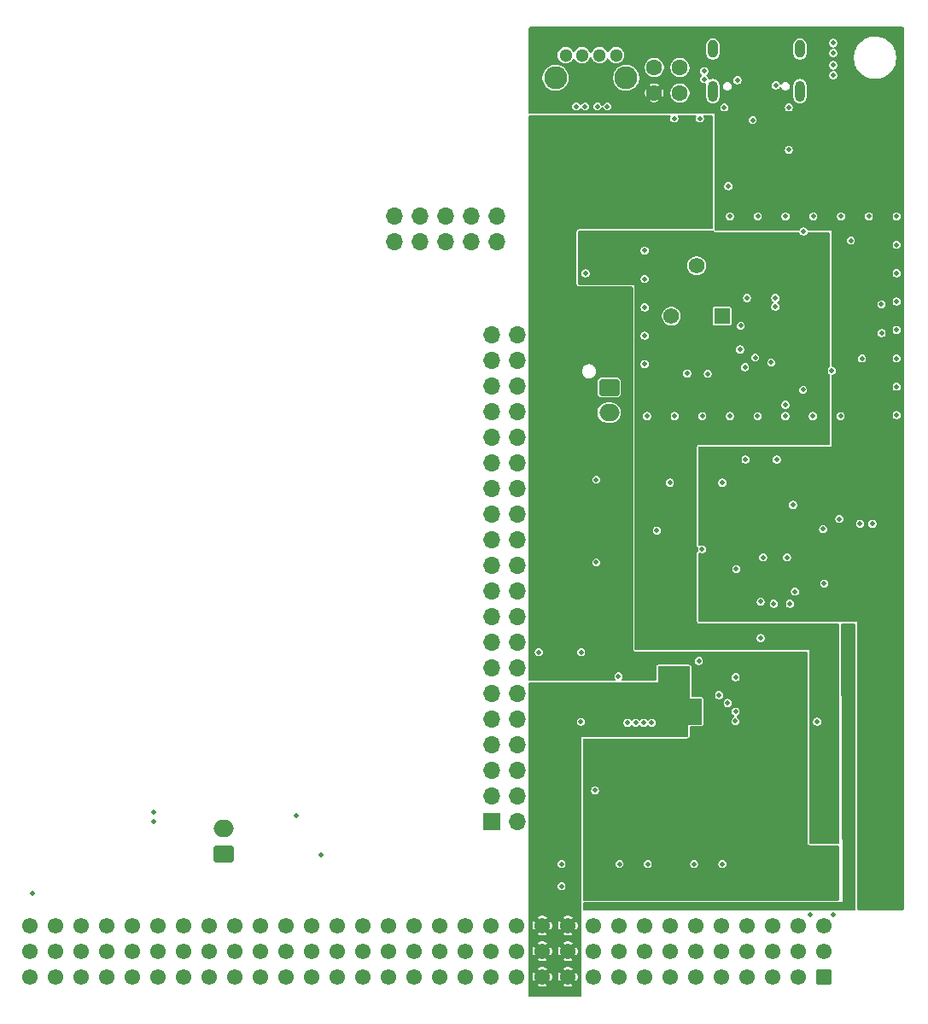
<source format=gbr>
%TF.GenerationSoftware,KiCad,Pcbnew,9.0.0*%
%TF.CreationDate,2025-05-24T19:09:12+02:00*%
%TF.ProjectId,OrangePie,4f72616e-6765-4506-9965-2e6b69636164,2.0.0*%
%TF.SameCoordinates,Original*%
%TF.FileFunction,Copper,L3,Inr*%
%TF.FilePolarity,Positive*%
%FSLAX46Y46*%
G04 Gerber Fmt 4.6, Leading zero omitted, Abs format (unit mm)*
G04 Created by KiCad (PCBNEW 9.0.0) date 2025-05-24 19:09:12*
%MOMM*%
%LPD*%
G01*
G04 APERTURE LIST*
G04 Aperture macros list*
%AMRoundRect*
0 Rectangle with rounded corners*
0 $1 Rounding radius*
0 $2 $3 $4 $5 $6 $7 $8 $9 X,Y pos of 4 corners*
0 Add a 4 corners polygon primitive as box body*
4,1,4,$2,$3,$4,$5,$6,$7,$8,$9,$2,$3,0*
0 Add four circle primitives for the rounded corners*
1,1,$1+$1,$2,$3*
1,1,$1+$1,$4,$5*
1,1,$1+$1,$6,$7*
1,1,$1+$1,$8,$9*
0 Add four rect primitives between the rounded corners*
20,1,$1+$1,$2,$3,$4,$5,0*
20,1,$1+$1,$4,$5,$6,$7,0*
20,1,$1+$1,$6,$7,$8,$9,0*
20,1,$1+$1,$8,$9,$2,$3,0*%
G04 Aperture macros list end*
%TA.AperFunction,ComponentPad*%
%ADD10C,1.300000*%
%TD*%
%TA.AperFunction,ComponentPad*%
%ADD11C,2.286000*%
%TD*%
%TA.AperFunction,ComponentPad*%
%ADD12RoundRect,0.250000X-0.750000X0.600000X-0.750000X-0.600000X0.750000X-0.600000X0.750000X0.600000X0*%
%TD*%
%TA.AperFunction,ComponentPad*%
%ADD13O,2.000000X1.700000*%
%TD*%
%TA.AperFunction,ComponentPad*%
%ADD14C,1.600000*%
%TD*%
%TA.AperFunction,ComponentPad*%
%ADD15R,1.560000X1.560000*%
%TD*%
%TA.AperFunction,ComponentPad*%
%ADD16C,1.560000*%
%TD*%
%TA.AperFunction,ComponentPad*%
%ADD17RoundRect,0.250000X0.750000X-0.600000X0.750000X0.600000X-0.750000X0.600000X-0.750000X-0.600000X0*%
%TD*%
%TA.AperFunction,ComponentPad*%
%ADD18O,1.000000X2.100000*%
%TD*%
%TA.AperFunction,ComponentPad*%
%ADD19O,1.000000X1.800000*%
%TD*%
%TA.AperFunction,ComponentPad*%
%ADD20RoundRect,0.249999X0.525001X0.525001X-0.525001X0.525001X-0.525001X-0.525001X0.525001X-0.525001X0*%
%TD*%
%TA.AperFunction,ComponentPad*%
%ADD21C,1.550000*%
%TD*%
%TA.AperFunction,ComponentPad*%
%ADD22O,1.700000X1.700000*%
%TD*%
%TA.AperFunction,ComponentPad*%
%ADD23R,1.700000X1.700000*%
%TD*%
%TA.AperFunction,ViaPad*%
%ADD24C,0.500000*%
%TD*%
G04 APERTURE END LIST*
D10*
%TO.N,GND*%
%TO.C,BTN1*%
X99458401Y-41815997D03*
X97828401Y-41815997D03*
%TO.N,Net-(BTN1-Pad3)*%
X96088401Y-41815997D03*
%TO.N,Net-(BTN1-Pad4)*%
X94458401Y-41815997D03*
D11*
%TO.N,N/C*%
X100458401Y-44065997D03*
X93458401Y-44065997D03*
%TD*%
D12*
%TO.N,Net-(J3-Pin_1)*%
%TO.C,J3*%
X98775000Y-74750000D03*
D13*
%TO.N,Net-(J3-Pin_2)*%
X98775000Y-77250000D03*
%TD*%
D14*
%TO.N,/OrangePi 5 pro Header/STATUS LED*%
%TO.C,LED1*%
X103242001Y-43025997D03*
%TO.N,Net-(LED1-Pad2)*%
X105782001Y-43025997D03*
%TO.N,+3V3*%
X103242001Y-45565997D03*
%TO.N,Net-(LED1-Pad4)*%
X105782001Y-45565997D03*
%TD*%
D15*
%TO.N,Net-(U8-V)*%
%TO.C,RV1*%
X109950000Y-67700000D03*
D16*
X107450000Y-62700000D03*
%TO.N,GND*%
X104950000Y-67700000D03*
%TD*%
D17*
%TO.N,Net-(M1-+)*%
%TO.C,M1*%
X60525000Y-121000000D03*
D13*
%TO.N,Net-(M1--)*%
X60525000Y-118500000D03*
%TD*%
D18*
%TO.N,Net-(J5-SHIELD)*%
%TO.C,J5*%
X117698401Y-45380997D03*
D19*
X117698401Y-41200997D03*
D18*
X109058401Y-45380997D03*
D19*
X109058401Y-41200997D03*
%TD*%
D20*
%TO.N,GND*%
%TO.C,J1*%
X120070000Y-133204999D03*
D21*
%TO.N,unconnected-(J1-Pada2)*%
X117530000Y-133204999D03*
%TO.N,/DIN41612 connector/5v_STDBY*%
X114990000Y-133204999D03*
%TO.N,GND*%
X112450000Y-133204999D03*
%TO.N,/Can Transiver/CAN_TR_OUT.C+*%
X109910000Y-133204999D03*
%TO.N,/Can Transiver/CAN_TR_OUT.C-*%
X107370000Y-133204999D03*
%TO.N,GND*%
X104830000Y-133204999D03*
%TO.N,/Can Transiver1/CAN_TR_OUT.C+*%
X102290000Y-133204999D03*
%TO.N,/Can Transiver1/CAN_TR_OUT.C-*%
X99750000Y-133204999D03*
%TO.N,GND*%
X97210000Y-133204999D03*
%TO.N,/5v buck/V_{IN}*%
X94670000Y-133204999D03*
X92130000Y-133204999D03*
%TO.N,GND*%
X89590000Y-133204999D03*
%TO.N,/DIN41612 connector/24v*%
X87050000Y-133204999D03*
%TO.N,GND*%
X84510000Y-133204999D03*
%TO.N,/DIN41612 connector/GPIOL0*%
X81970000Y-133204999D03*
%TO.N,/DIN41612 connector/GPIOL1*%
X79430000Y-133204999D03*
%TO.N,/DIN41612 connector/GPIOL2*%
X76890000Y-133204999D03*
%TO.N,/DIN41612 connector/GPIOL3*%
X74350000Y-133204999D03*
%TO.N,/DIN41612 connector/GPIOL4*%
X71810000Y-133204999D03*
%TO.N,/DIN41612 connector/GPIOL5*%
X69270000Y-133204999D03*
%TO.N,/DIN41612 connector/GPIOL6*%
X66730000Y-133204999D03*
%TO.N,/DIN41612 connector/GPIOL7*%
X64190000Y-133204999D03*
%TO.N,/DIN41612 connector/GPIOL8*%
X61650000Y-133204999D03*
%TO.N,/DIN41612 connector/GPIOL9*%
X59110000Y-133204999D03*
%TO.N,/DIN41612 connector/GPIOL10*%
X56570000Y-133204999D03*
%TO.N,/DIN41612 connector/GPIOL11*%
X54030000Y-133204999D03*
%TO.N,/DIN41612 connector/GPIOL12*%
X51490000Y-133204999D03*
%TO.N,/DIN41612 connector/GPIOL13*%
X48950000Y-133204999D03*
%TO.N,/DIN41612 connector/GPIOL14*%
X46410000Y-133204999D03*
%TO.N,/DIN41612 connector/GPIOL15*%
X43870000Y-133204999D03*
%TO.N,GND*%
X41330000Y-133204999D03*
X120070000Y-130664999D03*
X117530000Y-130664999D03*
%TO.N,/DIN41612 connector/5v_STDBY*%
X114990000Y-130664999D03*
%TO.N,GND*%
X112450000Y-130664999D03*
%TO.N,/Can Transiver/CAN_TR_OUT.C+*%
X109910000Y-130664999D03*
%TO.N,/Can Transiver/CAN_TR_OUT.C-*%
X107370000Y-130664999D03*
%TO.N,GND*%
X104830000Y-130664999D03*
%TO.N,/Can Transiver1/CAN_TR_OUT.C+*%
X102290000Y-130664999D03*
%TO.N,/Can Transiver1/CAN_TR_OUT.C-*%
X99750000Y-130664999D03*
%TO.N,GND*%
X97210000Y-130664999D03*
%TO.N,/5v buck/V_{IN}*%
X94670000Y-130664999D03*
X92130000Y-130664999D03*
%TO.N,GND*%
X89590000Y-130664999D03*
%TO.N,/DIN41612 connector/24v*%
X87050000Y-130664999D03*
%TO.N,GND*%
X84510000Y-130664999D03*
%TO.N,/DIN41612 connector/GPIOC0*%
X81970000Y-130664999D03*
%TO.N,/DIN41612 connector/GPIOC1*%
X79430000Y-130664999D03*
%TO.N,/DIN41612 connector/GPIOC2*%
X76890000Y-130664999D03*
%TO.N,/DIN41612 connector/GPIOC3*%
X74350000Y-130664999D03*
%TO.N,/DIN41612 connector/GPIOC4*%
X71810000Y-130664999D03*
%TO.N,/DIN41612 connector/GPIOC5*%
X69270000Y-130664999D03*
%TO.N,/DIN41612 connector/GPIOC6*%
X66730000Y-130664999D03*
%TO.N,/DIN41612 connector/GPIOC7*%
X64190000Y-130664999D03*
%TO.N,/DIN41612 connector/GPIOC8*%
X61650000Y-130664999D03*
%TO.N,/DIN41612 connector/GPIOC9*%
X59110000Y-130664999D03*
%TO.N,/DIN41612 connector/GPIOC10*%
X56570000Y-130664999D03*
%TO.N,/DIN41612 connector/GPIOC11*%
X54030000Y-130664999D03*
%TO.N,/DIN41612 connector/GPIOC12*%
X51490000Y-130664999D03*
%TO.N,/DIN41612 connector/GPIOC13*%
X48950000Y-130664999D03*
%TO.N,/DIN41612 connector/GPIOC14*%
X46410000Y-130664999D03*
%TO.N,/DIN41612 connector/GPIOC15*%
X43870000Y-130664999D03*
%TO.N,GND*%
X41330000Y-130664999D03*
X120070000Y-128124999D03*
%TO.N,unconnected-(J1-Padc2)*%
X117530000Y-128124999D03*
%TO.N,/DIN41612 connector/5v_STDBY*%
X114990000Y-128124999D03*
%TO.N,GND*%
X112450000Y-128124999D03*
%TO.N,/Can Transiver/CAN_TR_OUT.C+*%
X109910000Y-128124999D03*
%TO.N,/Can Transiver/CAN_TR_OUT.C-*%
X107370000Y-128124999D03*
%TO.N,GND*%
X104830000Y-128124999D03*
%TO.N,/Can Transiver1/CAN_TR_OUT.C+*%
X102290000Y-128124999D03*
%TO.N,/Can Transiver1/CAN_TR_OUT.C-*%
X99750000Y-128124999D03*
%TO.N,GND*%
X97210000Y-128124999D03*
%TO.N,/5v buck/V_{IN}*%
X94670000Y-128124999D03*
X92130000Y-128124999D03*
%TO.N,GND*%
X89590000Y-128124999D03*
%TO.N,/DIN41612 connector/24v*%
X87050000Y-128124999D03*
%TO.N,GND*%
X84510000Y-128124999D03*
%TO.N,/DIN41612 connector/GPIOR0*%
X81970000Y-128124999D03*
%TO.N,/DIN41612 connector/GPIOR1*%
X79430000Y-128124999D03*
%TO.N,/DIN41612 connector/GPIOR2*%
X76890000Y-128124999D03*
%TO.N,/DIN41612 connector/GPIOR3*%
X74350000Y-128124999D03*
%TO.N,/DIN41612 connector/GPIOR4*%
X71810000Y-128124999D03*
%TO.N,/DIN41612 connector/GPIOR5*%
X69270000Y-128124999D03*
%TO.N,/DIN41612 connector/GPIOR6*%
X66730000Y-128124999D03*
%TO.N,/DIN41612 connector/GPIOR7*%
X64190000Y-128124999D03*
%TO.N,/DIN41612 connector/GPIOR8*%
X61650000Y-128124999D03*
%TO.N,/DIN41612 connector/GPIOR9*%
X59110000Y-128124999D03*
%TO.N,/DIN41612 connector/GPIOR10*%
X56570000Y-128124999D03*
%TO.N,/DIN41612 connector/GPIOR11*%
X54030000Y-128124999D03*
%TO.N,/DIN41612 connector/GPIOR12*%
X51490000Y-128124999D03*
%TO.N,/DIN41612 connector/GPIOR13*%
X48950000Y-128124999D03*
%TO.N,/DIN41612 connector/USB_DEBUG.D-*%
X46410000Y-128124999D03*
%TO.N,/DIN41612 connector/USB_DEBUG.D+*%
X43870000Y-128124999D03*
%TO.N,GND*%
X41330000Y-128124999D03*
%TD*%
D22*
%TO.N,+5V*%
%TO.C,J2*%
X89672806Y-117833501D03*
X89672806Y-115293501D03*
%TO.N,GND*%
X89672806Y-112753501D03*
%TO.N,/CH340_DEBUG/UART_DEBUG.TX*%
X89672806Y-110213501D03*
%TO.N,/CH340_DEBUG/UART_DEBUG.RX*%
X89672806Y-107673501D03*
%TO.N,/FAN controller/FAN_PWM*%
X89672806Y-105133501D03*
%TO.N,GND*%
X89672806Y-102593501D03*
%TO.N,unconnected-(J2-GPIO1_A1{slash}UART6_TX{slash}SPI4_MOSI-Pad8)*%
X89672806Y-100053501D03*
%TO.N,/CAN pwr sw/CAN_3V3_ON*%
X89672806Y-97513501D03*
%TO.N,GND*%
X89672806Y-94973501D03*
%TO.N,/OrangePi 5 pro Header/STATUS LED*%
X89672806Y-92433501D03*
%TO.N,unconnected-(J2-GPIO1_B4{slash}SPI0_CS0{slash}UART7_RX-Pad12)*%
X89672806Y-89893501D03*
%TO.N,unconnected-(J2-GPIO1_B5{slash}SPI0_CS1{slash}UART7_TX-Pad13)*%
X89703931Y-87304492D03*
%TO.N,/Audio Codec/DAC reset*%
X89672806Y-84813501D03*
%TO.N,GND*%
X89672806Y-82273501D03*
%TO.N,unconnected-(J2-GPIO1_D6{slash}PWM14{slash}I2C8_SCL-Pad16)*%
X89672806Y-79733501D03*
%TO.N,GND*%
X89672806Y-77193501D03*
%TO.N,unconnected-(J2-GPIO4_A3{slash}UART0_TX-Pad18)*%
X89672806Y-74653501D03*
%TO.N,unconnected-(J2-GPIO4_A4{slash}UART0_RX-Pad19)*%
X89672806Y-72113501D03*
%TO.N,unconnected-(J2-GPIO4_A5{slash}UART3_TX-Pad20)*%
X89672806Y-69573501D03*
%TO.N,GND*%
X87132806Y-69573501D03*
%TO.N,Net-(J2-GPIO4_A6{slash}UART3_RX{slash}I2C5_SCL)*%
X87132806Y-72113501D03*
%TO.N,/OrangePi 5 pro Header/USER LED 2*%
X87132806Y-74653501D03*
%TO.N,/OrangePi 5 pro Header/USER LED 1*%
X87132806Y-77193501D03*
%TO.N,/OrangePi 5 pro Header/USER BUTTON*%
X87132806Y-79733501D03*
%TO.N,/OrangePi 5 pro Header/ON OFF BTN*%
X87132806Y-82273501D03*
%TO.N,/USB-CAN/NRST*%
X87132806Y-84813501D03*
%TO.N,GND*%
X87163931Y-87304492D03*
%TO.N,unconnected-(J2-GPIO1_B3{slash}UART4_TX{slash}SPIO_CLK-Pad29)*%
X87132806Y-89893501D03*
%TO.N,unconnected-(J2-GPIO1_B1{slash}SPI0_MISO-Pad30)*%
X87132806Y-92433501D03*
%TO.N,unconnected-(J2-GPIO1_B2{slash}UART4_RX{slash}SPI0_MOSI-Pad31)*%
X87132806Y-94973501D03*
%TO.N,unconnected-(J2-3V3-Pad32)*%
X87132806Y-97513501D03*
%TO.N,unconnected-(J2-GPIO1_B6{slash}UART1_TX{slash}I2C5_SCL-Pad33)*%
X87132806Y-100053501D03*
%TO.N,/Can Transiver/CAN_TR.TXD*%
X87132806Y-102593501D03*
%TO.N,/Can Transiver/CAN_TR.RXD*%
X87132806Y-105133501D03*
%TO.N,GND*%
X87132806Y-107673501D03*
%TO.N,unconnected-(J2-GPIO1_B7{slash}UART1_RX{slash}I2C5_SDA{slash}PWM13-Pad37)*%
X87132806Y-110213501D03*
%TO.N,unconnected-(J2-GPIO1_D2{slash}UART4_TX{slash}I2C1_SCL-Pad38)*%
X87132806Y-112753501D03*
%TO.N,unconnected-(J2-GPIO1_D3{slash}UART4_RX{slash}I2C1_SDA-Pad39)*%
X87132806Y-115293501D03*
D23*
%TO.N,unconnected-(J2-3V3-Pad40)*%
X87132806Y-117833501D03*
D22*
%TO.N,GND*%
X87612806Y-60293501D03*
X85072806Y-60293501D03*
%TO.N,/OrangePi 5 pro Header/USB_SBCF.D+*%
X82532806Y-60293501D03*
%TO.N,/OrangePi 5 pro Header/USB_SBCF.D-*%
X79992806Y-60293501D03*
%TO.N,unconnected-(J2-USB_5V-Pad45)*%
X77452806Y-60293501D03*
%TO.N,unconnected-(J2-USB_5V-Pad46)*%
X77452806Y-57753501D03*
%TO.N,/OrangePi 5 pro Header/USB_OUT.D-*%
X79992806Y-57753501D03*
%TO.N,/OrangePi 5 pro Header/USB_OUT.D+*%
X82532806Y-57753501D03*
%TO.N,GND*%
X85072806Y-57753501D03*
%TO.N,N/C*%
X87612806Y-57753501D03*
%TD*%
D24*
%TO.N,+5V*%
X111900000Y-69700000D03*
%TO.N,/Audio Codec/DAC reset*%
X97500000Y-92100000D03*
X97500000Y-83900000D03*
%TO.N,GND*%
X113800000Y-99600000D03*
%TO.N,/CAN pwr sw/CAN_3V3*%
X122478800Y-103149400D03*
%TO.N,GND*%
X127284780Y-66241977D03*
X105000000Y-101300000D03*
X96000000Y-103000000D03*
X113250000Y-71790000D03*
X108600000Y-49200000D03*
X102300000Y-61185494D03*
X104800000Y-84200000D03*
X122745000Y-60195000D03*
X109200000Y-107800000D03*
X91824173Y-63840827D03*
X113498685Y-77596068D03*
X96424173Y-67040827D03*
X121000000Y-41600000D03*
X127284780Y-71870988D03*
X97600000Y-46900000D03*
X110758695Y-57798459D03*
X115250000Y-65890000D03*
X92624173Y-65040827D03*
X91824173Y-62840827D03*
X123650000Y-88275000D03*
X101400000Y-108000000D03*
X102300000Y-64000000D03*
X95500000Y-46900000D03*
X116600000Y-51200000D03*
X111750000Y-71000000D03*
X110000000Y-84200000D03*
X101725000Y-121077733D03*
X53575000Y-116900000D03*
X110200000Y-47000000D03*
X121000000Y-40600000D03*
X107800000Y-109200000D03*
X108600000Y-107800000D03*
X112575000Y-104123988D03*
X105270868Y-77596068D03*
X112250000Y-72750000D03*
X113513043Y-57798459D03*
X106500000Y-73375000D03*
X103000000Y-103400000D03*
X116241291Y-77596068D03*
X96900000Y-124200000D03*
X115400000Y-81900000D03*
X127284780Y-60612965D03*
X102528262Y-77596068D03*
X98200000Y-49600000D03*
X67775000Y-117200000D03*
X98000000Y-125400000D03*
X120100000Y-94200000D03*
X118050000Y-59290000D03*
X102300000Y-66814506D03*
X96424173Y-63440827D03*
X116600000Y-47000000D03*
X94050000Y-124200000D03*
X94800000Y-54200000D03*
X124530433Y-57798459D03*
X109200000Y-121100000D03*
X107800000Y-108600000D03*
X91824173Y-61940827D03*
X121600000Y-87800000D03*
X118686128Y-127000000D03*
X116267390Y-57798459D03*
X104200000Y-125400000D03*
X108284125Y-104372658D03*
X105600000Y-125400000D03*
X116250000Y-76475000D03*
X121000000Y-42800000D03*
X114850000Y-72290000D03*
X121000000Y-43800000D03*
X94050000Y-122000000D03*
X108200000Y-43400000D03*
X102200000Y-108000000D03*
X125800000Y-69375000D03*
X111800000Y-125400000D03*
X103000000Y-49200000D03*
X107200000Y-108600000D03*
X125775000Y-66525000D03*
X121726503Y-77596068D03*
X119021738Y-57798459D03*
X100600000Y-108000000D03*
X118983897Y-77596068D03*
X108600000Y-107200000D03*
X96400000Y-49400000D03*
X70175000Y-121100000D03*
X112300000Y-81900000D03*
X124875000Y-88275000D03*
X98000000Y-54200000D03*
X109200000Y-107200000D03*
X121776085Y-57798459D03*
X105000000Y-102000000D03*
X101400000Y-103400000D03*
X107200000Y-109200000D03*
X110600000Y-54800000D03*
X96875000Y-122025000D03*
X41600000Y-124900000D03*
X116413915Y-91600000D03*
X127284780Y-69056482D03*
X53575000Y-117800000D03*
X127284780Y-77500000D03*
X108004348Y-57798459D03*
X102300000Y-69629011D03*
X118000000Y-75000000D03*
X117200000Y-95000000D03*
X102200000Y-103400000D03*
X103000000Y-108000000D03*
X108013474Y-77596068D03*
X105250000Y-57798459D03*
X111400000Y-102600000D03*
X108200000Y-44200000D03*
X108000000Y-90800000D03*
X100600000Y-103400000D03*
X102300000Y-72443517D03*
X110500000Y-105200000D03*
X127284780Y-74685494D03*
X108400000Y-109200000D03*
X108400000Y-108600000D03*
X127284780Y-57798459D03*
X108550000Y-73400000D03*
X113004600Y-48260000D03*
X127284780Y-63427471D03*
X110756080Y-77596068D03*
%TO.N,+5V*%
X96424173Y-62040827D03*
X101800000Y-88100000D03*
X120400000Y-118600000D03*
X120400000Y-119400000D03*
X113250000Y-76500000D03*
X120400000Y-117800000D03*
X119400000Y-118600000D03*
X105400000Y-87800000D03*
X119400000Y-119400000D03*
X119400000Y-117800000D03*
%TO.N,+3V3*%
X114400000Y-81900000D03*
X108000000Y-92000000D03*
X124600000Y-114000000D03*
X119000000Y-94200000D03*
X124600000Y-113200000D03*
X94600000Y-45400000D03*
X124600000Y-112400000D03*
X124600000Y-114800000D03*
X115600000Y-89000000D03*
X110600000Y-55800000D03*
X108700000Y-97300000D03*
X108650000Y-93600000D03*
X110000000Y-83256007D03*
X118200000Y-95000000D03*
X113300000Y-81900000D03*
X99400000Y-45400000D03*
%TO.N,/5v buck/5V_OUT*%
X110525000Y-106050000D03*
X111312014Y-106890623D03*
X99700000Y-103400000D03*
%TO.N,/USB-CAN/SWDIO1*%
X111380000Y-92750000D03*
%TO.N,/USB-CAN/SWCLK1*%
X114039401Y-91600000D03*
%TO.N,/Can Transiver/CAN_TR.RXD*%
X107200000Y-122000000D03*
%TO.N,/Can Transiver/CAN_TR.TXD*%
X110000000Y-122000000D03*
%TO.N,/Can Transiver1/CAN_TR.RXD*%
X99800000Y-122000000D03*
X115100000Y-96200000D03*
%TO.N,/Can Transiver1/CAN_TR.TXD*%
X116700000Y-96200000D03*
X102600000Y-122000000D03*
%TO.N,/CH340_DEBUG/UART_DEBUG.TX*%
X91800000Y-101000000D03*
X105232200Y-48094535D03*
%TO.N,/CH340_DEBUG/UART_DEBUG.RX*%
X107780846Y-48094535D03*
X96000000Y-101000000D03*
%TO.N,/OrangePi 5 pro Header/ON OFF BTN*%
X96400000Y-46900000D03*
%TO.N,/OrangePi 5 pro Header/USER BUTTON*%
X98600000Y-46900000D03*
%TO.N,/USB-CAN/NRST*%
X120000000Y-88800000D03*
%TO.N,/CAN pwr sw/CAN_3V3*%
X105600000Y-126200000D03*
X98000000Y-126200000D03*
%TO.N,/Panel USB/VBUS_IN*%
X115300000Y-44800000D03*
X111496446Y-44296446D03*
%TO.N,/5v buck/5V_EN*%
X107675000Y-101875000D03*
X109675000Y-105262402D03*
%TO.N,/5v buck/V_{IN}*%
X107000000Y-107800000D03*
X104600000Y-102800000D03*
X106200000Y-106000000D03*
X105600000Y-107200000D03*
X106200000Y-106600000D03*
X105600000Y-106000000D03*
X107000000Y-107200000D03*
X106200000Y-104800000D03*
X105600000Y-105400000D03*
X105600000Y-106600000D03*
X104000000Y-103400000D03*
X104600000Y-103400000D03*
X107600000Y-107200000D03*
X105600000Y-104800000D03*
X107600000Y-107800000D03*
X106200000Y-105400000D03*
X104000000Y-102800000D03*
%TO.N,Net-(U9-VOUTR)*%
X120850000Y-73090000D03*
X123850000Y-71890000D03*
%TO.N,/USB-CAN/WORD_LED*%
X117000000Y-86400000D03*
X113800000Y-96000000D03*
%TO.N,/5v buck/5V_VDD*%
X111290000Y-107849559D03*
X111325000Y-103475000D03*
%TO.N,/Audio Codec/VDD_{int}*%
X115250000Y-66740003D03*
X112450000Y-65890000D03*
%TO.N,Net-(Q2-G)*%
X95975000Y-107894800D03*
X97375000Y-114700000D03*
%TO.N,Net-(Q5-D)*%
X121000000Y-127000000D03*
X119400000Y-107900000D03*
%TO.N,/Audio Codec/VBUS*%
X103500000Y-88950000D03*
X111825000Y-68650000D03*
%TD*%
%TA.AperFunction,Conductor*%
%TO.N,+5V*%
G36*
X109078672Y-59219685D02*
G01*
X109105346Y-59242797D01*
X109139439Y-59282143D01*
X109144422Y-59287623D01*
X109204101Y-59324000D01*
X109213150Y-59329516D01*
X109280189Y-59349201D01*
X109324000Y-59355500D01*
X109324003Y-59355500D01*
X117557774Y-59355500D01*
X117624813Y-59375185D01*
X117670568Y-59427989D01*
X117674836Y-59439861D01*
X117676792Y-59444585D01*
X117676793Y-59444587D01*
X117729520Y-59535913D01*
X117804087Y-59610480D01*
X117895413Y-59663207D01*
X117997273Y-59690500D01*
X117997275Y-59690500D01*
X118102725Y-59690500D01*
X118102727Y-59690500D01*
X118204587Y-59663207D01*
X118295913Y-59610480D01*
X118370480Y-59535913D01*
X118423207Y-59444587D01*
X118423209Y-59444578D01*
X118426316Y-59437080D01*
X118428256Y-59437883D01*
X118458815Y-59387747D01*
X118521662Y-59357217D01*
X118542226Y-59355500D01*
X120520500Y-59355500D01*
X120587539Y-59375185D01*
X120633294Y-59427989D01*
X120644500Y-59479500D01*
X120644500Y-72567230D01*
X120646213Y-72590253D01*
X120646214Y-72590266D01*
X120651646Y-72626550D01*
X120653363Y-72633079D01*
X120650982Y-72633704D01*
X120655658Y-72692120D01*
X120622695Y-72753725D01*
X120609765Y-72765163D01*
X120604085Y-72769521D01*
X120529521Y-72844085D01*
X120476794Y-72935410D01*
X120476793Y-72935413D01*
X120449500Y-73037273D01*
X120449500Y-73142727D01*
X120476793Y-73244587D01*
X120529520Y-73335913D01*
X120604087Y-73410480D01*
X120604090Y-73410482D01*
X120610536Y-73415428D01*
X120608816Y-73417668D01*
X120647576Y-73458310D01*
X120660806Y-73526916D01*
X120656343Y-73550076D01*
X120650800Y-73568952D01*
X120650797Y-73568966D01*
X120644500Y-73612765D01*
X120644500Y-80320500D01*
X120624815Y-80387539D01*
X120572011Y-80433294D01*
X120520500Y-80444500D01*
X107723991Y-80444500D01*
X107690944Y-80448054D01*
X107639433Y-80459260D01*
X107570657Y-80493686D01*
X107517860Y-80539436D01*
X107512376Y-80544422D01*
X107470486Y-80613145D01*
X107470483Y-80613151D01*
X107450799Y-80680187D01*
X107450797Y-80680197D01*
X107444500Y-80723996D01*
X107444500Y-80724000D01*
X107444500Y-81867746D01*
X107444500Y-84167746D01*
X107444500Y-86367746D01*
X107444500Y-87767746D01*
X107444500Y-88242746D01*
X107444500Y-88767746D01*
X107444500Y-90353708D01*
X107446032Y-90369759D01*
X107447310Y-90383140D01*
X107453654Y-90416053D01*
X107456192Y-90429221D01*
X107456193Y-90429223D01*
X107486651Y-90495920D01*
X107523489Y-90542761D01*
X107529842Y-90550840D01*
X107534553Y-90556545D01*
X107545505Y-90563957D01*
X107550320Y-90569789D01*
X107557203Y-90572933D01*
X107572258Y-90596359D01*
X107589988Y-90617833D01*
X107591830Y-90626814D01*
X107594977Y-90631711D01*
X107600000Y-90666646D01*
X107600000Y-90735350D01*
X107599500Y-90742980D01*
X107599500Y-90857021D01*
X107600000Y-90864651D01*
X107600000Y-90933924D01*
X107580315Y-91000963D01*
X107557203Y-91027637D01*
X107517856Y-91061730D01*
X107512376Y-91066713D01*
X107470486Y-91135436D01*
X107470483Y-91135442D01*
X107450799Y-91202478D01*
X107450797Y-91202488D01*
X107444500Y-91246287D01*
X107444500Y-97876008D01*
X107448054Y-97909055D01*
X107459260Y-97960566D01*
X107493686Y-98029342D01*
X107539436Y-98082139D01*
X107544422Y-98087623D01*
X107613145Y-98129513D01*
X107613150Y-98129516D01*
X107680189Y-98149201D01*
X107724000Y-98155500D01*
X107724003Y-98155500D01*
X121476000Y-98155500D01*
X121543039Y-98175185D01*
X121588794Y-98227989D01*
X121600000Y-98279500D01*
X121600000Y-119876000D01*
X121580315Y-119943039D01*
X121527511Y-119988794D01*
X121476000Y-120000000D01*
X118724000Y-120000000D01*
X118656961Y-119980315D01*
X118611206Y-119927511D01*
X118600000Y-119876000D01*
X118600000Y-107847273D01*
X118999500Y-107847273D01*
X118999500Y-107952727D01*
X119026793Y-108054587D01*
X119079520Y-108145913D01*
X119154087Y-108220480D01*
X119245413Y-108273207D01*
X119347273Y-108300500D01*
X119347275Y-108300500D01*
X119452725Y-108300500D01*
X119452727Y-108300500D01*
X119554587Y-108273207D01*
X119645913Y-108220480D01*
X119720480Y-108145913D01*
X119773207Y-108054587D01*
X119800500Y-107952727D01*
X119800500Y-107847273D01*
X119773207Y-107745413D01*
X119720480Y-107654087D01*
X119645913Y-107579520D01*
X119566389Y-107533607D01*
X119554589Y-107526794D01*
X119554588Y-107526793D01*
X119554587Y-107526793D01*
X119452727Y-107499500D01*
X119347273Y-107499500D01*
X119245413Y-107526793D01*
X119245410Y-107526794D01*
X119154085Y-107579521D01*
X119079521Y-107654085D01*
X119026794Y-107745410D01*
X119026793Y-107745413D01*
X118999500Y-107847273D01*
X118600000Y-107847273D01*
X118600000Y-100800000D01*
X101424000Y-100800000D01*
X101356961Y-100780315D01*
X101311206Y-100727511D01*
X101300000Y-100676000D01*
X101300000Y-99547273D01*
X113399500Y-99547273D01*
X113399500Y-99652727D01*
X113426793Y-99754587D01*
X113479520Y-99845913D01*
X113554087Y-99920480D01*
X113645413Y-99973207D01*
X113747273Y-100000500D01*
X113747275Y-100000500D01*
X113852725Y-100000500D01*
X113852727Y-100000500D01*
X113954587Y-99973207D01*
X114045913Y-99920480D01*
X114120480Y-99845913D01*
X114173207Y-99754587D01*
X114200500Y-99652727D01*
X114200500Y-99547273D01*
X114173207Y-99445413D01*
X114120480Y-99354087D01*
X114045913Y-99279520D01*
X113954587Y-99226793D01*
X113852727Y-99199500D01*
X113747273Y-99199500D01*
X113645413Y-99226793D01*
X113645410Y-99226794D01*
X113554085Y-99279521D01*
X113479521Y-99354085D01*
X113426794Y-99445410D01*
X113426793Y-99445413D01*
X113399500Y-99547273D01*
X101300000Y-99547273D01*
X101300000Y-88897273D01*
X103099500Y-88897273D01*
X103099500Y-89002727D01*
X103126793Y-89104587D01*
X103179520Y-89195913D01*
X103254087Y-89270480D01*
X103345413Y-89323207D01*
X103447273Y-89350500D01*
X103447275Y-89350500D01*
X103552725Y-89350500D01*
X103552727Y-89350500D01*
X103654587Y-89323207D01*
X103745913Y-89270480D01*
X103820480Y-89195913D01*
X103873207Y-89104587D01*
X103900500Y-89002727D01*
X103900500Y-88897273D01*
X103873207Y-88795413D01*
X103820480Y-88704087D01*
X103745913Y-88629520D01*
X103654587Y-88576793D01*
X103552727Y-88549500D01*
X103447273Y-88549500D01*
X103345413Y-88576793D01*
X103345410Y-88576794D01*
X103254085Y-88629521D01*
X103179521Y-88704085D01*
X103126794Y-88795410D01*
X103126793Y-88795413D01*
X103099500Y-88897273D01*
X101300000Y-88897273D01*
X101300000Y-84147273D01*
X104399500Y-84147273D01*
X104399500Y-84252727D01*
X104426793Y-84354587D01*
X104479520Y-84445913D01*
X104554087Y-84520480D01*
X104645413Y-84573207D01*
X104747273Y-84600500D01*
X104747275Y-84600500D01*
X104852725Y-84600500D01*
X104852727Y-84600500D01*
X104954587Y-84573207D01*
X105045913Y-84520480D01*
X105120480Y-84445913D01*
X105173207Y-84354587D01*
X105200500Y-84252727D01*
X105200500Y-84147273D01*
X105173207Y-84045413D01*
X105120480Y-83954087D01*
X105045913Y-83879520D01*
X104954587Y-83826793D01*
X104852727Y-83799500D01*
X104747273Y-83799500D01*
X104645413Y-83826793D01*
X104645410Y-83826794D01*
X104554085Y-83879521D01*
X104479521Y-83954085D01*
X104426794Y-84045410D01*
X104426793Y-84045413D01*
X104399500Y-84147273D01*
X101300000Y-84147273D01*
X101300000Y-77543341D01*
X102127762Y-77543341D01*
X102127762Y-77648795D01*
X102155055Y-77750655D01*
X102207782Y-77841981D01*
X102282349Y-77916548D01*
X102373675Y-77969275D01*
X102475535Y-77996568D01*
X102475537Y-77996568D01*
X102580987Y-77996568D01*
X102580989Y-77996568D01*
X102682849Y-77969275D01*
X102774175Y-77916548D01*
X102848742Y-77841981D01*
X102901469Y-77750655D01*
X102928762Y-77648795D01*
X102928762Y-77543341D01*
X104870368Y-77543341D01*
X104870368Y-77648795D01*
X104897661Y-77750655D01*
X104950388Y-77841981D01*
X105024955Y-77916548D01*
X105116281Y-77969275D01*
X105218141Y-77996568D01*
X105218143Y-77996568D01*
X105323593Y-77996568D01*
X105323595Y-77996568D01*
X105425455Y-77969275D01*
X105516781Y-77916548D01*
X105591348Y-77841981D01*
X105644075Y-77750655D01*
X105671368Y-77648795D01*
X105671368Y-77543341D01*
X107612974Y-77543341D01*
X107612974Y-77648795D01*
X107640267Y-77750655D01*
X107692994Y-77841981D01*
X107767561Y-77916548D01*
X107858887Y-77969275D01*
X107960747Y-77996568D01*
X107960749Y-77996568D01*
X108066199Y-77996568D01*
X108066201Y-77996568D01*
X108168061Y-77969275D01*
X108259387Y-77916548D01*
X108333954Y-77841981D01*
X108386681Y-77750655D01*
X108413974Y-77648795D01*
X108413974Y-77543341D01*
X110355580Y-77543341D01*
X110355580Y-77648795D01*
X110382873Y-77750655D01*
X110435600Y-77841981D01*
X110510167Y-77916548D01*
X110601493Y-77969275D01*
X110703353Y-77996568D01*
X110703355Y-77996568D01*
X110808805Y-77996568D01*
X110808807Y-77996568D01*
X110910667Y-77969275D01*
X111001993Y-77916548D01*
X111076560Y-77841981D01*
X111129287Y-77750655D01*
X111156580Y-77648795D01*
X111156580Y-77543341D01*
X113098185Y-77543341D01*
X113098185Y-77648795D01*
X113125478Y-77750655D01*
X113178205Y-77841981D01*
X113252772Y-77916548D01*
X113344098Y-77969275D01*
X113445958Y-77996568D01*
X113445960Y-77996568D01*
X113551410Y-77996568D01*
X113551412Y-77996568D01*
X113653272Y-77969275D01*
X113744598Y-77916548D01*
X113819165Y-77841981D01*
X113871892Y-77750655D01*
X113899185Y-77648795D01*
X113899185Y-77543341D01*
X115840791Y-77543341D01*
X115840791Y-77648795D01*
X115868084Y-77750655D01*
X115920811Y-77841981D01*
X115995378Y-77916548D01*
X116086704Y-77969275D01*
X116188564Y-77996568D01*
X116188566Y-77996568D01*
X116294016Y-77996568D01*
X116294018Y-77996568D01*
X116395878Y-77969275D01*
X116487204Y-77916548D01*
X116561771Y-77841981D01*
X116614498Y-77750655D01*
X116641791Y-77648795D01*
X116641791Y-77543341D01*
X118583397Y-77543341D01*
X118583397Y-77648795D01*
X118610690Y-77750655D01*
X118663417Y-77841981D01*
X118737984Y-77916548D01*
X118829310Y-77969275D01*
X118931170Y-77996568D01*
X118931172Y-77996568D01*
X119036622Y-77996568D01*
X119036624Y-77996568D01*
X119138484Y-77969275D01*
X119229810Y-77916548D01*
X119304377Y-77841981D01*
X119357104Y-77750655D01*
X119384397Y-77648795D01*
X119384397Y-77543341D01*
X119357104Y-77441481D01*
X119304377Y-77350155D01*
X119229810Y-77275588D01*
X119138484Y-77222861D01*
X119036624Y-77195568D01*
X118931170Y-77195568D01*
X118829310Y-77222861D01*
X118829307Y-77222862D01*
X118737982Y-77275589D01*
X118663418Y-77350153D01*
X118610691Y-77441478D01*
X118610690Y-77441481D01*
X118583397Y-77543341D01*
X116641791Y-77543341D01*
X116614498Y-77441481D01*
X116561771Y-77350155D01*
X116487204Y-77275588D01*
X116395878Y-77222861D01*
X116294018Y-77195568D01*
X116188564Y-77195568D01*
X116086704Y-77222861D01*
X116086701Y-77222862D01*
X115995376Y-77275589D01*
X115920812Y-77350153D01*
X115868085Y-77441478D01*
X115868084Y-77441481D01*
X115840791Y-77543341D01*
X113899185Y-77543341D01*
X113871892Y-77441481D01*
X113819165Y-77350155D01*
X113744598Y-77275588D01*
X113653272Y-77222861D01*
X113551412Y-77195568D01*
X113445958Y-77195568D01*
X113344098Y-77222861D01*
X113344095Y-77222862D01*
X113252770Y-77275589D01*
X113178206Y-77350153D01*
X113125479Y-77441478D01*
X113125478Y-77441481D01*
X113098185Y-77543341D01*
X111156580Y-77543341D01*
X111129287Y-77441481D01*
X111076560Y-77350155D01*
X111001993Y-77275588D01*
X110910667Y-77222861D01*
X110808807Y-77195568D01*
X110703353Y-77195568D01*
X110601493Y-77222861D01*
X110601490Y-77222862D01*
X110510165Y-77275589D01*
X110435601Y-77350153D01*
X110382874Y-77441478D01*
X110382873Y-77441481D01*
X110355580Y-77543341D01*
X108413974Y-77543341D01*
X108386681Y-77441481D01*
X108333954Y-77350155D01*
X108259387Y-77275588D01*
X108168061Y-77222861D01*
X108066201Y-77195568D01*
X107960747Y-77195568D01*
X107858887Y-77222861D01*
X107858884Y-77222862D01*
X107767559Y-77275589D01*
X107692995Y-77350153D01*
X107640268Y-77441478D01*
X107640267Y-77441481D01*
X107612974Y-77543341D01*
X105671368Y-77543341D01*
X105644075Y-77441481D01*
X105591348Y-77350155D01*
X105516781Y-77275588D01*
X105425455Y-77222861D01*
X105323595Y-77195568D01*
X105218141Y-77195568D01*
X105116281Y-77222861D01*
X105116278Y-77222862D01*
X105024953Y-77275589D01*
X104950389Y-77350153D01*
X104897662Y-77441478D01*
X104897661Y-77441481D01*
X104870368Y-77543341D01*
X102928762Y-77543341D01*
X102901469Y-77441481D01*
X102848742Y-77350155D01*
X102774175Y-77275588D01*
X102682849Y-77222861D01*
X102580989Y-77195568D01*
X102475535Y-77195568D01*
X102373675Y-77222861D01*
X102373672Y-77222862D01*
X102282347Y-77275589D01*
X102207783Y-77350153D01*
X102155056Y-77441478D01*
X102155055Y-77441481D01*
X102127762Y-77543341D01*
X101300000Y-77543341D01*
X101300000Y-76422273D01*
X115849500Y-76422273D01*
X115849500Y-76527727D01*
X115876793Y-76629587D01*
X115929520Y-76720913D01*
X116004087Y-76795480D01*
X116095413Y-76848207D01*
X116197273Y-76875500D01*
X116197275Y-76875500D01*
X116302725Y-76875500D01*
X116302727Y-76875500D01*
X116404587Y-76848207D01*
X116495913Y-76795480D01*
X116570480Y-76720913D01*
X116623207Y-76629587D01*
X116650500Y-76527727D01*
X116650500Y-76422273D01*
X116623207Y-76320413D01*
X116570480Y-76229087D01*
X116495913Y-76154520D01*
X116404587Y-76101793D01*
X116302727Y-76074500D01*
X116197273Y-76074500D01*
X116095413Y-76101793D01*
X116095410Y-76101794D01*
X116004085Y-76154521D01*
X115929521Y-76229085D01*
X115876794Y-76320410D01*
X115876793Y-76320413D01*
X115849500Y-76422273D01*
X101300000Y-76422273D01*
X101300000Y-74947273D01*
X117599500Y-74947273D01*
X117599500Y-75052727D01*
X117626793Y-75154587D01*
X117679520Y-75245913D01*
X117754087Y-75320480D01*
X117845413Y-75373207D01*
X117947273Y-75400500D01*
X117947275Y-75400500D01*
X118052725Y-75400500D01*
X118052727Y-75400500D01*
X118154587Y-75373207D01*
X118245913Y-75320480D01*
X118320480Y-75245913D01*
X118373207Y-75154587D01*
X118400500Y-75052727D01*
X118400500Y-74947273D01*
X118373207Y-74845413D01*
X118320480Y-74754087D01*
X118245913Y-74679520D01*
X118154587Y-74626793D01*
X118052727Y-74599500D01*
X117947273Y-74599500D01*
X117845413Y-74626793D01*
X117845410Y-74626794D01*
X117754085Y-74679521D01*
X117679521Y-74754085D01*
X117626794Y-74845410D01*
X117626793Y-74845413D01*
X117599500Y-74947273D01*
X101300000Y-74947273D01*
X101300000Y-73322273D01*
X106099500Y-73322273D01*
X106099500Y-73427727D01*
X106126793Y-73529587D01*
X106179520Y-73620913D01*
X106254087Y-73695480D01*
X106345413Y-73748207D01*
X106447273Y-73775500D01*
X106447275Y-73775500D01*
X106552725Y-73775500D01*
X106552727Y-73775500D01*
X106654587Y-73748207D01*
X106745913Y-73695480D01*
X106820480Y-73620913D01*
X106873207Y-73529587D01*
X106900500Y-73427727D01*
X106900500Y-73347273D01*
X108149500Y-73347273D01*
X108149500Y-73452727D01*
X108176793Y-73554587D01*
X108229520Y-73645913D01*
X108304087Y-73720480D01*
X108395413Y-73773207D01*
X108497273Y-73800500D01*
X108497275Y-73800500D01*
X108602725Y-73800500D01*
X108602727Y-73800500D01*
X108704587Y-73773207D01*
X108795913Y-73720480D01*
X108870480Y-73645913D01*
X108923207Y-73554587D01*
X108950500Y-73452727D01*
X108950500Y-73347273D01*
X108923207Y-73245413D01*
X108870480Y-73154087D01*
X108795913Y-73079520D01*
X108704587Y-73026793D01*
X108602727Y-72999500D01*
X108497273Y-72999500D01*
X108395413Y-73026793D01*
X108395410Y-73026794D01*
X108304085Y-73079521D01*
X108229521Y-73154085D01*
X108176794Y-73245410D01*
X108176793Y-73245413D01*
X108149500Y-73347273D01*
X106900500Y-73347273D01*
X106900500Y-73322273D01*
X106873207Y-73220413D01*
X106820480Y-73129087D01*
X106745913Y-73054520D01*
X106654587Y-73001793D01*
X106552727Y-72974500D01*
X106447273Y-72974500D01*
X106345413Y-73001793D01*
X106345410Y-73001794D01*
X106254085Y-73054521D01*
X106179521Y-73129085D01*
X106126794Y-73220410D01*
X106126793Y-73220413D01*
X106099500Y-73322273D01*
X101300000Y-73322273D01*
X101300000Y-72390790D01*
X101899500Y-72390790D01*
X101899500Y-72496244D01*
X101926793Y-72598104D01*
X101979520Y-72689430D01*
X102054087Y-72763997D01*
X102145413Y-72816724D01*
X102247273Y-72844017D01*
X102247275Y-72844017D01*
X102352725Y-72844017D01*
X102352727Y-72844017D01*
X102454587Y-72816724D01*
X102545913Y-72763997D01*
X102612637Y-72697273D01*
X111849500Y-72697273D01*
X111849500Y-72802727D01*
X111876793Y-72904587D01*
X111929520Y-72995913D01*
X112004087Y-73070480D01*
X112095413Y-73123207D01*
X112197273Y-73150500D01*
X112197275Y-73150500D01*
X112302725Y-73150500D01*
X112302727Y-73150500D01*
X112404587Y-73123207D01*
X112495913Y-73070480D01*
X112570480Y-72995913D01*
X112623207Y-72904587D01*
X112650500Y-72802727D01*
X112650500Y-72697273D01*
X112623207Y-72595413D01*
X112570480Y-72504087D01*
X112495913Y-72429520D01*
X112404587Y-72376793D01*
X112302727Y-72349500D01*
X112197273Y-72349500D01*
X112095413Y-72376793D01*
X112095410Y-72376794D01*
X112004085Y-72429521D01*
X111929521Y-72504085D01*
X111876794Y-72595410D01*
X111876793Y-72595413D01*
X111849500Y-72697273D01*
X102612637Y-72697273D01*
X102620480Y-72689430D01*
X102673207Y-72598104D01*
X102700500Y-72496244D01*
X102700500Y-72390790D01*
X102673207Y-72288930D01*
X102643383Y-72237273D01*
X114449500Y-72237273D01*
X114449500Y-72342727D01*
X114462379Y-72390790D01*
X114476793Y-72444586D01*
X114476794Y-72444589D01*
X114490922Y-72469059D01*
X114529520Y-72535913D01*
X114604087Y-72610480D01*
X114695413Y-72663207D01*
X114797273Y-72690500D01*
X114797275Y-72690500D01*
X114902725Y-72690500D01*
X114902727Y-72690500D01*
X115004587Y-72663207D01*
X115095913Y-72610480D01*
X115170480Y-72535913D01*
X115223207Y-72444587D01*
X115250500Y-72342727D01*
X115250500Y-72237273D01*
X115223207Y-72135413D01*
X115170480Y-72044087D01*
X115095913Y-71969520D01*
X115004587Y-71916793D01*
X114902727Y-71889500D01*
X114797273Y-71889500D01*
X114695413Y-71916793D01*
X114695410Y-71916794D01*
X114604085Y-71969521D01*
X114529521Y-72044085D01*
X114476794Y-72135410D01*
X114476793Y-72135413D01*
X114449500Y-72237273D01*
X102643383Y-72237273D01*
X102620480Y-72197604D01*
X102545913Y-72123037D01*
X102454587Y-72070310D01*
X102352727Y-72043017D01*
X102247273Y-72043017D01*
X102145413Y-72070310D01*
X102145410Y-72070311D01*
X102054085Y-72123038D01*
X101979521Y-72197602D01*
X101926794Y-72288927D01*
X101926793Y-72288930D01*
X101899500Y-72390790D01*
X101300000Y-72390790D01*
X101300000Y-71737273D01*
X112849500Y-71737273D01*
X112849500Y-71842727D01*
X112876793Y-71944587D01*
X112929520Y-72035913D01*
X113004087Y-72110480D01*
X113095413Y-72163207D01*
X113197273Y-72190500D01*
X113197275Y-72190500D01*
X113302725Y-72190500D01*
X113302727Y-72190500D01*
X113404587Y-72163207D01*
X113495913Y-72110480D01*
X113570480Y-72035913D01*
X113623207Y-71944587D01*
X113650500Y-71842727D01*
X113650500Y-71737273D01*
X113623207Y-71635413D01*
X113570480Y-71544087D01*
X113495913Y-71469520D01*
X113404587Y-71416793D01*
X113302727Y-71389500D01*
X113197273Y-71389500D01*
X113095413Y-71416793D01*
X113095410Y-71416794D01*
X113004085Y-71469521D01*
X112929521Y-71544085D01*
X112876794Y-71635410D01*
X112876793Y-71635413D01*
X112849500Y-71737273D01*
X101300000Y-71737273D01*
X101300000Y-70947273D01*
X111349500Y-70947273D01*
X111349500Y-71052727D01*
X111376793Y-71154587D01*
X111429520Y-71245913D01*
X111504087Y-71320480D01*
X111595413Y-71373207D01*
X111697273Y-71400500D01*
X111697275Y-71400500D01*
X111802725Y-71400500D01*
X111802727Y-71400500D01*
X111904587Y-71373207D01*
X111995913Y-71320480D01*
X112070480Y-71245913D01*
X112123207Y-71154587D01*
X112150500Y-71052727D01*
X112150500Y-70947273D01*
X112123207Y-70845413D01*
X112070480Y-70754087D01*
X111995913Y-70679520D01*
X111904587Y-70626793D01*
X111802727Y-70599500D01*
X111697273Y-70599500D01*
X111595413Y-70626793D01*
X111595410Y-70626794D01*
X111504085Y-70679521D01*
X111429521Y-70754085D01*
X111376794Y-70845410D01*
X111376793Y-70845413D01*
X111349500Y-70947273D01*
X101300000Y-70947273D01*
X101300000Y-69576284D01*
X101899500Y-69576284D01*
X101899500Y-69681738D01*
X101926793Y-69783598D01*
X101979520Y-69874924D01*
X102054087Y-69949491D01*
X102145413Y-70002218D01*
X102247273Y-70029511D01*
X102247275Y-70029511D01*
X102352725Y-70029511D01*
X102352727Y-70029511D01*
X102454587Y-70002218D01*
X102545913Y-69949491D01*
X102620480Y-69874924D01*
X102673207Y-69783598D01*
X102700500Y-69681738D01*
X102700500Y-69576284D01*
X102673207Y-69474424D01*
X102620480Y-69383098D01*
X102545913Y-69308531D01*
X102454587Y-69255804D01*
X102352727Y-69228511D01*
X102247273Y-69228511D01*
X102145413Y-69255804D01*
X102145410Y-69255805D01*
X102054085Y-69308532D01*
X101979521Y-69383096D01*
X101926794Y-69474421D01*
X101926793Y-69474424D01*
X101899500Y-69576284D01*
X101300000Y-69576284D01*
X101300000Y-67791648D01*
X104019499Y-67791648D01*
X104055257Y-67971411D01*
X104055259Y-67971417D01*
X104125400Y-68140754D01*
X104125405Y-68140763D01*
X104227233Y-68293158D01*
X104227236Y-68293162D01*
X104356837Y-68422763D01*
X104356841Y-68422766D01*
X104509236Y-68524594D01*
X104509242Y-68524597D01*
X104509243Y-68524598D01*
X104678583Y-68594741D01*
X104678587Y-68594741D01*
X104678588Y-68594742D01*
X104858351Y-68630500D01*
X104858354Y-68630500D01*
X105041648Y-68630500D01*
X105162590Y-68606442D01*
X105221417Y-68594741D01*
X105390757Y-68524598D01*
X105435320Y-68494822D01*
X109019499Y-68494822D01*
X109028231Y-68538717D01*
X109028232Y-68538721D01*
X109028233Y-68538722D01*
X109061496Y-68588504D01*
X109111278Y-68621767D01*
X109111281Y-68621767D01*
X109111282Y-68621768D01*
X109155177Y-68630500D01*
X109155180Y-68630500D01*
X110744822Y-68630500D01*
X110788717Y-68621768D01*
X110788717Y-68621767D01*
X110788722Y-68621767D01*
X110825380Y-68597273D01*
X111424500Y-68597273D01*
X111424500Y-68702727D01*
X111451793Y-68804587D01*
X111504520Y-68895913D01*
X111579087Y-68970480D01*
X111670413Y-69023207D01*
X111772273Y-69050500D01*
X111772275Y-69050500D01*
X111877725Y-69050500D01*
X111877727Y-69050500D01*
X111979587Y-69023207D01*
X112070913Y-68970480D01*
X112145480Y-68895913D01*
X112198207Y-68804587D01*
X112225500Y-68702727D01*
X112225500Y-68597273D01*
X112198207Y-68495413D01*
X112145480Y-68404087D01*
X112070913Y-68329520D01*
X111979587Y-68276793D01*
X111877727Y-68249500D01*
X111772273Y-68249500D01*
X111670413Y-68276793D01*
X111670410Y-68276794D01*
X111579085Y-68329521D01*
X111504521Y-68404085D01*
X111451794Y-68495410D01*
X111451793Y-68495413D01*
X111424500Y-68597273D01*
X110825380Y-68597273D01*
X110838504Y-68588504D01*
X110871767Y-68538722D01*
X110880500Y-68494820D01*
X110880500Y-66905180D01*
X110880500Y-66905177D01*
X110871768Y-66861282D01*
X110871767Y-66861281D01*
X110871767Y-66861278D01*
X110838504Y-66811496D01*
X110829167Y-66805257D01*
X110788724Y-66778234D01*
X110788717Y-66778231D01*
X110744822Y-66769500D01*
X110744820Y-66769500D01*
X109155180Y-66769500D01*
X109155178Y-66769500D01*
X109111282Y-66778231D01*
X109111275Y-66778234D01*
X109061496Y-66811495D01*
X109061495Y-66811496D01*
X109028234Y-66861275D01*
X109028231Y-66861282D01*
X109019500Y-66905177D01*
X109019500Y-66905180D01*
X109019500Y-68494820D01*
X109019500Y-68494822D01*
X109019499Y-68494822D01*
X105435320Y-68494822D01*
X105543159Y-68422766D01*
X105672766Y-68293159D01*
X105774598Y-68140757D01*
X105844741Y-67971417D01*
X105880500Y-67791646D01*
X105880500Y-67608354D01*
X105880500Y-67608351D01*
X105844742Y-67428588D01*
X105844741Y-67428587D01*
X105844741Y-67428583D01*
X105774598Y-67259243D01*
X105774597Y-67259242D01*
X105774594Y-67259236D01*
X105672766Y-67106841D01*
X105672763Y-67106837D01*
X105543162Y-66977236D01*
X105543158Y-66977233D01*
X105390763Y-66875405D01*
X105390754Y-66875400D01*
X105221417Y-66805259D01*
X105221411Y-66805257D01*
X105041648Y-66769500D01*
X105041646Y-66769500D01*
X104858354Y-66769500D01*
X104858352Y-66769500D01*
X104678588Y-66805257D01*
X104678582Y-66805259D01*
X104509245Y-66875400D01*
X104509236Y-66875405D01*
X104356841Y-66977233D01*
X104356837Y-66977236D01*
X104227236Y-67106837D01*
X104227233Y-67106841D01*
X104125405Y-67259236D01*
X104125400Y-67259245D01*
X104055259Y-67428582D01*
X104055257Y-67428588D01*
X104019500Y-67608351D01*
X104019500Y-67608354D01*
X104019500Y-67791646D01*
X104019500Y-67791648D01*
X104019499Y-67791648D01*
X101300000Y-67791648D01*
X101300000Y-66761779D01*
X101899500Y-66761779D01*
X101899500Y-66867233D01*
X101926793Y-66969093D01*
X101979520Y-67060419D01*
X102054087Y-67134986D01*
X102145413Y-67187713D01*
X102247273Y-67215006D01*
X102247275Y-67215006D01*
X102352725Y-67215006D01*
X102352727Y-67215006D01*
X102454587Y-67187713D01*
X102545913Y-67134986D01*
X102620480Y-67060419D01*
X102673207Y-66969093D01*
X102700500Y-66867233D01*
X102700500Y-66761779D01*
X102673207Y-66659919D01*
X102620480Y-66568593D01*
X102545913Y-66494026D01*
X102454587Y-66441299D01*
X102352727Y-66414006D01*
X102247273Y-66414006D01*
X102145413Y-66441299D01*
X102145410Y-66441300D01*
X102054085Y-66494027D01*
X101979521Y-66568591D01*
X101926794Y-66659916D01*
X101926793Y-66659919D01*
X101899500Y-66761779D01*
X101300000Y-66761779D01*
X101300000Y-65837273D01*
X112049500Y-65837273D01*
X112049500Y-65942727D01*
X112076793Y-66044587D01*
X112129520Y-66135913D01*
X112204087Y-66210480D01*
X112295413Y-66263207D01*
X112397273Y-66290500D01*
X112397275Y-66290500D01*
X112502725Y-66290500D01*
X112502727Y-66290500D01*
X112604587Y-66263207D01*
X112695913Y-66210480D01*
X112770480Y-66135913D01*
X112823207Y-66044587D01*
X112850500Y-65942727D01*
X112850500Y-65837273D01*
X114849500Y-65837273D01*
X114849500Y-65942727D01*
X114876793Y-66044587D01*
X114903902Y-66091542D01*
X114929521Y-66135914D01*
X115004087Y-66210480D01*
X115010533Y-66215426D01*
X115008767Y-66217727D01*
X115047340Y-66258181D01*
X115060563Y-66326788D01*
X115034595Y-66391653D01*
X115009580Y-66413335D01*
X115010533Y-66414577D01*
X115004087Y-66419522D01*
X114929521Y-66494088D01*
X114876794Y-66585413D01*
X114876793Y-66585416D01*
X114849500Y-66687276D01*
X114849500Y-66792730D01*
X114876793Y-66894590D01*
X114929520Y-66985916D01*
X115004087Y-67060483D01*
X115095413Y-67113210D01*
X115197273Y-67140503D01*
X115197275Y-67140503D01*
X115302725Y-67140503D01*
X115302727Y-67140503D01*
X115404587Y-67113210D01*
X115495913Y-67060483D01*
X115570480Y-66985916D01*
X115623207Y-66894590D01*
X115650500Y-66792730D01*
X115650500Y-66687276D01*
X115623207Y-66585416D01*
X115570480Y-66494090D01*
X115495913Y-66419523D01*
X115495912Y-66419522D01*
X115489467Y-66414577D01*
X115491230Y-66412278D01*
X115452651Y-66371804D01*
X115439438Y-66303195D01*
X115465416Y-66238334D01*
X115490423Y-66216672D01*
X115489467Y-66215426D01*
X115495908Y-66210482D01*
X115495913Y-66210480D01*
X115570480Y-66135913D01*
X115623207Y-66044587D01*
X115650500Y-65942727D01*
X115650500Y-65837273D01*
X115623207Y-65735413D01*
X115570480Y-65644087D01*
X115495913Y-65569520D01*
X115404587Y-65516793D01*
X115302727Y-65489500D01*
X115197273Y-65489500D01*
X115095413Y-65516793D01*
X115095410Y-65516794D01*
X115004085Y-65569521D01*
X114929521Y-65644085D01*
X114876794Y-65735410D01*
X114876793Y-65735413D01*
X114849500Y-65837273D01*
X112850500Y-65837273D01*
X112823207Y-65735413D01*
X112770480Y-65644087D01*
X112695913Y-65569520D01*
X112604587Y-65516793D01*
X112502727Y-65489500D01*
X112397273Y-65489500D01*
X112295413Y-65516793D01*
X112295410Y-65516794D01*
X112204085Y-65569521D01*
X112129521Y-65644085D01*
X112076794Y-65735410D01*
X112076793Y-65735413D01*
X112049500Y-65837273D01*
X101300000Y-65837273D01*
X101300000Y-64600000D01*
X95824000Y-64600000D01*
X95756961Y-64580315D01*
X95711206Y-64527511D01*
X95700000Y-64476000D01*
X95700000Y-63947273D01*
X101899500Y-63947273D01*
X101899500Y-64052727D01*
X101926793Y-64154587D01*
X101979520Y-64245913D01*
X102054087Y-64320480D01*
X102145413Y-64373207D01*
X102247273Y-64400500D01*
X102247275Y-64400500D01*
X102352725Y-64400500D01*
X102352727Y-64400500D01*
X102454587Y-64373207D01*
X102545913Y-64320480D01*
X102620480Y-64245913D01*
X102673207Y-64154587D01*
X102700500Y-64052727D01*
X102700500Y-63947273D01*
X102673207Y-63845413D01*
X102620480Y-63754087D01*
X102545913Y-63679520D01*
X102454587Y-63626793D01*
X102352727Y-63599500D01*
X102247273Y-63599500D01*
X102145413Y-63626793D01*
X102145410Y-63626794D01*
X102054085Y-63679521D01*
X101979521Y-63754085D01*
X101926794Y-63845410D01*
X101926793Y-63845413D01*
X101899500Y-63947273D01*
X95700000Y-63947273D01*
X95700000Y-63388100D01*
X96023673Y-63388100D01*
X96023673Y-63493554D01*
X96050966Y-63595414D01*
X96103693Y-63686740D01*
X96178260Y-63761307D01*
X96269586Y-63814034D01*
X96371446Y-63841327D01*
X96371448Y-63841327D01*
X96476898Y-63841327D01*
X96476900Y-63841327D01*
X96578760Y-63814034D01*
X96670086Y-63761307D01*
X96744653Y-63686740D01*
X96797380Y-63595414D01*
X96824673Y-63493554D01*
X96824673Y-63388100D01*
X96797380Y-63286240D01*
X96744653Y-63194914D01*
X96670086Y-63120347D01*
X96578760Y-63067620D01*
X96476900Y-63040327D01*
X96371446Y-63040327D01*
X96269586Y-63067620D01*
X96269583Y-63067621D01*
X96178258Y-63120348D01*
X96103694Y-63194912D01*
X96050967Y-63286237D01*
X96050966Y-63286240D01*
X96023673Y-63388100D01*
X95700000Y-63388100D01*
X95700000Y-62791648D01*
X106519499Y-62791648D01*
X106555257Y-62971411D01*
X106555259Y-62971417D01*
X106625400Y-63140754D01*
X106625405Y-63140763D01*
X106727233Y-63293158D01*
X106727236Y-63293162D01*
X106856837Y-63422763D01*
X106856841Y-63422766D01*
X107009236Y-63524594D01*
X107009242Y-63524597D01*
X107009243Y-63524598D01*
X107178583Y-63594741D01*
X107178587Y-63594741D01*
X107178588Y-63594742D01*
X107358351Y-63630500D01*
X107358354Y-63630500D01*
X107541648Y-63630500D01*
X107697492Y-63599500D01*
X107721417Y-63594741D01*
X107890757Y-63524598D01*
X108043159Y-63422766D01*
X108172766Y-63293159D01*
X108274598Y-63140757D01*
X108344741Y-62971417D01*
X108380500Y-62791646D01*
X108380500Y-62608354D01*
X108380500Y-62608351D01*
X108344742Y-62428588D01*
X108344741Y-62428587D01*
X108344741Y-62428583D01*
X108274598Y-62259243D01*
X108274597Y-62259242D01*
X108274594Y-62259236D01*
X108172766Y-62106841D01*
X108172763Y-62106837D01*
X108043162Y-61977236D01*
X108043158Y-61977233D01*
X107890763Y-61875405D01*
X107890754Y-61875400D01*
X107721417Y-61805259D01*
X107721411Y-61805257D01*
X107541648Y-61769500D01*
X107541646Y-61769500D01*
X107358354Y-61769500D01*
X107358352Y-61769500D01*
X107178588Y-61805257D01*
X107178582Y-61805259D01*
X107009245Y-61875400D01*
X107009236Y-61875405D01*
X106856841Y-61977233D01*
X106856837Y-61977236D01*
X106727236Y-62106837D01*
X106727233Y-62106841D01*
X106625405Y-62259236D01*
X106625400Y-62259245D01*
X106555259Y-62428582D01*
X106555257Y-62428588D01*
X106519500Y-62608351D01*
X106519500Y-62608354D01*
X106519500Y-62791646D01*
X106519500Y-62791648D01*
X106519499Y-62791648D01*
X95700000Y-62791648D01*
X95700000Y-61132767D01*
X101899500Y-61132767D01*
X101899500Y-61238221D01*
X101926793Y-61340081D01*
X101979520Y-61431407D01*
X102054087Y-61505974D01*
X102145413Y-61558701D01*
X102247273Y-61585994D01*
X102247275Y-61585994D01*
X102352725Y-61585994D01*
X102352727Y-61585994D01*
X102454587Y-61558701D01*
X102545913Y-61505974D01*
X102620480Y-61431407D01*
X102673207Y-61340081D01*
X102700500Y-61238221D01*
X102700500Y-61132767D01*
X102673207Y-61030907D01*
X102620480Y-60939581D01*
X102545913Y-60865014D01*
X102454587Y-60812287D01*
X102352727Y-60784994D01*
X102247273Y-60784994D01*
X102145413Y-60812287D01*
X102145410Y-60812288D01*
X102054085Y-60865015D01*
X101979521Y-60939579D01*
X101926794Y-61030904D01*
X101926793Y-61030907D01*
X101899500Y-61132767D01*
X95700000Y-61132767D01*
X95700000Y-59324000D01*
X95719685Y-59256961D01*
X95772489Y-59211206D01*
X95824000Y-59200000D01*
X109011633Y-59200000D01*
X109078672Y-59219685D01*
G37*
%TD.AperFunction*%
%TD*%
%TA.AperFunction,Conductor*%
%TO.N,/CAN pwr sw/CAN_3V3*%
G36*
X97947273Y-125800500D02*
G01*
X98052727Y-125800500D01*
X98054593Y-125800000D01*
X104135349Y-125800000D01*
X104142978Y-125800500D01*
X104147273Y-125800500D01*
X104257022Y-125800500D01*
X104264651Y-125800000D01*
X105545407Y-125800000D01*
X105547273Y-125800500D01*
X105652727Y-125800500D01*
X105654593Y-125800000D01*
X111735349Y-125800000D01*
X111742978Y-125800500D01*
X111747273Y-125800500D01*
X111857022Y-125800500D01*
X111864651Y-125800000D01*
X121896542Y-125800000D01*
X121900000Y-126600000D01*
X121054593Y-126600000D01*
X121052727Y-126599500D01*
X120947273Y-126599500D01*
X120945407Y-126600000D01*
X118750779Y-126600000D01*
X118743150Y-126599500D01*
X118738855Y-126599500D01*
X118633401Y-126599500D01*
X118629106Y-126599500D01*
X118621477Y-126600000D01*
X96279500Y-126600000D01*
X96212461Y-126580315D01*
X96166706Y-126527511D01*
X96155500Y-126476000D01*
X96155500Y-125924000D01*
X96175185Y-125856961D01*
X96227989Y-125811206D01*
X96279500Y-125800000D01*
X97945407Y-125800000D01*
X97947273Y-125800500D01*
G37*
%TD.AperFunction*%
%TD*%
%TA.AperFunction,Conductor*%
%TO.N,+3V3*%
G36*
X128000000Y-126476000D02*
G01*
X127980315Y-126543039D01*
X127927511Y-126588794D01*
X127876000Y-126600000D01*
X123524000Y-126600000D01*
X123456961Y-126580315D01*
X123411206Y-126527511D01*
X123400000Y-126476000D01*
X123400000Y-97985937D01*
X128000000Y-97950000D01*
X128000000Y-126476000D01*
G37*
%TD.AperFunction*%
%TD*%
%TA.AperFunction,Conductor*%
%TO.N,/5v buck/V_{IN}*%
G36*
X104947273Y-102400500D02*
G01*
X105052727Y-102400500D01*
X105054593Y-102400000D01*
X106676000Y-102400000D01*
X106743039Y-102419685D01*
X106788794Y-102472489D01*
X106800000Y-102524000D01*
X106800000Y-105600000D01*
X107876000Y-105600000D01*
X107943039Y-105619685D01*
X107988794Y-105672489D01*
X108000000Y-105724000D01*
X108000000Y-108076000D01*
X107997449Y-108084685D01*
X107998738Y-108093647D01*
X107987759Y-108117687D01*
X107980315Y-108143039D01*
X107973474Y-108148966D01*
X107969713Y-108157203D01*
X107947478Y-108171492D01*
X107927511Y-108188794D01*
X107916996Y-108191081D01*
X107910935Y-108194977D01*
X107876000Y-108200000D01*
X107864651Y-108200000D01*
X107857022Y-108199500D01*
X107852727Y-108199500D01*
X107747273Y-108199500D01*
X107742978Y-108199500D01*
X107735349Y-108200000D01*
X107254593Y-108200000D01*
X107252727Y-108199500D01*
X107147273Y-108199500D01*
X107145407Y-108200000D01*
X106600000Y-108200000D01*
X106600000Y-109276000D01*
X106580315Y-109343039D01*
X106527511Y-109388794D01*
X106476000Y-109400000D01*
X96000000Y-109400000D01*
X96000000Y-135076000D01*
X95980315Y-135143039D01*
X95927511Y-135188794D01*
X95876000Y-135200000D01*
X90924000Y-135200000D01*
X90856961Y-135180315D01*
X90811206Y-135127511D01*
X90800000Y-135076000D01*
X90800000Y-133108965D01*
X91155000Y-133108965D01*
X91155000Y-133301032D01*
X91192466Y-133489388D01*
X91192468Y-133489396D01*
X91265965Y-133666833D01*
X91265968Y-133666839D01*
X91285449Y-133695994D01*
X91285450Y-133695994D01*
X91647037Y-133334407D01*
X91664075Y-133397992D01*
X91729901Y-133512006D01*
X91822993Y-133605098D01*
X91937007Y-133670924D01*
X92000590Y-133687961D01*
X91639003Y-134049547D01*
X91639004Y-134049548D01*
X91668162Y-134069032D01*
X91668164Y-134069033D01*
X91845602Y-134142530D01*
X91845610Y-134142532D01*
X92033966Y-134179998D01*
X92033970Y-134179999D01*
X92226030Y-134179999D01*
X92226033Y-134179998D01*
X92414389Y-134142532D01*
X92414397Y-134142530D01*
X92591836Y-134069032D01*
X92620994Y-134049547D01*
X92259409Y-133687961D01*
X92322993Y-133670924D01*
X92437007Y-133605098D01*
X92530099Y-133512006D01*
X92595925Y-133397992D01*
X92612962Y-133334407D01*
X92974548Y-133695993D01*
X92994033Y-133666835D01*
X93067531Y-133489396D01*
X93067533Y-133489388D01*
X93104999Y-133301032D01*
X93105000Y-133301029D01*
X93105000Y-133108969D01*
X93104999Y-133108965D01*
X93695000Y-133108965D01*
X93695000Y-133301032D01*
X93732466Y-133489388D01*
X93732468Y-133489396D01*
X93805965Y-133666833D01*
X93805968Y-133666839D01*
X93825449Y-133695994D01*
X93825450Y-133695994D01*
X94187037Y-133334407D01*
X94204075Y-133397992D01*
X94269901Y-133512006D01*
X94362993Y-133605098D01*
X94477007Y-133670924D01*
X94540590Y-133687961D01*
X94179003Y-134049547D01*
X94179004Y-134049548D01*
X94208162Y-134069032D01*
X94208164Y-134069033D01*
X94385602Y-134142530D01*
X94385610Y-134142532D01*
X94573966Y-134179998D01*
X94573970Y-134179999D01*
X94766030Y-134179999D01*
X94766033Y-134179998D01*
X94954389Y-134142532D01*
X94954397Y-134142530D01*
X95131836Y-134069032D01*
X95160994Y-134049547D01*
X94799409Y-133687961D01*
X94862993Y-133670924D01*
X94977007Y-133605098D01*
X95070099Y-133512006D01*
X95135925Y-133397992D01*
X95152962Y-133334407D01*
X95514548Y-133695993D01*
X95534033Y-133666835D01*
X95607531Y-133489396D01*
X95607533Y-133489388D01*
X95644999Y-133301032D01*
X95645000Y-133301029D01*
X95645000Y-133108969D01*
X95644999Y-133108965D01*
X95607533Y-132920609D01*
X95607531Y-132920601D01*
X95534034Y-132743163D01*
X95534033Y-132743161D01*
X95514549Y-132714003D01*
X95514548Y-132714002D01*
X95152962Y-133075589D01*
X95135925Y-133012006D01*
X95070099Y-132897992D01*
X94977007Y-132804900D01*
X94862993Y-132739074D01*
X94799409Y-132722036D01*
X95160995Y-132360449D01*
X95160995Y-132360448D01*
X95131840Y-132340967D01*
X95131834Y-132340964D01*
X94954397Y-132267467D01*
X94954389Y-132267465D01*
X94766033Y-132229999D01*
X94573966Y-132229999D01*
X94385610Y-132267465D01*
X94385602Y-132267467D01*
X94208165Y-132340964D01*
X94179004Y-132360448D01*
X94179004Y-132360449D01*
X94540591Y-132722036D01*
X94477007Y-132739074D01*
X94362993Y-132804900D01*
X94269901Y-132897992D01*
X94204075Y-133012006D01*
X94187037Y-133075590D01*
X93825450Y-132714003D01*
X93825449Y-132714003D01*
X93805965Y-132743164D01*
X93732468Y-132920601D01*
X93732466Y-132920609D01*
X93695000Y-133108965D01*
X93104999Y-133108965D01*
X93067533Y-132920609D01*
X93067531Y-132920601D01*
X92994034Y-132743163D01*
X92994033Y-132743161D01*
X92974549Y-132714003D01*
X92974548Y-132714002D01*
X92612962Y-133075589D01*
X92595925Y-133012006D01*
X92530099Y-132897992D01*
X92437007Y-132804900D01*
X92322993Y-132739074D01*
X92259409Y-132722036D01*
X92620995Y-132360449D01*
X92620995Y-132360448D01*
X92591840Y-132340967D01*
X92591834Y-132340964D01*
X92414397Y-132267467D01*
X92414389Y-132267465D01*
X92226033Y-132229999D01*
X92033966Y-132229999D01*
X91845610Y-132267465D01*
X91845602Y-132267467D01*
X91668165Y-132340964D01*
X91639004Y-132360448D01*
X91639004Y-132360449D01*
X92000591Y-132722036D01*
X91937007Y-132739074D01*
X91822993Y-132804900D01*
X91729901Y-132897992D01*
X91664075Y-133012006D01*
X91647037Y-133075590D01*
X91285450Y-132714003D01*
X91285449Y-132714003D01*
X91265965Y-132743164D01*
X91192468Y-132920601D01*
X91192466Y-132920609D01*
X91155000Y-133108965D01*
X90800000Y-133108965D01*
X90800000Y-130568965D01*
X91155000Y-130568965D01*
X91155000Y-130761032D01*
X91192466Y-130949388D01*
X91192468Y-130949396D01*
X91265965Y-131126833D01*
X91265968Y-131126839D01*
X91285449Y-131155994D01*
X91285450Y-131155994D01*
X91647037Y-130794407D01*
X91664075Y-130857992D01*
X91729901Y-130972006D01*
X91822993Y-131065098D01*
X91937007Y-131130924D01*
X92000590Y-131147961D01*
X91639003Y-131509547D01*
X91639004Y-131509548D01*
X91668162Y-131529032D01*
X91668164Y-131529033D01*
X91845602Y-131602530D01*
X91845610Y-131602532D01*
X92033966Y-131639998D01*
X92033970Y-131639999D01*
X92226030Y-131639999D01*
X92226033Y-131639998D01*
X92414389Y-131602532D01*
X92414397Y-131602530D01*
X92591836Y-131529032D01*
X92620994Y-131509547D01*
X92259409Y-131147961D01*
X92322993Y-131130924D01*
X92437007Y-131065098D01*
X92530099Y-130972006D01*
X92595925Y-130857992D01*
X92612962Y-130794407D01*
X92974548Y-131155993D01*
X92994033Y-131126835D01*
X93067531Y-130949396D01*
X93067533Y-130949388D01*
X93104999Y-130761032D01*
X93105000Y-130761029D01*
X93105000Y-130568969D01*
X93104999Y-130568965D01*
X93695000Y-130568965D01*
X93695000Y-130761032D01*
X93732466Y-130949388D01*
X93732468Y-130949396D01*
X93805965Y-131126833D01*
X93805968Y-131126839D01*
X93825449Y-131155994D01*
X93825450Y-131155994D01*
X94187037Y-130794407D01*
X94204075Y-130857992D01*
X94269901Y-130972006D01*
X94362993Y-131065098D01*
X94477007Y-131130924D01*
X94540590Y-131147961D01*
X94179003Y-131509547D01*
X94179004Y-131509548D01*
X94208162Y-131529032D01*
X94208164Y-131529033D01*
X94385602Y-131602530D01*
X94385610Y-131602532D01*
X94573966Y-131639998D01*
X94573970Y-131639999D01*
X94766030Y-131639999D01*
X94766033Y-131639998D01*
X94954389Y-131602532D01*
X94954397Y-131602530D01*
X95131836Y-131529032D01*
X95160994Y-131509547D01*
X94799409Y-131147961D01*
X94862993Y-131130924D01*
X94977007Y-131065098D01*
X95070099Y-130972006D01*
X95135925Y-130857992D01*
X95152962Y-130794407D01*
X95514548Y-131155993D01*
X95534033Y-131126835D01*
X95607531Y-130949396D01*
X95607533Y-130949388D01*
X95644999Y-130761032D01*
X95645000Y-130761029D01*
X95645000Y-130568969D01*
X95644999Y-130568965D01*
X95607533Y-130380609D01*
X95607531Y-130380601D01*
X95534034Y-130203163D01*
X95534033Y-130203161D01*
X95514549Y-130174003D01*
X95514548Y-130174002D01*
X95152962Y-130535589D01*
X95135925Y-130472006D01*
X95070099Y-130357992D01*
X94977007Y-130264900D01*
X94862993Y-130199074D01*
X94799409Y-130182036D01*
X95160995Y-129820449D01*
X95160995Y-129820448D01*
X95131840Y-129800967D01*
X95131834Y-129800964D01*
X94954397Y-129727467D01*
X94954389Y-129727465D01*
X94766033Y-129689999D01*
X94573966Y-129689999D01*
X94385610Y-129727465D01*
X94385602Y-129727467D01*
X94208165Y-129800964D01*
X94179004Y-129820448D01*
X94179004Y-129820449D01*
X94540591Y-130182036D01*
X94477007Y-130199074D01*
X94362993Y-130264900D01*
X94269901Y-130357992D01*
X94204075Y-130472006D01*
X94187037Y-130535590D01*
X93825450Y-130174003D01*
X93825449Y-130174003D01*
X93805965Y-130203164D01*
X93732468Y-130380601D01*
X93732466Y-130380609D01*
X93695000Y-130568965D01*
X93104999Y-130568965D01*
X93067533Y-130380609D01*
X93067531Y-130380601D01*
X92994034Y-130203163D01*
X92994033Y-130203161D01*
X92974549Y-130174003D01*
X92974548Y-130174002D01*
X92612962Y-130535589D01*
X92595925Y-130472006D01*
X92530099Y-130357992D01*
X92437007Y-130264900D01*
X92322993Y-130199074D01*
X92259409Y-130182036D01*
X92620995Y-129820449D01*
X92620995Y-129820448D01*
X92591840Y-129800967D01*
X92591834Y-129800964D01*
X92414397Y-129727467D01*
X92414389Y-129727465D01*
X92226033Y-129689999D01*
X92033966Y-129689999D01*
X91845610Y-129727465D01*
X91845602Y-129727467D01*
X91668165Y-129800964D01*
X91639004Y-129820448D01*
X91639004Y-129820449D01*
X92000591Y-130182036D01*
X91937007Y-130199074D01*
X91822993Y-130264900D01*
X91729901Y-130357992D01*
X91664075Y-130472006D01*
X91647037Y-130535590D01*
X91285450Y-130174003D01*
X91285449Y-130174003D01*
X91265965Y-130203164D01*
X91192468Y-130380601D01*
X91192466Y-130380609D01*
X91155000Y-130568965D01*
X90800000Y-130568965D01*
X90800000Y-128028965D01*
X91155000Y-128028965D01*
X91155000Y-128221032D01*
X91192466Y-128409388D01*
X91192468Y-128409396D01*
X91265965Y-128586833D01*
X91265968Y-128586839D01*
X91285449Y-128615994D01*
X91285450Y-128615994D01*
X91647037Y-128254407D01*
X91664075Y-128317992D01*
X91729901Y-128432006D01*
X91822993Y-128525098D01*
X91937007Y-128590924D01*
X92000590Y-128607961D01*
X91639003Y-128969547D01*
X91639004Y-128969548D01*
X91668162Y-128989032D01*
X91668164Y-128989033D01*
X91845602Y-129062530D01*
X91845610Y-129062532D01*
X92033966Y-129099998D01*
X92033970Y-129099999D01*
X92226030Y-129099999D01*
X92226033Y-129099998D01*
X92414389Y-129062532D01*
X92414397Y-129062530D01*
X92591836Y-128989032D01*
X92620994Y-128969547D01*
X92259409Y-128607961D01*
X92322993Y-128590924D01*
X92437007Y-128525098D01*
X92530099Y-128432006D01*
X92595925Y-128317992D01*
X92612962Y-128254407D01*
X92974548Y-128615993D01*
X92994033Y-128586835D01*
X93067531Y-128409396D01*
X93067533Y-128409388D01*
X93104999Y-128221032D01*
X93105000Y-128221029D01*
X93105000Y-128028969D01*
X93104999Y-128028965D01*
X93695000Y-128028965D01*
X93695000Y-128221032D01*
X93732466Y-128409388D01*
X93732468Y-128409396D01*
X93805965Y-128586833D01*
X93805968Y-128586839D01*
X93825449Y-128615994D01*
X93825450Y-128615994D01*
X94187037Y-128254407D01*
X94204075Y-128317992D01*
X94269901Y-128432006D01*
X94362993Y-128525098D01*
X94477007Y-128590924D01*
X94540590Y-128607961D01*
X94179003Y-128969547D01*
X94179004Y-128969548D01*
X94208162Y-128989032D01*
X94208164Y-128989033D01*
X94385602Y-129062530D01*
X94385610Y-129062532D01*
X94573966Y-129099998D01*
X94573970Y-129099999D01*
X94766030Y-129099999D01*
X94766033Y-129099998D01*
X94954389Y-129062532D01*
X94954397Y-129062530D01*
X95131836Y-128989032D01*
X95160994Y-128969547D01*
X94799409Y-128607961D01*
X94862993Y-128590924D01*
X94977007Y-128525098D01*
X95070099Y-128432006D01*
X95135925Y-128317992D01*
X95152962Y-128254407D01*
X95514548Y-128615993D01*
X95534033Y-128586835D01*
X95607531Y-128409396D01*
X95607533Y-128409388D01*
X95644999Y-128221032D01*
X95645000Y-128221029D01*
X95645000Y-128028969D01*
X95644999Y-128028965D01*
X95607533Y-127840609D01*
X95607531Y-127840601D01*
X95534034Y-127663163D01*
X95534033Y-127663161D01*
X95514549Y-127634003D01*
X95514548Y-127634002D01*
X95152962Y-127995589D01*
X95135925Y-127932006D01*
X95070099Y-127817992D01*
X94977007Y-127724900D01*
X94862993Y-127659074D01*
X94799409Y-127642036D01*
X95160995Y-127280449D01*
X95160995Y-127280448D01*
X95131840Y-127260967D01*
X95131834Y-127260964D01*
X94954397Y-127187467D01*
X94954389Y-127187465D01*
X94766033Y-127149999D01*
X94573966Y-127149999D01*
X94385610Y-127187465D01*
X94385602Y-127187467D01*
X94208165Y-127260964D01*
X94179004Y-127280448D01*
X94179004Y-127280449D01*
X94540591Y-127642036D01*
X94477007Y-127659074D01*
X94362993Y-127724900D01*
X94269901Y-127817992D01*
X94204075Y-127932006D01*
X94187037Y-127995590D01*
X93825450Y-127634003D01*
X93825449Y-127634003D01*
X93805965Y-127663164D01*
X93732468Y-127840601D01*
X93732466Y-127840609D01*
X93695000Y-128028965D01*
X93104999Y-128028965D01*
X93067533Y-127840609D01*
X93067531Y-127840601D01*
X92994034Y-127663163D01*
X92994033Y-127663161D01*
X92974549Y-127634003D01*
X92974548Y-127634002D01*
X92612962Y-127995589D01*
X92595925Y-127932006D01*
X92530099Y-127817992D01*
X92437007Y-127724900D01*
X92322993Y-127659074D01*
X92259409Y-127642036D01*
X92620995Y-127280449D01*
X92620995Y-127280448D01*
X92591840Y-127260967D01*
X92591834Y-127260964D01*
X92414397Y-127187467D01*
X92414389Y-127187465D01*
X92226033Y-127149999D01*
X92033966Y-127149999D01*
X91845610Y-127187465D01*
X91845602Y-127187467D01*
X91668165Y-127260964D01*
X91639004Y-127280448D01*
X91639004Y-127280449D01*
X92000591Y-127642036D01*
X91937007Y-127659074D01*
X91822993Y-127724900D01*
X91729901Y-127817992D01*
X91664075Y-127932006D01*
X91647037Y-127995590D01*
X91285450Y-127634003D01*
X91285449Y-127634003D01*
X91265965Y-127663164D01*
X91192468Y-127840601D01*
X91192466Y-127840609D01*
X91155000Y-128028965D01*
X90800000Y-128028965D01*
X90800000Y-124147273D01*
X93649500Y-124147273D01*
X93649500Y-124252727D01*
X93676793Y-124354587D01*
X93729520Y-124445913D01*
X93804087Y-124520480D01*
X93895413Y-124573207D01*
X93997273Y-124600500D01*
X93997275Y-124600500D01*
X94102725Y-124600500D01*
X94102727Y-124600500D01*
X94204587Y-124573207D01*
X94295913Y-124520480D01*
X94370480Y-124445913D01*
X94423207Y-124354587D01*
X94450500Y-124252727D01*
X94450500Y-124147273D01*
X94423207Y-124045413D01*
X94370480Y-123954087D01*
X94295913Y-123879520D01*
X94204587Y-123826793D01*
X94102727Y-123799500D01*
X93997273Y-123799500D01*
X93895413Y-123826793D01*
X93895410Y-123826794D01*
X93804085Y-123879521D01*
X93729521Y-123954085D01*
X93676794Y-124045410D01*
X93676793Y-124045413D01*
X93649500Y-124147273D01*
X90800000Y-124147273D01*
X90800000Y-121947273D01*
X93649500Y-121947273D01*
X93649500Y-122052727D01*
X93676793Y-122154587D01*
X93729520Y-122245913D01*
X93804087Y-122320480D01*
X93895413Y-122373207D01*
X93997273Y-122400500D01*
X93997275Y-122400500D01*
X94102725Y-122400500D01*
X94102727Y-122400500D01*
X94204587Y-122373207D01*
X94295913Y-122320480D01*
X94370480Y-122245913D01*
X94423207Y-122154587D01*
X94450500Y-122052727D01*
X94450500Y-121947273D01*
X94423207Y-121845413D01*
X94370480Y-121754087D01*
X94295913Y-121679520D01*
X94204587Y-121626793D01*
X94102727Y-121599500D01*
X93997273Y-121599500D01*
X93895413Y-121626793D01*
X93895410Y-121626794D01*
X93804085Y-121679521D01*
X93729521Y-121754085D01*
X93676794Y-121845410D01*
X93676793Y-121845413D01*
X93649500Y-121947273D01*
X90800000Y-121947273D01*
X90800000Y-107842073D01*
X95574500Y-107842073D01*
X95574500Y-107947527D01*
X95601793Y-108049387D01*
X95654520Y-108140713D01*
X95729087Y-108215280D01*
X95820413Y-108268007D01*
X95922273Y-108295300D01*
X95922275Y-108295300D01*
X96027725Y-108295300D01*
X96027727Y-108295300D01*
X96129587Y-108268007D01*
X96220913Y-108215280D01*
X96295480Y-108140713D01*
X96348207Y-108049387D01*
X96375500Y-107947527D01*
X96375500Y-107947273D01*
X100199500Y-107947273D01*
X100199500Y-108052727D01*
X100226793Y-108154587D01*
X100279520Y-108245913D01*
X100354087Y-108320480D01*
X100445413Y-108373207D01*
X100547273Y-108400500D01*
X100547275Y-108400500D01*
X100652725Y-108400500D01*
X100652727Y-108400500D01*
X100754587Y-108373207D01*
X100845913Y-108320480D01*
X100912319Y-108254074D01*
X100973642Y-108220589D01*
X101043334Y-108225573D01*
X101087681Y-108254074D01*
X101154087Y-108320480D01*
X101245413Y-108373207D01*
X101347273Y-108400500D01*
X101347275Y-108400500D01*
X101452725Y-108400500D01*
X101452727Y-108400500D01*
X101554587Y-108373207D01*
X101645913Y-108320480D01*
X101712319Y-108254074D01*
X101773642Y-108220589D01*
X101843334Y-108225573D01*
X101887681Y-108254074D01*
X101954087Y-108320480D01*
X102045413Y-108373207D01*
X102147273Y-108400500D01*
X102147275Y-108400500D01*
X102252725Y-108400500D01*
X102252727Y-108400500D01*
X102354587Y-108373207D01*
X102445913Y-108320480D01*
X102512319Y-108254074D01*
X102573642Y-108220589D01*
X102643334Y-108225573D01*
X102687681Y-108254074D01*
X102754087Y-108320480D01*
X102845413Y-108373207D01*
X102947273Y-108400500D01*
X102947275Y-108400500D01*
X103052725Y-108400500D01*
X103052727Y-108400500D01*
X103154587Y-108373207D01*
X103245913Y-108320480D01*
X103320480Y-108245913D01*
X103373207Y-108154587D01*
X103400500Y-108052727D01*
X103400500Y-107947273D01*
X103373207Y-107845413D01*
X103320480Y-107754087D01*
X103245913Y-107679520D01*
X103154587Y-107626793D01*
X103052727Y-107599500D01*
X102947273Y-107599500D01*
X102845413Y-107626793D01*
X102845410Y-107626794D01*
X102754085Y-107679521D01*
X102687681Y-107745926D01*
X102626358Y-107779411D01*
X102556666Y-107774427D01*
X102512319Y-107745926D01*
X102445914Y-107679521D01*
X102445913Y-107679520D01*
X102354587Y-107626793D01*
X102252727Y-107599500D01*
X102147273Y-107599500D01*
X102045413Y-107626793D01*
X102045410Y-107626794D01*
X101954085Y-107679521D01*
X101887681Y-107745926D01*
X101826358Y-107779411D01*
X101756666Y-107774427D01*
X101712319Y-107745926D01*
X101645914Y-107679521D01*
X101645913Y-107679520D01*
X101554587Y-107626793D01*
X101452727Y-107599500D01*
X101347273Y-107599500D01*
X101245413Y-107626793D01*
X101245410Y-107626794D01*
X101154085Y-107679521D01*
X101087681Y-107745926D01*
X101026358Y-107779411D01*
X100956666Y-107774427D01*
X100912319Y-107745926D01*
X100845914Y-107679521D01*
X100845913Y-107679520D01*
X100754587Y-107626793D01*
X100652727Y-107599500D01*
X100547273Y-107599500D01*
X100445413Y-107626793D01*
X100445410Y-107626794D01*
X100354085Y-107679521D01*
X100279521Y-107754085D01*
X100226794Y-107845410D01*
X100226793Y-107845413D01*
X100199500Y-107947273D01*
X96375500Y-107947273D01*
X96375500Y-107842073D01*
X96348207Y-107740213D01*
X96295480Y-107648887D01*
X96220913Y-107574320D01*
X96129587Y-107521593D01*
X96027727Y-107494300D01*
X95922273Y-107494300D01*
X95820413Y-107521593D01*
X95820410Y-107521594D01*
X95729085Y-107574321D01*
X95654521Y-107648885D01*
X95601794Y-107740210D01*
X95601793Y-107740213D01*
X95574500Y-107842073D01*
X90800000Y-107842073D01*
X90800000Y-104124000D01*
X90819685Y-104056961D01*
X90872489Y-104011206D01*
X90924000Y-104000000D01*
X103600000Y-104000000D01*
X103600000Y-102524000D01*
X103619685Y-102456961D01*
X103672489Y-102411206D01*
X103724000Y-102400000D01*
X104945407Y-102400000D01*
X104947273Y-102400500D01*
G37*
%TD.AperFunction*%
%TD*%
%TA.AperFunction,Conductor*%
%TO.N,/CAN pwr sw/CAN_3V3*%
G36*
X123142222Y-98163139D02*
G01*
X123188389Y-98215584D01*
X123200000Y-98267975D01*
X123200000Y-126476000D01*
X123180315Y-126543039D01*
X123127511Y-126588794D01*
X123076000Y-126600000D01*
X121900000Y-126600000D01*
X121777583Y-98277682D01*
X121796978Y-98210562D01*
X121849583Y-98164579D01*
X121900608Y-98153155D01*
X123075032Y-98143979D01*
X123142222Y-98163139D01*
G37*
%TD.AperFunction*%
%TD*%
%TA.AperFunction,Conductor*%
%TO.N,+3V3*%
G36*
X127943039Y-39035185D02*
G01*
X127988794Y-39087989D01*
X128000000Y-39139500D01*
X128000000Y-80600000D01*
X128000000Y-97950000D01*
X123400000Y-97985937D01*
X123399999Y-97985936D01*
X121600512Y-97999996D01*
X121599543Y-98000000D01*
X107724000Y-98000000D01*
X107656961Y-97980315D01*
X107611206Y-97927511D01*
X107600000Y-97876000D01*
X107600000Y-95947273D01*
X113399500Y-95947273D01*
X113399500Y-96052727D01*
X113426793Y-96154587D01*
X113479520Y-96245913D01*
X113554087Y-96320480D01*
X113645413Y-96373207D01*
X113747273Y-96400500D01*
X113747275Y-96400500D01*
X113852725Y-96400500D01*
X113852727Y-96400500D01*
X113954587Y-96373207D01*
X114045913Y-96320480D01*
X114120480Y-96245913D01*
X114173207Y-96154587D01*
X114175167Y-96147273D01*
X114699500Y-96147273D01*
X114699500Y-96252727D01*
X114726793Y-96354587D01*
X114779520Y-96445913D01*
X114854087Y-96520480D01*
X114945413Y-96573207D01*
X115047273Y-96600500D01*
X115047275Y-96600500D01*
X115152725Y-96600500D01*
X115152727Y-96600500D01*
X115254587Y-96573207D01*
X115345913Y-96520480D01*
X115420480Y-96445913D01*
X115473207Y-96354587D01*
X115500500Y-96252727D01*
X115500500Y-96147273D01*
X116299500Y-96147273D01*
X116299500Y-96252727D01*
X116326793Y-96354587D01*
X116379520Y-96445913D01*
X116454087Y-96520480D01*
X116545413Y-96573207D01*
X116647273Y-96600500D01*
X116647275Y-96600500D01*
X116752725Y-96600500D01*
X116752727Y-96600500D01*
X116854587Y-96573207D01*
X116945913Y-96520480D01*
X117020480Y-96445913D01*
X117073207Y-96354587D01*
X117100500Y-96252727D01*
X117100500Y-96147273D01*
X117073207Y-96045413D01*
X117020480Y-95954087D01*
X116945913Y-95879520D01*
X116854587Y-95826793D01*
X116752727Y-95799500D01*
X116647273Y-95799500D01*
X116545413Y-95826793D01*
X116545410Y-95826794D01*
X116454085Y-95879521D01*
X116379521Y-95954085D01*
X116326794Y-96045410D01*
X116326793Y-96045413D01*
X116299500Y-96147273D01*
X115500500Y-96147273D01*
X115473207Y-96045413D01*
X115420480Y-95954087D01*
X115345913Y-95879520D01*
X115254587Y-95826793D01*
X115152727Y-95799500D01*
X115047273Y-95799500D01*
X114945413Y-95826793D01*
X114945410Y-95826794D01*
X114854085Y-95879521D01*
X114779521Y-95954085D01*
X114726794Y-96045410D01*
X114726793Y-96045413D01*
X114699500Y-96147273D01*
X114175167Y-96147273D01*
X114200500Y-96052727D01*
X114200500Y-95947273D01*
X114173207Y-95845413D01*
X114120480Y-95754087D01*
X114045913Y-95679520D01*
X113954587Y-95626793D01*
X113852727Y-95599500D01*
X113747273Y-95599500D01*
X113645413Y-95626793D01*
X113645410Y-95626794D01*
X113554085Y-95679521D01*
X113479521Y-95754085D01*
X113426794Y-95845410D01*
X113426793Y-95845413D01*
X113399500Y-95947273D01*
X107600000Y-95947273D01*
X107600000Y-94947273D01*
X116799500Y-94947273D01*
X116799500Y-95052727D01*
X116826793Y-95154587D01*
X116879520Y-95245913D01*
X116954087Y-95320480D01*
X117045413Y-95373207D01*
X117147273Y-95400500D01*
X117147275Y-95400500D01*
X117252725Y-95400500D01*
X117252727Y-95400500D01*
X117354587Y-95373207D01*
X117445913Y-95320480D01*
X117520480Y-95245913D01*
X117573207Y-95154587D01*
X117600500Y-95052727D01*
X117600500Y-94947273D01*
X117573207Y-94845413D01*
X117520480Y-94754087D01*
X117445913Y-94679520D01*
X117354587Y-94626793D01*
X117252727Y-94599500D01*
X117147273Y-94599500D01*
X117045413Y-94626793D01*
X117045410Y-94626794D01*
X116954085Y-94679521D01*
X116879521Y-94754085D01*
X116826794Y-94845410D01*
X116826793Y-94845413D01*
X116799500Y-94947273D01*
X107600000Y-94947273D01*
X107600000Y-94147273D01*
X119699500Y-94147273D01*
X119699500Y-94252727D01*
X119726793Y-94354587D01*
X119779520Y-94445913D01*
X119854087Y-94520480D01*
X119945413Y-94573207D01*
X120047273Y-94600500D01*
X120047275Y-94600500D01*
X120152725Y-94600500D01*
X120152727Y-94600500D01*
X120254587Y-94573207D01*
X120345913Y-94520480D01*
X120420480Y-94445913D01*
X120473207Y-94354587D01*
X120500500Y-94252727D01*
X120500500Y-94147273D01*
X120473207Y-94045413D01*
X120420480Y-93954087D01*
X120345913Y-93879520D01*
X120254587Y-93826793D01*
X120152727Y-93799500D01*
X120047273Y-93799500D01*
X119945413Y-93826793D01*
X119945410Y-93826794D01*
X119854085Y-93879521D01*
X119779521Y-93954085D01*
X119726794Y-94045410D01*
X119726793Y-94045413D01*
X119699500Y-94147273D01*
X107600000Y-94147273D01*
X107600000Y-92697273D01*
X110979500Y-92697273D01*
X110979500Y-92802727D01*
X111006793Y-92904587D01*
X111059520Y-92995913D01*
X111134087Y-93070480D01*
X111225413Y-93123207D01*
X111327273Y-93150500D01*
X111327275Y-93150500D01*
X111432725Y-93150500D01*
X111432727Y-93150500D01*
X111534587Y-93123207D01*
X111625913Y-93070480D01*
X111700480Y-92995913D01*
X111753207Y-92904587D01*
X111780500Y-92802727D01*
X111780500Y-92697273D01*
X111753207Y-92595413D01*
X111700480Y-92504087D01*
X111625913Y-92429520D01*
X111534587Y-92376793D01*
X111432727Y-92349500D01*
X111327273Y-92349500D01*
X111225413Y-92376793D01*
X111225410Y-92376794D01*
X111134085Y-92429521D01*
X111059521Y-92504085D01*
X111006794Y-92595410D01*
X111006793Y-92595413D01*
X110979500Y-92697273D01*
X107600000Y-92697273D01*
X107600000Y-91547273D01*
X113638901Y-91547273D01*
X113638901Y-91652727D01*
X113666194Y-91754587D01*
X113718921Y-91845913D01*
X113793488Y-91920480D01*
X113884814Y-91973207D01*
X113986674Y-92000500D01*
X113986676Y-92000500D01*
X114092126Y-92000500D01*
X114092128Y-92000500D01*
X114193988Y-91973207D01*
X114285314Y-91920480D01*
X114359881Y-91845913D01*
X114412608Y-91754587D01*
X114439901Y-91652727D01*
X114439901Y-91547273D01*
X116013415Y-91547273D01*
X116013415Y-91652727D01*
X116040708Y-91754587D01*
X116093435Y-91845913D01*
X116168002Y-91920480D01*
X116259328Y-91973207D01*
X116361188Y-92000500D01*
X116361190Y-92000500D01*
X116466640Y-92000500D01*
X116466642Y-92000500D01*
X116568502Y-91973207D01*
X116659828Y-91920480D01*
X116734395Y-91845913D01*
X116787122Y-91754587D01*
X116814415Y-91652727D01*
X116814415Y-91547273D01*
X116787122Y-91445413D01*
X116734395Y-91354087D01*
X116659828Y-91279520D01*
X116568502Y-91226793D01*
X116466642Y-91199500D01*
X116361188Y-91199500D01*
X116259328Y-91226793D01*
X116259325Y-91226794D01*
X116168000Y-91279521D01*
X116093436Y-91354085D01*
X116040709Y-91445410D01*
X116040708Y-91445413D01*
X116013415Y-91547273D01*
X114439901Y-91547273D01*
X114412608Y-91445413D01*
X114359881Y-91354087D01*
X114285314Y-91279520D01*
X114193988Y-91226793D01*
X114092128Y-91199500D01*
X113986674Y-91199500D01*
X113884814Y-91226793D01*
X113884811Y-91226794D01*
X113793486Y-91279521D01*
X113718922Y-91354085D01*
X113666195Y-91445410D01*
X113666194Y-91445413D01*
X113638901Y-91547273D01*
X107600000Y-91547273D01*
X107600000Y-91246291D01*
X107619685Y-91179252D01*
X107672489Y-91133497D01*
X107741647Y-91123553D01*
X107785994Y-91138901D01*
X107845413Y-91173207D01*
X107947273Y-91200500D01*
X107947275Y-91200500D01*
X108052725Y-91200500D01*
X108052727Y-91200500D01*
X108154587Y-91173207D01*
X108245913Y-91120480D01*
X108320480Y-91045913D01*
X108373207Y-90954587D01*
X108400500Y-90852727D01*
X108400500Y-90747273D01*
X108373207Y-90645413D01*
X108320480Y-90554087D01*
X108245913Y-90479520D01*
X108154587Y-90426793D01*
X108052727Y-90399500D01*
X107947273Y-90399500D01*
X107845413Y-90426793D01*
X107845410Y-90426794D01*
X107786000Y-90461095D01*
X107718100Y-90477568D01*
X107652073Y-90454715D01*
X107608882Y-90399794D01*
X107600000Y-90353708D01*
X107600000Y-88747273D01*
X119599500Y-88747273D01*
X119599500Y-88852727D01*
X119626793Y-88954587D01*
X119679520Y-89045913D01*
X119754087Y-89120480D01*
X119845413Y-89173207D01*
X119947273Y-89200500D01*
X119947275Y-89200500D01*
X120052725Y-89200500D01*
X120052727Y-89200500D01*
X120154587Y-89173207D01*
X120245913Y-89120480D01*
X120320480Y-89045913D01*
X120373207Y-88954587D01*
X120400500Y-88852727D01*
X120400500Y-88747273D01*
X120373207Y-88645413D01*
X120320480Y-88554087D01*
X120245913Y-88479520D01*
X120159430Y-88429589D01*
X120154589Y-88426794D01*
X120154588Y-88426793D01*
X120154587Y-88426793D01*
X120052727Y-88399500D01*
X119947273Y-88399500D01*
X119845413Y-88426793D01*
X119845410Y-88426794D01*
X119754085Y-88479521D01*
X119679521Y-88554085D01*
X119626794Y-88645410D01*
X119626793Y-88645413D01*
X119599500Y-88747273D01*
X107600000Y-88747273D01*
X107600000Y-88222273D01*
X123249500Y-88222273D01*
X123249500Y-88327727D01*
X123276793Y-88429587D01*
X123329520Y-88520913D01*
X123404087Y-88595480D01*
X123495413Y-88648207D01*
X123597273Y-88675500D01*
X123597275Y-88675500D01*
X123702725Y-88675500D01*
X123702727Y-88675500D01*
X123804587Y-88648207D01*
X123895913Y-88595480D01*
X123970480Y-88520913D01*
X124023207Y-88429587D01*
X124050500Y-88327727D01*
X124050500Y-88222273D01*
X124474500Y-88222273D01*
X124474500Y-88327727D01*
X124501793Y-88429587D01*
X124554520Y-88520913D01*
X124629087Y-88595480D01*
X124720413Y-88648207D01*
X124822273Y-88675500D01*
X124822275Y-88675500D01*
X124927725Y-88675500D01*
X124927727Y-88675500D01*
X125029587Y-88648207D01*
X125120913Y-88595480D01*
X125195480Y-88520913D01*
X125248207Y-88429587D01*
X125275500Y-88327727D01*
X125275500Y-88222273D01*
X125248207Y-88120413D01*
X125195480Y-88029087D01*
X125120913Y-87954520D01*
X125029587Y-87901793D01*
X124927727Y-87874500D01*
X124822273Y-87874500D01*
X124720413Y-87901793D01*
X124720410Y-87901794D01*
X124629085Y-87954521D01*
X124554521Y-88029085D01*
X124501794Y-88120410D01*
X124501793Y-88120413D01*
X124474500Y-88222273D01*
X124050500Y-88222273D01*
X124023207Y-88120413D01*
X123970480Y-88029087D01*
X123895913Y-87954520D01*
X123804587Y-87901793D01*
X123702727Y-87874500D01*
X123597273Y-87874500D01*
X123495413Y-87901793D01*
X123495410Y-87901794D01*
X123404085Y-87954521D01*
X123329521Y-88029085D01*
X123276794Y-88120410D01*
X123276793Y-88120413D01*
X123249500Y-88222273D01*
X107600000Y-88222273D01*
X107600000Y-87747273D01*
X121199500Y-87747273D01*
X121199500Y-87852727D01*
X121226793Y-87954587D01*
X121279520Y-88045913D01*
X121354087Y-88120480D01*
X121445413Y-88173207D01*
X121547273Y-88200500D01*
X121547275Y-88200500D01*
X121652725Y-88200500D01*
X121652727Y-88200500D01*
X121754587Y-88173207D01*
X121845913Y-88120480D01*
X121920480Y-88045913D01*
X121973207Y-87954587D01*
X122000500Y-87852727D01*
X122000500Y-87747273D01*
X121973207Y-87645413D01*
X121920480Y-87554087D01*
X121845913Y-87479520D01*
X121754587Y-87426793D01*
X121652727Y-87399500D01*
X121547273Y-87399500D01*
X121445413Y-87426793D01*
X121445410Y-87426794D01*
X121354085Y-87479521D01*
X121279521Y-87554085D01*
X121226794Y-87645410D01*
X121226793Y-87645413D01*
X121199500Y-87747273D01*
X107600000Y-87747273D01*
X107600000Y-86347273D01*
X116599500Y-86347273D01*
X116599500Y-86452727D01*
X116626793Y-86554587D01*
X116679520Y-86645913D01*
X116754087Y-86720480D01*
X116845413Y-86773207D01*
X116947273Y-86800500D01*
X116947275Y-86800500D01*
X117052725Y-86800500D01*
X117052727Y-86800500D01*
X117154587Y-86773207D01*
X117245913Y-86720480D01*
X117320480Y-86645913D01*
X117373207Y-86554587D01*
X117400500Y-86452727D01*
X117400500Y-86347273D01*
X117373207Y-86245413D01*
X117320480Y-86154087D01*
X117245913Y-86079520D01*
X117154587Y-86026793D01*
X117052727Y-85999500D01*
X116947273Y-85999500D01*
X116845413Y-86026793D01*
X116845410Y-86026794D01*
X116754085Y-86079521D01*
X116679521Y-86154085D01*
X116626794Y-86245410D01*
X116626793Y-86245413D01*
X116599500Y-86347273D01*
X107600000Y-86347273D01*
X107600000Y-84147273D01*
X109599500Y-84147273D01*
X109599500Y-84252727D01*
X109626793Y-84354587D01*
X109679520Y-84445913D01*
X109754087Y-84520480D01*
X109845413Y-84573207D01*
X109947273Y-84600500D01*
X109947275Y-84600500D01*
X110052725Y-84600500D01*
X110052727Y-84600500D01*
X110154587Y-84573207D01*
X110245913Y-84520480D01*
X110320480Y-84445913D01*
X110373207Y-84354587D01*
X110400500Y-84252727D01*
X110400500Y-84147273D01*
X110373207Y-84045413D01*
X110320480Y-83954087D01*
X110245913Y-83879520D01*
X110154587Y-83826793D01*
X110052727Y-83799500D01*
X109947273Y-83799500D01*
X109845413Y-83826793D01*
X109845410Y-83826794D01*
X109754085Y-83879521D01*
X109679521Y-83954085D01*
X109626794Y-84045410D01*
X109626793Y-84045413D01*
X109599500Y-84147273D01*
X107600000Y-84147273D01*
X107600000Y-81847273D01*
X111899500Y-81847273D01*
X111899500Y-81952727D01*
X111926793Y-82054587D01*
X111979520Y-82145913D01*
X112054087Y-82220480D01*
X112145413Y-82273207D01*
X112247273Y-82300500D01*
X112247275Y-82300500D01*
X112352725Y-82300500D01*
X112352727Y-82300500D01*
X112454587Y-82273207D01*
X112545913Y-82220480D01*
X112620480Y-82145913D01*
X112673207Y-82054587D01*
X112700500Y-81952727D01*
X112700500Y-81847273D01*
X114999500Y-81847273D01*
X114999500Y-81952727D01*
X115026793Y-82054587D01*
X115079520Y-82145913D01*
X115154087Y-82220480D01*
X115245413Y-82273207D01*
X115347273Y-82300500D01*
X115347275Y-82300500D01*
X115452725Y-82300500D01*
X115452727Y-82300500D01*
X115554587Y-82273207D01*
X115645913Y-82220480D01*
X115720480Y-82145913D01*
X115773207Y-82054587D01*
X115800500Y-81952727D01*
X115800500Y-81847273D01*
X115773207Y-81745413D01*
X115720480Y-81654087D01*
X115645913Y-81579520D01*
X115554587Y-81526793D01*
X115452727Y-81499500D01*
X115347273Y-81499500D01*
X115245413Y-81526793D01*
X115245410Y-81526794D01*
X115154085Y-81579521D01*
X115079521Y-81654085D01*
X115026794Y-81745410D01*
X115026793Y-81745413D01*
X114999500Y-81847273D01*
X112700500Y-81847273D01*
X112673207Y-81745413D01*
X112620480Y-81654087D01*
X112545913Y-81579520D01*
X112454587Y-81526793D01*
X112352727Y-81499500D01*
X112247273Y-81499500D01*
X112145413Y-81526793D01*
X112145410Y-81526794D01*
X112054085Y-81579521D01*
X111979521Y-81654085D01*
X111926794Y-81745410D01*
X111926793Y-81745413D01*
X111899500Y-81847273D01*
X107600000Y-81847273D01*
X107600000Y-80724000D01*
X107619685Y-80656961D01*
X107672489Y-80611206D01*
X107724000Y-80600000D01*
X120800000Y-80600000D01*
X120800000Y-77543341D01*
X121326003Y-77543341D01*
X121326003Y-77648795D01*
X121353296Y-77750655D01*
X121406023Y-77841981D01*
X121480590Y-77916548D01*
X121571916Y-77969275D01*
X121673776Y-77996568D01*
X121673778Y-77996568D01*
X121779228Y-77996568D01*
X121779230Y-77996568D01*
X121881090Y-77969275D01*
X121972416Y-77916548D01*
X122046983Y-77841981D01*
X122099710Y-77750655D01*
X122127003Y-77648795D01*
X122127003Y-77543341D01*
X122101262Y-77447273D01*
X126884280Y-77447273D01*
X126884280Y-77552727D01*
X126911573Y-77654587D01*
X126964300Y-77745913D01*
X127038867Y-77820480D01*
X127130193Y-77873207D01*
X127232053Y-77900500D01*
X127232055Y-77900500D01*
X127337505Y-77900500D01*
X127337507Y-77900500D01*
X127439367Y-77873207D01*
X127530693Y-77820480D01*
X127605260Y-77745913D01*
X127657987Y-77654587D01*
X127685280Y-77552727D01*
X127685280Y-77447273D01*
X127657987Y-77345413D01*
X127605260Y-77254087D01*
X127530693Y-77179520D01*
X127439367Y-77126793D01*
X127337507Y-77099500D01*
X127232053Y-77099500D01*
X127130193Y-77126793D01*
X127130190Y-77126794D01*
X127038865Y-77179521D01*
X126964301Y-77254085D01*
X126911574Y-77345410D01*
X126911573Y-77345413D01*
X126884280Y-77447273D01*
X122101262Y-77447273D01*
X122099710Y-77441481D01*
X122046983Y-77350155D01*
X121972416Y-77275588D01*
X121881090Y-77222861D01*
X121779230Y-77195568D01*
X121673776Y-77195568D01*
X121571916Y-77222861D01*
X121571913Y-77222862D01*
X121480588Y-77275589D01*
X121406024Y-77350153D01*
X121353297Y-77441478D01*
X121353296Y-77441481D01*
X121326003Y-77543341D01*
X120800000Y-77543341D01*
X120800000Y-74632767D01*
X126884280Y-74632767D01*
X126884280Y-74738221D01*
X126911573Y-74840081D01*
X126964300Y-74931407D01*
X127038867Y-75005974D01*
X127130193Y-75058701D01*
X127232053Y-75085994D01*
X127232055Y-75085994D01*
X127337505Y-75085994D01*
X127337507Y-75085994D01*
X127439367Y-75058701D01*
X127530693Y-75005974D01*
X127605260Y-74931407D01*
X127657987Y-74840081D01*
X127685280Y-74738221D01*
X127685280Y-74632767D01*
X127657987Y-74530907D01*
X127605260Y-74439581D01*
X127530693Y-74365014D01*
X127439367Y-74312287D01*
X127337507Y-74284994D01*
X127232053Y-74284994D01*
X127130193Y-74312287D01*
X127130190Y-74312288D01*
X127038865Y-74365015D01*
X126964301Y-74439579D01*
X126911574Y-74530904D01*
X126911573Y-74530907D01*
X126884280Y-74632767D01*
X120800000Y-74632767D01*
X120800000Y-73612769D01*
X120819685Y-73545730D01*
X120872489Y-73499975D01*
X120895111Y-73493478D01*
X120894877Y-73492603D01*
X120902725Y-73490500D01*
X120902727Y-73490500D01*
X121004587Y-73463207D01*
X121095913Y-73410480D01*
X121170480Y-73335913D01*
X121223207Y-73244587D01*
X121250500Y-73142727D01*
X121250500Y-73037273D01*
X121223207Y-72935413D01*
X121170480Y-72844087D01*
X121095913Y-72769520D01*
X121004587Y-72716793D01*
X120902727Y-72689500D01*
X120902726Y-72689500D01*
X120894877Y-72687397D01*
X120895582Y-72684765D01*
X120843887Y-72661876D01*
X120805435Y-72603539D01*
X120800000Y-72567230D01*
X120800000Y-71837273D01*
X123449500Y-71837273D01*
X123449500Y-71942727D01*
X123476793Y-72044587D01*
X123529520Y-72135913D01*
X123604087Y-72210480D01*
X123695413Y-72263207D01*
X123797273Y-72290500D01*
X123797275Y-72290500D01*
X123902725Y-72290500D01*
X123902727Y-72290500D01*
X124004587Y-72263207D01*
X124095913Y-72210480D01*
X124170480Y-72135913D01*
X124223207Y-72044587D01*
X124250500Y-71942727D01*
X124250500Y-71837273D01*
X124245406Y-71818261D01*
X126884280Y-71818261D01*
X126884280Y-71923715D01*
X126911573Y-72025575D01*
X126964300Y-72116901D01*
X127038867Y-72191468D01*
X127130193Y-72244195D01*
X127232053Y-72271488D01*
X127232055Y-72271488D01*
X127337505Y-72271488D01*
X127337507Y-72271488D01*
X127439367Y-72244195D01*
X127530693Y-72191468D01*
X127605260Y-72116901D01*
X127657987Y-72025575D01*
X127685280Y-71923715D01*
X127685280Y-71818261D01*
X127657987Y-71716401D01*
X127605260Y-71625075D01*
X127530693Y-71550508D01*
X127439367Y-71497781D01*
X127337507Y-71470488D01*
X127232053Y-71470488D01*
X127130193Y-71497781D01*
X127130190Y-71497782D01*
X127038865Y-71550509D01*
X126964301Y-71625073D01*
X126911574Y-71716398D01*
X126911573Y-71716401D01*
X126884280Y-71818261D01*
X124245406Y-71818261D01*
X124223207Y-71735413D01*
X124170480Y-71644087D01*
X124095913Y-71569520D01*
X124004587Y-71516793D01*
X123902727Y-71489500D01*
X123797273Y-71489500D01*
X123695413Y-71516793D01*
X123695410Y-71516794D01*
X123604085Y-71569521D01*
X123529521Y-71644085D01*
X123476794Y-71735410D01*
X123476793Y-71735413D01*
X123449500Y-71837273D01*
X120800000Y-71837273D01*
X120800000Y-69322273D01*
X125399500Y-69322273D01*
X125399500Y-69427727D01*
X125426793Y-69529587D01*
X125479520Y-69620913D01*
X125554087Y-69695480D01*
X125645413Y-69748207D01*
X125747273Y-69775500D01*
X125747275Y-69775500D01*
X125852725Y-69775500D01*
X125852727Y-69775500D01*
X125954587Y-69748207D01*
X126045913Y-69695480D01*
X126120480Y-69620913D01*
X126173207Y-69529587D01*
X126200500Y-69427727D01*
X126200500Y-69322273D01*
X126173207Y-69220413D01*
X126120480Y-69129087D01*
X126045913Y-69054520D01*
X125957989Y-69003757D01*
X125957986Y-69003755D01*
X126884280Y-69003755D01*
X126884280Y-69109209D01*
X126911573Y-69211069D01*
X126964300Y-69302395D01*
X127038867Y-69376962D01*
X127130193Y-69429689D01*
X127232053Y-69456982D01*
X127232055Y-69456982D01*
X127337505Y-69456982D01*
X127337507Y-69456982D01*
X127439367Y-69429689D01*
X127530693Y-69376962D01*
X127605260Y-69302395D01*
X127657987Y-69211069D01*
X127685280Y-69109209D01*
X127685280Y-69003755D01*
X127657987Y-68901895D01*
X127605260Y-68810569D01*
X127530693Y-68736002D01*
X127439367Y-68683275D01*
X127337507Y-68655982D01*
X127232053Y-68655982D01*
X127130193Y-68683275D01*
X127130190Y-68683276D01*
X127038865Y-68736003D01*
X126964301Y-68810567D01*
X126911574Y-68901892D01*
X126911573Y-68901895D01*
X126884280Y-69003755D01*
X125957986Y-69003755D01*
X125954589Y-69001794D01*
X125954588Y-69001793D01*
X125954587Y-69001793D01*
X125852727Y-68974500D01*
X125747273Y-68974500D01*
X125645413Y-69001793D01*
X125645410Y-69001794D01*
X125554085Y-69054521D01*
X125479521Y-69129085D01*
X125426794Y-69220410D01*
X125426793Y-69220413D01*
X125399500Y-69322273D01*
X120800000Y-69322273D01*
X120800000Y-66472273D01*
X125374500Y-66472273D01*
X125374500Y-66577727D01*
X125401793Y-66679587D01*
X125454520Y-66770913D01*
X125529087Y-66845480D01*
X125620413Y-66898207D01*
X125722273Y-66925500D01*
X125722275Y-66925500D01*
X125827725Y-66925500D01*
X125827727Y-66925500D01*
X125929587Y-66898207D01*
X126020913Y-66845480D01*
X126095480Y-66770913D01*
X126148207Y-66679587D01*
X126175500Y-66577727D01*
X126175500Y-66472273D01*
X126148207Y-66370413D01*
X126095480Y-66279087D01*
X126020913Y-66204520D01*
X125994465Y-66189250D01*
X126884280Y-66189250D01*
X126884280Y-66294704D01*
X126911573Y-66396564D01*
X126964300Y-66487890D01*
X127038867Y-66562457D01*
X127130193Y-66615184D01*
X127232053Y-66642477D01*
X127232055Y-66642477D01*
X127337505Y-66642477D01*
X127337507Y-66642477D01*
X127439367Y-66615184D01*
X127530693Y-66562457D01*
X127605260Y-66487890D01*
X127657987Y-66396564D01*
X127685280Y-66294704D01*
X127685280Y-66189250D01*
X127657987Y-66087390D01*
X127605260Y-65996064D01*
X127530693Y-65921497D01*
X127439367Y-65868770D01*
X127337507Y-65841477D01*
X127232053Y-65841477D01*
X127130193Y-65868770D01*
X127130190Y-65868771D01*
X127038865Y-65921498D01*
X126964301Y-65996062D01*
X126911574Y-66087387D01*
X126911573Y-66087390D01*
X126884280Y-66189250D01*
X125994465Y-66189250D01*
X125929587Y-66151793D01*
X125827727Y-66124500D01*
X125722273Y-66124500D01*
X125620413Y-66151793D01*
X125620410Y-66151794D01*
X125529085Y-66204521D01*
X125454521Y-66279085D01*
X125401794Y-66370410D01*
X125401793Y-66370413D01*
X125374500Y-66472273D01*
X120800000Y-66472273D01*
X120800000Y-63374744D01*
X126884280Y-63374744D01*
X126884280Y-63480197D01*
X126911573Y-63582057D01*
X126911574Y-63582060D01*
X126918995Y-63594914D01*
X126964300Y-63673384D01*
X127038867Y-63747951D01*
X127130193Y-63800678D01*
X127232053Y-63827971D01*
X127232055Y-63827971D01*
X127337505Y-63827971D01*
X127337507Y-63827971D01*
X127439367Y-63800678D01*
X127530693Y-63747951D01*
X127605260Y-63673384D01*
X127657987Y-63582058D01*
X127685280Y-63480198D01*
X127685280Y-63374744D01*
X127657987Y-63272884D01*
X127605260Y-63181558D01*
X127530693Y-63106991D01*
X127439367Y-63054264D01*
X127337507Y-63026971D01*
X127232053Y-63026971D01*
X127130193Y-63054264D01*
X127130190Y-63054265D01*
X127038865Y-63106992D01*
X126964301Y-63181556D01*
X126911574Y-63272881D01*
X126911573Y-63272884D01*
X126884280Y-63374744D01*
X120800000Y-63374744D01*
X120800000Y-60142273D01*
X122344500Y-60142273D01*
X122344500Y-60247727D01*
X122371793Y-60349587D01*
X122424520Y-60440913D01*
X122499087Y-60515480D01*
X122590413Y-60568207D01*
X122692273Y-60595500D01*
X122692275Y-60595500D01*
X122797725Y-60595500D01*
X122797727Y-60595500D01*
X122899587Y-60568207D01*
X122913390Y-60560238D01*
X126884280Y-60560238D01*
X126884280Y-60665692D01*
X126911573Y-60767552D01*
X126964300Y-60858878D01*
X127038867Y-60933445D01*
X127130193Y-60986172D01*
X127232053Y-61013465D01*
X127232055Y-61013465D01*
X127337505Y-61013465D01*
X127337507Y-61013465D01*
X127439367Y-60986172D01*
X127530693Y-60933445D01*
X127605260Y-60858878D01*
X127657987Y-60767552D01*
X127685280Y-60665692D01*
X127685280Y-60560238D01*
X127657987Y-60458378D01*
X127605260Y-60367052D01*
X127530693Y-60292485D01*
X127439367Y-60239758D01*
X127337507Y-60212465D01*
X127232053Y-60212465D01*
X127130193Y-60239758D01*
X127130190Y-60239759D01*
X127038865Y-60292486D01*
X126964301Y-60367050D01*
X126911574Y-60458375D01*
X126911573Y-60458378D01*
X126884280Y-60560238D01*
X122913390Y-60560238D01*
X122990913Y-60515480D01*
X123065480Y-60440913D01*
X123118207Y-60349587D01*
X123145500Y-60247727D01*
X123145500Y-60142273D01*
X123118207Y-60040413D01*
X123065480Y-59949087D01*
X122990913Y-59874520D01*
X122899587Y-59821793D01*
X122797727Y-59794500D01*
X122692273Y-59794500D01*
X122590413Y-59821793D01*
X122590410Y-59821794D01*
X122499085Y-59874521D01*
X122424521Y-59949085D01*
X122371794Y-60040410D01*
X122371793Y-60040413D01*
X122344500Y-60142273D01*
X120800000Y-60142273D01*
X120800000Y-59200000D01*
X118532088Y-59200000D01*
X118465049Y-59180315D01*
X118424701Y-59138001D01*
X118423207Y-59135413D01*
X118370480Y-59044087D01*
X118295913Y-58969520D01*
X118204587Y-58916793D01*
X118102727Y-58889500D01*
X117997273Y-58889500D01*
X117895413Y-58916793D01*
X117895410Y-58916794D01*
X117804085Y-58969521D01*
X117729522Y-59044084D01*
X117675299Y-59138001D01*
X117624731Y-59186216D01*
X117567912Y-59200000D01*
X109324000Y-59200000D01*
X109256961Y-59180315D01*
X109211206Y-59127511D01*
X109200000Y-59076000D01*
X109200000Y-57745732D01*
X110358195Y-57745732D01*
X110358195Y-57851186D01*
X110385488Y-57953046D01*
X110438215Y-58044372D01*
X110512782Y-58118939D01*
X110604108Y-58171666D01*
X110705968Y-58198959D01*
X110705970Y-58198959D01*
X110811420Y-58198959D01*
X110811422Y-58198959D01*
X110913282Y-58171666D01*
X111004608Y-58118939D01*
X111079175Y-58044372D01*
X111131902Y-57953046D01*
X111159195Y-57851186D01*
X111159195Y-57745732D01*
X113112543Y-57745732D01*
X113112543Y-57851186D01*
X113139836Y-57953046D01*
X113192563Y-58044372D01*
X113267130Y-58118939D01*
X113358456Y-58171666D01*
X113460316Y-58198959D01*
X113460318Y-58198959D01*
X113565768Y-58198959D01*
X113565770Y-58198959D01*
X113667630Y-58171666D01*
X113758956Y-58118939D01*
X113833523Y-58044372D01*
X113886250Y-57953046D01*
X113913543Y-57851186D01*
X113913543Y-57745732D01*
X115866890Y-57745732D01*
X115866890Y-57851186D01*
X115894183Y-57953046D01*
X115946910Y-58044372D01*
X116021477Y-58118939D01*
X116112803Y-58171666D01*
X116214663Y-58198959D01*
X116214665Y-58198959D01*
X116320115Y-58198959D01*
X116320117Y-58198959D01*
X116421977Y-58171666D01*
X116513303Y-58118939D01*
X116587870Y-58044372D01*
X116640597Y-57953046D01*
X116667890Y-57851186D01*
X116667890Y-57745732D01*
X118621238Y-57745732D01*
X118621238Y-57851186D01*
X118648531Y-57953046D01*
X118701258Y-58044372D01*
X118775825Y-58118939D01*
X118867151Y-58171666D01*
X118969011Y-58198959D01*
X118969013Y-58198959D01*
X119074463Y-58198959D01*
X119074465Y-58198959D01*
X119176325Y-58171666D01*
X119267651Y-58118939D01*
X119342218Y-58044372D01*
X119394945Y-57953046D01*
X119422238Y-57851186D01*
X119422238Y-57745732D01*
X121375585Y-57745732D01*
X121375585Y-57851186D01*
X121402878Y-57953046D01*
X121455605Y-58044372D01*
X121530172Y-58118939D01*
X121621498Y-58171666D01*
X121723358Y-58198959D01*
X121723360Y-58198959D01*
X121828810Y-58198959D01*
X121828812Y-58198959D01*
X121930672Y-58171666D01*
X122021998Y-58118939D01*
X122096565Y-58044372D01*
X122149292Y-57953046D01*
X122176585Y-57851186D01*
X122176585Y-57745732D01*
X124129933Y-57745732D01*
X124129933Y-57851186D01*
X124157226Y-57953046D01*
X124209953Y-58044372D01*
X124284520Y-58118939D01*
X124375846Y-58171666D01*
X124477706Y-58198959D01*
X124477708Y-58198959D01*
X124583158Y-58198959D01*
X124583160Y-58198959D01*
X124685020Y-58171666D01*
X124776346Y-58118939D01*
X124850913Y-58044372D01*
X124903640Y-57953046D01*
X124930933Y-57851186D01*
X124930933Y-57745732D01*
X126884280Y-57745732D01*
X126884280Y-57851186D01*
X126911573Y-57953046D01*
X126964300Y-58044372D01*
X127038867Y-58118939D01*
X127130193Y-58171666D01*
X127232053Y-58198959D01*
X127232055Y-58198959D01*
X127337505Y-58198959D01*
X127337507Y-58198959D01*
X127439367Y-58171666D01*
X127530693Y-58118939D01*
X127605260Y-58044372D01*
X127657987Y-57953046D01*
X127685280Y-57851186D01*
X127685280Y-57745732D01*
X127657987Y-57643872D01*
X127605260Y-57552546D01*
X127530693Y-57477979D01*
X127439367Y-57425252D01*
X127337507Y-57397959D01*
X127232053Y-57397959D01*
X127130193Y-57425252D01*
X127130190Y-57425253D01*
X127038865Y-57477980D01*
X126964301Y-57552544D01*
X126911574Y-57643869D01*
X126911573Y-57643872D01*
X126884280Y-57745732D01*
X124930933Y-57745732D01*
X124903640Y-57643872D01*
X124850913Y-57552546D01*
X124776346Y-57477979D01*
X124685020Y-57425252D01*
X124583160Y-57397959D01*
X124477706Y-57397959D01*
X124375846Y-57425252D01*
X124375843Y-57425253D01*
X124284518Y-57477980D01*
X124209954Y-57552544D01*
X124157227Y-57643869D01*
X124157226Y-57643872D01*
X124129933Y-57745732D01*
X122176585Y-57745732D01*
X122149292Y-57643872D01*
X122096565Y-57552546D01*
X122021998Y-57477979D01*
X121930672Y-57425252D01*
X121828812Y-57397959D01*
X121723358Y-57397959D01*
X121621498Y-57425252D01*
X121621495Y-57425253D01*
X121530170Y-57477980D01*
X121455606Y-57552544D01*
X121402879Y-57643869D01*
X121402878Y-57643872D01*
X121375585Y-57745732D01*
X119422238Y-57745732D01*
X119394945Y-57643872D01*
X119342218Y-57552546D01*
X119267651Y-57477979D01*
X119176325Y-57425252D01*
X119074465Y-57397959D01*
X118969011Y-57397959D01*
X118867151Y-57425252D01*
X118867148Y-57425253D01*
X118775823Y-57477980D01*
X118701259Y-57552544D01*
X118648532Y-57643869D01*
X118648531Y-57643872D01*
X118621238Y-57745732D01*
X116667890Y-57745732D01*
X116640597Y-57643872D01*
X116587870Y-57552546D01*
X116513303Y-57477979D01*
X116421977Y-57425252D01*
X116320117Y-57397959D01*
X116214663Y-57397959D01*
X116112803Y-57425252D01*
X116112800Y-57425253D01*
X116021475Y-57477980D01*
X115946911Y-57552544D01*
X115894184Y-57643869D01*
X115894183Y-57643872D01*
X115866890Y-57745732D01*
X113913543Y-57745732D01*
X113886250Y-57643872D01*
X113833523Y-57552546D01*
X113758956Y-57477979D01*
X113667630Y-57425252D01*
X113565770Y-57397959D01*
X113460316Y-57397959D01*
X113358456Y-57425252D01*
X113358453Y-57425253D01*
X113267128Y-57477980D01*
X113192564Y-57552544D01*
X113139837Y-57643869D01*
X113139836Y-57643872D01*
X113112543Y-57745732D01*
X111159195Y-57745732D01*
X111131902Y-57643872D01*
X111079175Y-57552546D01*
X111004608Y-57477979D01*
X110913282Y-57425252D01*
X110811422Y-57397959D01*
X110705968Y-57397959D01*
X110604108Y-57425252D01*
X110604105Y-57425253D01*
X110512780Y-57477980D01*
X110438216Y-57552544D01*
X110385489Y-57643869D01*
X110385488Y-57643872D01*
X110358195Y-57745732D01*
X109200000Y-57745732D01*
X109200000Y-54747273D01*
X110199500Y-54747273D01*
X110199500Y-54852727D01*
X110226793Y-54954587D01*
X110279520Y-55045913D01*
X110354087Y-55120480D01*
X110445413Y-55173207D01*
X110547273Y-55200500D01*
X110547275Y-55200500D01*
X110652725Y-55200500D01*
X110652727Y-55200500D01*
X110754587Y-55173207D01*
X110845913Y-55120480D01*
X110920480Y-55045913D01*
X110973207Y-54954587D01*
X111000500Y-54852727D01*
X111000500Y-54747273D01*
X110973207Y-54645413D01*
X110920480Y-54554087D01*
X110845913Y-54479520D01*
X110754587Y-54426793D01*
X110652727Y-54399500D01*
X110547273Y-54399500D01*
X110445413Y-54426793D01*
X110445410Y-54426794D01*
X110354085Y-54479521D01*
X110279521Y-54554085D01*
X110226794Y-54645410D01*
X110226793Y-54645413D01*
X110199500Y-54747273D01*
X109200000Y-54747273D01*
X109200000Y-51147273D01*
X116199500Y-51147273D01*
X116199500Y-51252727D01*
X116226793Y-51354587D01*
X116279520Y-51445913D01*
X116354087Y-51520480D01*
X116445413Y-51573207D01*
X116547273Y-51600500D01*
X116547275Y-51600500D01*
X116652725Y-51600500D01*
X116652727Y-51600500D01*
X116754587Y-51573207D01*
X116845913Y-51520480D01*
X116920480Y-51445913D01*
X116973207Y-51354587D01*
X117000500Y-51252727D01*
X117000500Y-51147273D01*
X116973207Y-51045413D01*
X116920480Y-50954087D01*
X116845913Y-50879520D01*
X116754587Y-50826793D01*
X116652727Y-50799500D01*
X116547273Y-50799500D01*
X116445413Y-50826793D01*
X116445410Y-50826794D01*
X116354085Y-50879521D01*
X116279521Y-50954085D01*
X116226794Y-51045410D01*
X116226793Y-51045413D01*
X116199500Y-51147273D01*
X109200000Y-51147273D01*
X109200000Y-48207273D01*
X112604100Y-48207273D01*
X112604100Y-48312727D01*
X112631393Y-48414587D01*
X112684120Y-48505913D01*
X112758687Y-48580480D01*
X112850013Y-48633207D01*
X112951873Y-48660500D01*
X112951875Y-48660500D01*
X113057325Y-48660500D01*
X113057327Y-48660500D01*
X113159187Y-48633207D01*
X113250513Y-48580480D01*
X113325080Y-48505913D01*
X113377807Y-48414587D01*
X113405100Y-48312727D01*
X113405100Y-48207273D01*
X113377807Y-48105413D01*
X113325080Y-48014087D01*
X113250513Y-47939520D01*
X113159187Y-47886793D01*
X113057327Y-47859500D01*
X112951873Y-47859500D01*
X112850013Y-47886793D01*
X112850010Y-47886794D01*
X112758685Y-47939521D01*
X112684121Y-48014085D01*
X112631394Y-48105410D01*
X112631393Y-48105413D01*
X112604100Y-48207273D01*
X109200000Y-48207273D01*
X109200000Y-47600000D01*
X90924000Y-47600000D01*
X90856961Y-47580315D01*
X90811206Y-47527511D01*
X90800000Y-47476000D01*
X90800000Y-46847273D01*
X95099500Y-46847273D01*
X95099500Y-46952727D01*
X95126793Y-47054587D01*
X95179520Y-47145913D01*
X95254087Y-47220480D01*
X95345413Y-47273207D01*
X95447273Y-47300500D01*
X95447275Y-47300500D01*
X95552725Y-47300500D01*
X95552727Y-47300500D01*
X95654587Y-47273207D01*
X95745913Y-47220480D01*
X95820480Y-47145913D01*
X95842614Y-47107574D01*
X95893179Y-47059361D01*
X95961786Y-47046137D01*
X96026651Y-47072105D01*
X96057384Y-47107573D01*
X96079520Y-47145913D01*
X96154087Y-47220480D01*
X96245413Y-47273207D01*
X96347273Y-47300500D01*
X96347275Y-47300500D01*
X96452725Y-47300500D01*
X96452727Y-47300500D01*
X96554587Y-47273207D01*
X96645913Y-47220480D01*
X96720480Y-47145913D01*
X96773207Y-47054587D01*
X96800500Y-46952727D01*
X96800500Y-46847273D01*
X97199500Y-46847273D01*
X97199500Y-46952727D01*
X97226793Y-47054587D01*
X97279520Y-47145913D01*
X97354087Y-47220480D01*
X97445413Y-47273207D01*
X97547273Y-47300500D01*
X97547275Y-47300500D01*
X97652725Y-47300500D01*
X97652727Y-47300500D01*
X97754587Y-47273207D01*
X97845913Y-47220480D01*
X97920480Y-47145913D01*
X97973207Y-47054587D01*
X97980225Y-47028393D01*
X98016589Y-46968733D01*
X98079436Y-46938203D01*
X98148812Y-46946497D01*
X98202690Y-46990982D01*
X98219775Y-47028394D01*
X98226792Y-47054585D01*
X98226793Y-47054587D01*
X98279520Y-47145913D01*
X98354087Y-47220480D01*
X98445413Y-47273207D01*
X98547273Y-47300500D01*
X98547275Y-47300500D01*
X98652725Y-47300500D01*
X98652727Y-47300500D01*
X98754587Y-47273207D01*
X98845913Y-47220480D01*
X98920480Y-47145913D01*
X98973207Y-47054587D01*
X99000500Y-46952727D01*
X99000500Y-46947273D01*
X109799500Y-46947273D01*
X109799500Y-47052727D01*
X109826793Y-47154587D01*
X109879520Y-47245913D01*
X109954087Y-47320480D01*
X110045413Y-47373207D01*
X110147273Y-47400500D01*
X110147275Y-47400500D01*
X110252725Y-47400500D01*
X110252727Y-47400500D01*
X110354587Y-47373207D01*
X110445913Y-47320480D01*
X110520480Y-47245913D01*
X110573207Y-47154587D01*
X110600500Y-47052727D01*
X110600500Y-46947273D01*
X116199500Y-46947273D01*
X116199500Y-47052727D01*
X116226793Y-47154587D01*
X116279520Y-47245913D01*
X116354087Y-47320480D01*
X116445413Y-47373207D01*
X116547273Y-47400500D01*
X116547275Y-47400500D01*
X116652725Y-47400500D01*
X116652727Y-47400500D01*
X116754587Y-47373207D01*
X116845913Y-47320480D01*
X116920480Y-47245913D01*
X116973207Y-47154587D01*
X117000500Y-47052727D01*
X117000500Y-46947273D01*
X116973207Y-46845413D01*
X116920480Y-46754087D01*
X116845913Y-46679520D01*
X116754587Y-46626793D01*
X116652727Y-46599500D01*
X116547273Y-46599500D01*
X116445413Y-46626793D01*
X116445410Y-46626794D01*
X116354085Y-46679521D01*
X116279521Y-46754085D01*
X116226794Y-46845410D01*
X116226793Y-46845413D01*
X116199500Y-46947273D01*
X110600500Y-46947273D01*
X110573207Y-46845413D01*
X110520480Y-46754087D01*
X110445913Y-46679520D01*
X110354587Y-46626793D01*
X110252727Y-46599500D01*
X110147273Y-46599500D01*
X110045413Y-46626793D01*
X110045410Y-46626794D01*
X109954085Y-46679521D01*
X109879521Y-46754085D01*
X109826794Y-46845410D01*
X109826793Y-46845413D01*
X109799500Y-46947273D01*
X99000500Y-46947273D01*
X99000500Y-46847273D01*
X98973207Y-46745413D01*
X98920480Y-46654087D01*
X98845913Y-46579520D01*
X98754587Y-46526793D01*
X98652727Y-46499500D01*
X98547273Y-46499500D01*
X98445413Y-46526793D01*
X98445410Y-46526794D01*
X98354085Y-46579521D01*
X98279521Y-46654085D01*
X98226794Y-46745410D01*
X98226793Y-46745413D01*
X98219775Y-46771606D01*
X98183410Y-46831267D01*
X98120563Y-46861796D01*
X98051188Y-46853501D01*
X97997310Y-46809016D01*
X97980225Y-46771606D01*
X97973207Y-46745413D01*
X97920480Y-46654087D01*
X97845913Y-46579520D01*
X97754587Y-46526793D01*
X97652727Y-46499500D01*
X97547273Y-46499500D01*
X97445413Y-46526793D01*
X97445410Y-46526794D01*
X97354085Y-46579521D01*
X97279521Y-46654085D01*
X97226794Y-46745410D01*
X97226793Y-46745413D01*
X97199500Y-46847273D01*
X96800500Y-46847273D01*
X96773207Y-46745413D01*
X96720480Y-46654087D01*
X96645913Y-46579520D01*
X96554587Y-46526793D01*
X96452727Y-46499500D01*
X96347273Y-46499500D01*
X96245413Y-46526793D01*
X96245410Y-46526794D01*
X96154085Y-46579521D01*
X96079522Y-46654084D01*
X96079520Y-46654086D01*
X96079520Y-46654087D01*
X96057385Y-46692425D01*
X96006820Y-46740639D01*
X95938212Y-46753861D01*
X95873348Y-46727893D01*
X95842615Y-46692426D01*
X95820480Y-46654087D01*
X95745913Y-46579520D01*
X95654587Y-46526793D01*
X95552727Y-46499500D01*
X95447273Y-46499500D01*
X95345413Y-46526793D01*
X95345410Y-46526794D01*
X95254085Y-46579521D01*
X95179521Y-46654085D01*
X95126794Y-46745410D01*
X95126793Y-46745413D01*
X95099500Y-46847273D01*
X90800000Y-46847273D01*
X90800000Y-45656611D01*
X102322000Y-45656611D01*
X102357355Y-45834345D01*
X102357357Y-45834351D01*
X102426706Y-46001776D01*
X102426710Y-46001783D01*
X102437104Y-46017338D01*
X102437105Y-46017339D01*
X102759038Y-45695405D01*
X102776076Y-45758990D01*
X102841902Y-45873004D01*
X102934994Y-45966096D01*
X103049008Y-46031922D01*
X103112591Y-46048959D01*
X102790657Y-46370893D01*
X102806215Y-46381288D01*
X102806222Y-46381292D01*
X102973642Y-46450639D01*
X102973652Y-46450642D01*
X103151386Y-46485997D01*
X103332615Y-46485997D01*
X103510349Y-46450642D01*
X103510359Y-46450639D01*
X103677779Y-46381292D01*
X103693342Y-46370892D01*
X103371410Y-46048959D01*
X103434994Y-46031922D01*
X103549008Y-45966096D01*
X103642100Y-45873004D01*
X103707926Y-45758990D01*
X103724963Y-45695405D01*
X104046896Y-46017338D01*
X104057296Y-46001775D01*
X104126643Y-45834355D01*
X104126646Y-45834345D01*
X104162001Y-45656611D01*
X104162001Y-45475382D01*
X104161403Y-45472376D01*
X104831501Y-45472376D01*
X104831501Y-45659617D01*
X104868026Y-45843240D01*
X104868028Y-45843248D01*
X104939677Y-46016225D01*
X104939682Y-46016234D01*
X105043698Y-46171904D01*
X105043701Y-46171908D01*
X105176089Y-46304296D01*
X105176093Y-46304299D01*
X105331763Y-46408315D01*
X105331769Y-46408318D01*
X105331770Y-46408319D01*
X105504750Y-46479970D01*
X105642943Y-46507458D01*
X105688380Y-46516496D01*
X105688384Y-46516497D01*
X105688385Y-46516497D01*
X105875618Y-46516497D01*
X105875619Y-46516496D01*
X106059252Y-46479970D01*
X106232232Y-46408319D01*
X106387909Y-46304299D01*
X106520303Y-46171905D01*
X106624323Y-46016228D01*
X106695974Y-45843248D01*
X106732501Y-45659613D01*
X106732501Y-45472381D01*
X106695974Y-45288746D01*
X106624323Y-45115766D01*
X106624322Y-45115765D01*
X106624319Y-45115759D01*
X106520303Y-44960089D01*
X106520300Y-44960085D01*
X106387912Y-44827697D01*
X106387908Y-44827694D01*
X106232238Y-44723678D01*
X106232229Y-44723673D01*
X106059252Y-44652024D01*
X106059244Y-44652022D01*
X105875621Y-44615497D01*
X105875617Y-44615497D01*
X105688385Y-44615497D01*
X105688380Y-44615497D01*
X105504757Y-44652022D01*
X105504749Y-44652024D01*
X105331772Y-44723673D01*
X105331763Y-44723678D01*
X105176093Y-44827694D01*
X105176089Y-44827697D01*
X105043701Y-44960085D01*
X105043698Y-44960089D01*
X104939682Y-45115759D01*
X104939677Y-45115768D01*
X104868028Y-45288745D01*
X104868026Y-45288753D01*
X104831501Y-45472376D01*
X104161403Y-45472376D01*
X104126646Y-45297648D01*
X104126643Y-45297638D01*
X104057296Y-45130218D01*
X104057292Y-45130211D01*
X104046897Y-45114653D01*
X103724963Y-45436587D01*
X103707926Y-45373004D01*
X103642100Y-45258990D01*
X103549008Y-45165898D01*
X103434994Y-45100072D01*
X103371410Y-45083034D01*
X103693343Y-44761101D01*
X103693342Y-44761100D01*
X103677787Y-44750706D01*
X103677780Y-44750702D01*
X103510355Y-44681353D01*
X103510349Y-44681351D01*
X103332615Y-44645997D01*
X103151387Y-44645997D01*
X102973652Y-44681351D01*
X102973646Y-44681353D01*
X102806218Y-44750704D01*
X102790658Y-44761099D01*
X102790658Y-44761100D01*
X103112592Y-45083034D01*
X103049008Y-45100072D01*
X102934994Y-45165898D01*
X102841902Y-45258990D01*
X102776076Y-45373004D01*
X102759038Y-45436588D01*
X102437104Y-45114654D01*
X102437103Y-45114654D01*
X102426708Y-45130214D01*
X102357357Y-45297642D01*
X102357355Y-45297648D01*
X102322001Y-45475382D01*
X102322001Y-45656611D01*
X102322000Y-45656611D01*
X90800000Y-45656611D01*
X90800000Y-43964190D01*
X92164901Y-43964190D01*
X92164901Y-44167803D01*
X92196751Y-44368893D01*
X92259665Y-44562526D01*
X92259666Y-44562529D01*
X92345701Y-44731380D01*
X92352100Y-44743939D01*
X92471774Y-44908656D01*
X92615742Y-45052624D01*
X92780459Y-45172298D01*
X92835807Y-45200499D01*
X92961868Y-45264731D01*
X92961871Y-45264732D01*
X93058687Y-45296189D01*
X93155506Y-45327647D01*
X93248641Y-45342398D01*
X93356595Y-45359497D01*
X93356600Y-45359497D01*
X93560207Y-45359497D01*
X93657693Y-45344056D01*
X93761296Y-45327647D01*
X93954933Y-45264731D01*
X94136343Y-45172298D01*
X94301060Y-45052624D01*
X94445028Y-44908656D01*
X94564702Y-44743939D01*
X94657135Y-44562529D01*
X94720051Y-44368892D01*
X94739876Y-44243721D01*
X94751901Y-44167803D01*
X94751901Y-43964190D01*
X99164901Y-43964190D01*
X99164901Y-44167803D01*
X99196751Y-44368893D01*
X99259665Y-44562526D01*
X99259666Y-44562529D01*
X99345701Y-44731380D01*
X99352100Y-44743939D01*
X99471774Y-44908656D01*
X99615742Y-45052624D01*
X99780459Y-45172298D01*
X99835807Y-45200499D01*
X99961868Y-45264731D01*
X99961871Y-45264732D01*
X100058687Y-45296189D01*
X100155506Y-45327647D01*
X100248641Y-45342398D01*
X100356595Y-45359497D01*
X100356600Y-45359497D01*
X100560207Y-45359497D01*
X100640245Y-45346820D01*
X100685461Y-45339657D01*
X100761296Y-45327647D01*
X100954933Y-45264731D01*
X101136343Y-45172298D01*
X101301060Y-45052624D01*
X101445028Y-44908656D01*
X101564702Y-44743939D01*
X101657135Y-44562529D01*
X101720051Y-44368892D01*
X101739876Y-44243721D01*
X101751901Y-44167803D01*
X101751901Y-43964190D01*
X101730484Y-43828972D01*
X101720051Y-43763102D01*
X101657135Y-43569465D01*
X101657135Y-43569464D01*
X101597654Y-43452727D01*
X101564702Y-43388055D01*
X101445028Y-43223338D01*
X101301060Y-43079370D01*
X101136343Y-42959696D01*
X101126314Y-42954586D01*
X101082725Y-42932376D01*
X102291501Y-42932376D01*
X102291501Y-43119617D01*
X102328026Y-43303240D01*
X102328028Y-43303248D01*
X102399677Y-43476225D01*
X102399682Y-43476234D01*
X102503698Y-43631904D01*
X102503701Y-43631908D01*
X102636089Y-43764296D01*
X102636093Y-43764299D01*
X102791763Y-43868315D01*
X102791769Y-43868318D01*
X102791770Y-43868319D01*
X102964750Y-43939970D01*
X103148380Y-43976496D01*
X103148384Y-43976497D01*
X103148385Y-43976497D01*
X103335618Y-43976497D01*
X103335619Y-43976496D01*
X103519252Y-43939970D01*
X103692232Y-43868319D01*
X103847909Y-43764299D01*
X103980303Y-43631905D01*
X104084323Y-43476228D01*
X104155974Y-43303248D01*
X104192501Y-43119613D01*
X104192501Y-42932381D01*
X104192500Y-42932376D01*
X104831501Y-42932376D01*
X104831501Y-43119617D01*
X104868026Y-43303240D01*
X104868028Y-43303248D01*
X104939677Y-43476225D01*
X104939682Y-43476234D01*
X105043698Y-43631904D01*
X105043701Y-43631908D01*
X105176089Y-43764296D01*
X105176093Y-43764299D01*
X105331763Y-43868315D01*
X105331769Y-43868318D01*
X105331770Y-43868319D01*
X105504750Y-43939970D01*
X105688380Y-43976496D01*
X105688384Y-43976497D01*
X105688385Y-43976497D01*
X105875618Y-43976497D01*
X105875619Y-43976496D01*
X106059252Y-43939970D01*
X106232232Y-43868319D01*
X106387909Y-43764299D01*
X106520303Y-43631905D01*
X106624323Y-43476228D01*
X106677738Y-43347273D01*
X107799500Y-43347273D01*
X107799500Y-43452727D01*
X107826793Y-43554587D01*
X107879231Y-43645413D01*
X107879521Y-43645914D01*
X107945926Y-43712319D01*
X107979411Y-43773642D01*
X107974427Y-43843334D01*
X107945926Y-43887681D01*
X107879521Y-43954085D01*
X107826794Y-44045410D01*
X107826793Y-44045413D01*
X107799500Y-44147273D01*
X107799500Y-44252727D01*
X107825343Y-44349173D01*
X107826793Y-44354586D01*
X107826794Y-44354589D01*
X107840922Y-44379059D01*
X107879520Y-44445913D01*
X107954087Y-44520480D01*
X108045413Y-44573207D01*
X108147273Y-44600500D01*
X108147275Y-44600500D01*
X108252723Y-44600500D01*
X108252727Y-44600500D01*
X108258989Y-44598822D01*
X108328834Y-44600481D01*
X108386699Y-44639640D01*
X108414207Y-44703867D01*
X108412703Y-44742784D01*
X108407901Y-44766927D01*
X108407901Y-44766928D01*
X108407901Y-45995066D01*
X108407901Y-45995068D01*
X108407900Y-45995068D01*
X108432898Y-46120735D01*
X108432900Y-46120741D01*
X108481934Y-46239121D01*
X108481939Y-46239130D01*
X108553124Y-46345665D01*
X108553127Y-46345669D01*
X108643728Y-46436270D01*
X108643732Y-46436273D01*
X108750267Y-46507458D01*
X108750273Y-46507461D01*
X108750274Y-46507462D01*
X108868657Y-46556498D01*
X108868661Y-46556498D01*
X108868662Y-46556499D01*
X108994329Y-46581497D01*
X108994332Y-46581497D01*
X109122472Y-46581497D01*
X109207016Y-46564679D01*
X109248145Y-46556498D01*
X109366528Y-46507462D01*
X109473070Y-46436273D01*
X109563677Y-46345666D01*
X109634866Y-46239124D01*
X109683902Y-46120741D01*
X109704471Y-46017338D01*
X109708901Y-45995068D01*
X117047900Y-45995068D01*
X117072898Y-46120735D01*
X117072900Y-46120741D01*
X117121934Y-46239121D01*
X117121939Y-46239130D01*
X117193124Y-46345665D01*
X117193127Y-46345669D01*
X117283728Y-46436270D01*
X117283732Y-46436273D01*
X117390267Y-46507458D01*
X117390273Y-46507461D01*
X117390274Y-46507462D01*
X117508657Y-46556498D01*
X117508661Y-46556498D01*
X117508662Y-46556499D01*
X117634329Y-46581497D01*
X117634332Y-46581497D01*
X117762472Y-46581497D01*
X117847016Y-46564679D01*
X117888145Y-46556498D01*
X118006528Y-46507462D01*
X118113070Y-46436273D01*
X118203677Y-46345666D01*
X118274866Y-46239124D01*
X118323902Y-46120741D01*
X118344471Y-46017338D01*
X118348901Y-45995068D01*
X118348901Y-44766925D01*
X118323903Y-44641258D01*
X118323902Y-44641257D01*
X118323902Y-44641253D01*
X118274866Y-44522870D01*
X118274865Y-44522869D01*
X118274862Y-44522863D01*
X118203677Y-44416328D01*
X118203674Y-44416324D01*
X118113073Y-44325723D01*
X118113069Y-44325720D01*
X118006534Y-44254535D01*
X118006525Y-44254530D01*
X117888145Y-44205496D01*
X117888139Y-44205494D01*
X117762472Y-44180497D01*
X117762470Y-44180497D01*
X117634332Y-44180497D01*
X117634330Y-44180497D01*
X117508662Y-44205494D01*
X117508656Y-44205496D01*
X117390276Y-44254530D01*
X117390267Y-44254535D01*
X117283732Y-44325720D01*
X117283728Y-44325723D01*
X117193127Y-44416324D01*
X117193124Y-44416328D01*
X117121939Y-44522863D01*
X117121934Y-44522872D01*
X117072900Y-44641252D01*
X117072898Y-44641258D01*
X117047901Y-44766925D01*
X117047901Y-44766927D01*
X117047901Y-44766928D01*
X117047901Y-45995066D01*
X117047901Y-45995068D01*
X117047900Y-45995068D01*
X109708901Y-45995068D01*
X109708901Y-44824979D01*
X110062901Y-44824979D01*
X110062901Y-44937015D01*
X110091897Y-45045228D01*
X110091898Y-45045233D01*
X110091899Y-45045236D01*
X110110570Y-45077576D01*
X110147916Y-45142260D01*
X110227138Y-45221482D01*
X110324164Y-45277500D01*
X110432383Y-45306497D01*
X110432385Y-45306497D01*
X110544417Y-45306497D01*
X110544419Y-45306497D01*
X110652638Y-45277500D01*
X110749664Y-45221482D01*
X110828886Y-45142260D01*
X110884904Y-45045234D01*
X110913901Y-44937015D01*
X110913901Y-44824979D01*
X110893080Y-44747273D01*
X114899500Y-44747273D01*
X114899500Y-44852727D01*
X114922085Y-44937014D01*
X114926793Y-44954586D01*
X114926794Y-44954589D01*
X114936875Y-44972049D01*
X114979520Y-45045913D01*
X115054087Y-45120480D01*
X115145413Y-45173207D01*
X115247273Y-45200500D01*
X115247275Y-45200500D01*
X115352725Y-45200500D01*
X115352727Y-45200500D01*
X115454587Y-45173207D01*
X115545913Y-45120480D01*
X115620480Y-45045913D01*
X115642646Y-45007519D01*
X115693209Y-44959306D01*
X115761816Y-44946082D01*
X115826681Y-44972049D01*
X115867210Y-45028963D01*
X115869804Y-45037422D01*
X115871896Y-45045228D01*
X115871899Y-45045236D01*
X115890570Y-45077576D01*
X115927916Y-45142260D01*
X116007138Y-45221482D01*
X116104164Y-45277500D01*
X116212383Y-45306497D01*
X116212385Y-45306497D01*
X116324417Y-45306497D01*
X116324419Y-45306497D01*
X116432638Y-45277500D01*
X116529664Y-45221482D01*
X116608886Y-45142260D01*
X116664904Y-45045234D01*
X116693901Y-44937015D01*
X116693901Y-44824979D01*
X116664904Y-44716760D01*
X116608886Y-44619734D01*
X116529664Y-44540512D01*
X116432638Y-44484494D01*
X116324419Y-44455497D01*
X116212383Y-44455497D01*
X116104164Y-44484494D01*
X116104161Y-44484495D01*
X116007141Y-44540510D01*
X116007135Y-44540514D01*
X115927918Y-44619731D01*
X115927914Y-44619737D01*
X115898926Y-44669944D01*
X115848358Y-44718159D01*
X115779751Y-44731380D01*
X115714886Y-44705411D01*
X115677237Y-44652538D01*
X115676316Y-44652920D01*
X115674656Y-44648914D01*
X115674359Y-44648496D01*
X115674004Y-44647338D01*
X115673208Y-44645418D01*
X115673207Y-44645413D01*
X115620480Y-44554087D01*
X115545913Y-44479520D01*
X115454587Y-44426793D01*
X115352727Y-44399500D01*
X115247273Y-44399500D01*
X115145413Y-44426793D01*
X115145410Y-44426794D01*
X115054085Y-44479521D01*
X114979521Y-44554085D01*
X114926794Y-44645410D01*
X114926793Y-44645413D01*
X114899500Y-44747273D01*
X110893080Y-44747273D01*
X110884904Y-44716760D01*
X110828886Y-44619734D01*
X110749664Y-44540512D01*
X110652638Y-44484494D01*
X110544419Y-44455497D01*
X110432383Y-44455497D01*
X110324164Y-44484494D01*
X110324161Y-44484495D01*
X110227141Y-44540510D01*
X110227135Y-44540514D01*
X110147918Y-44619731D01*
X110147914Y-44619737D01*
X110091899Y-44716757D01*
X110091898Y-44716760D01*
X110062901Y-44824979D01*
X109708901Y-44824979D01*
X109708901Y-44766925D01*
X109683903Y-44641258D01*
X109683902Y-44641257D01*
X109683902Y-44641253D01*
X109634866Y-44522870D01*
X109634865Y-44522869D01*
X109634862Y-44522863D01*
X109563677Y-44416328D01*
X109563674Y-44416324D01*
X109473073Y-44325723D01*
X109473069Y-44325720D01*
X109366534Y-44254535D01*
X109366525Y-44254530D01*
X109340425Y-44243719D01*
X111095946Y-44243719D01*
X111095946Y-44349173D01*
X111123239Y-44451033D01*
X111175966Y-44542359D01*
X111250533Y-44616926D01*
X111341859Y-44669653D01*
X111443719Y-44696946D01*
X111443721Y-44696946D01*
X111549171Y-44696946D01*
X111549173Y-44696946D01*
X111651033Y-44669653D01*
X111742359Y-44616926D01*
X111816926Y-44542359D01*
X111869653Y-44451033D01*
X111896946Y-44349173D01*
X111896946Y-44243719D01*
X111869653Y-44141859D01*
X111816926Y-44050533D01*
X111742359Y-43975966D01*
X111651033Y-43923239D01*
X111549173Y-43895946D01*
X111443719Y-43895946D01*
X111341859Y-43923239D01*
X111341856Y-43923240D01*
X111250531Y-43975967D01*
X111175967Y-44050531D01*
X111123240Y-44141856D01*
X111123239Y-44141859D01*
X111095946Y-44243719D01*
X109340425Y-44243719D01*
X109248145Y-44205496D01*
X109248139Y-44205494D01*
X109122472Y-44180497D01*
X109122470Y-44180497D01*
X108994332Y-44180497D01*
X108994330Y-44180497D01*
X108868662Y-44205494D01*
X108868657Y-44205496D01*
X108770932Y-44245974D01*
X108701463Y-44253442D01*
X108638984Y-44222166D01*
X108603332Y-44162077D01*
X108600541Y-44147590D01*
X108600500Y-44147284D01*
X108600500Y-44147273D01*
X108573207Y-44045413D01*
X108520480Y-43954087D01*
X108454074Y-43887681D01*
X108420589Y-43826358D01*
X108425573Y-43756666D01*
X108454074Y-43712319D01*
X108520480Y-43645913D01*
X108573207Y-43554587D01*
X108600500Y-43452727D01*
X108600500Y-43347273D01*
X108573207Y-43245413D01*
X108520480Y-43154087D01*
X108445913Y-43079520D01*
X108354587Y-43026793D01*
X108252727Y-42999500D01*
X108147273Y-42999500D01*
X108045413Y-43026793D01*
X108045410Y-43026794D01*
X107954085Y-43079521D01*
X107879521Y-43154085D01*
X107826794Y-43245410D01*
X107826793Y-43245413D01*
X107799500Y-43347273D01*
X106677738Y-43347273D01*
X106695974Y-43303248D01*
X106706923Y-43248206D01*
X106721516Y-43174838D01*
X106732501Y-43119613D01*
X106732501Y-42932381D01*
X106729003Y-42914793D01*
X106698877Y-42763337D01*
X106695975Y-42748751D01*
X106695974Y-42748750D01*
X106695974Y-42748746D01*
X106695364Y-42747273D01*
X120599500Y-42747273D01*
X120599500Y-42852727D01*
X120626793Y-42954587D01*
X120679520Y-43045913D01*
X120754087Y-43120480D01*
X120845413Y-43173207D01*
X120871606Y-43180225D01*
X120931267Y-43216590D01*
X120961796Y-43279437D01*
X120953501Y-43348812D01*
X120909016Y-43402690D01*
X120871607Y-43419774D01*
X120845417Y-43426792D01*
X120845413Y-43426793D01*
X120845410Y-43426794D01*
X120754085Y-43479521D01*
X120679521Y-43554085D01*
X120626794Y-43645410D01*
X120626793Y-43645413D01*
X120599500Y-43747273D01*
X120599500Y-43852727D01*
X120626659Y-43954085D01*
X120626793Y-43954586D01*
X120626794Y-43954589D01*
X120633758Y-43966651D01*
X120679520Y-44045913D01*
X120754087Y-44120480D01*
X120845413Y-44173207D01*
X120947273Y-44200500D01*
X120947275Y-44200500D01*
X121052725Y-44200500D01*
X121052727Y-44200500D01*
X121154587Y-44173207D01*
X121245913Y-44120480D01*
X121320480Y-44045913D01*
X121373207Y-43954587D01*
X121400500Y-43852727D01*
X121400500Y-43747273D01*
X121373207Y-43645413D01*
X121320480Y-43554087D01*
X121245913Y-43479520D01*
X121154587Y-43426793D01*
X121154585Y-43426792D01*
X121138979Y-43422611D01*
X121128393Y-43419774D01*
X121068733Y-43383411D01*
X121038203Y-43320564D01*
X121046497Y-43251188D01*
X121090982Y-43197310D01*
X121128392Y-43180225D01*
X121154587Y-43173207D01*
X121245913Y-43120480D01*
X121320480Y-43045913D01*
X121373207Y-42954587D01*
X121400500Y-42852727D01*
X121400500Y-42747273D01*
X121373207Y-42645413D01*
X121320480Y-42554087D01*
X121245913Y-42479520D01*
X121179059Y-42440922D01*
X121154589Y-42426794D01*
X121154588Y-42426793D01*
X121154587Y-42426793D01*
X121052727Y-42399500D01*
X120947273Y-42399500D01*
X120845413Y-42426793D01*
X120845410Y-42426794D01*
X120754085Y-42479521D01*
X120679521Y-42554085D01*
X120626794Y-42645410D01*
X120626793Y-42645413D01*
X120599500Y-42747273D01*
X106695364Y-42747273D01*
X106624323Y-42575766D01*
X106624322Y-42575765D01*
X106624319Y-42575759D01*
X106520303Y-42420089D01*
X106520300Y-42420085D01*
X106387912Y-42287697D01*
X106387908Y-42287694D01*
X106232238Y-42183678D01*
X106232229Y-42183673D01*
X106059252Y-42112024D01*
X106059244Y-42112022D01*
X105875621Y-42075497D01*
X105875617Y-42075497D01*
X105688385Y-42075497D01*
X105688380Y-42075497D01*
X105504757Y-42112022D01*
X105504749Y-42112024D01*
X105331772Y-42183673D01*
X105331763Y-42183678D01*
X105176093Y-42287694D01*
X105176089Y-42287697D01*
X105043701Y-42420085D01*
X105043698Y-42420089D01*
X104939682Y-42575759D01*
X104939677Y-42575768D01*
X104868028Y-42748745D01*
X104868026Y-42748753D01*
X104831501Y-42932376D01*
X104192500Y-42932376D01*
X104155974Y-42748746D01*
X104084323Y-42575766D01*
X104084322Y-42575765D01*
X104084319Y-42575759D01*
X103980303Y-42420089D01*
X103980300Y-42420085D01*
X103847912Y-42287697D01*
X103847908Y-42287694D01*
X103692238Y-42183678D01*
X103692229Y-42183673D01*
X103519252Y-42112024D01*
X103519244Y-42112022D01*
X103335621Y-42075497D01*
X103335617Y-42075497D01*
X103148385Y-42075497D01*
X103148380Y-42075497D01*
X102964757Y-42112022D01*
X102964749Y-42112024D01*
X102791772Y-42183673D01*
X102791763Y-42183678D01*
X102636093Y-42287694D01*
X102636089Y-42287697D01*
X102503701Y-42420085D01*
X102503698Y-42420089D01*
X102399682Y-42575759D01*
X102399677Y-42575768D01*
X102328028Y-42748745D01*
X102328026Y-42748753D01*
X102291501Y-42932376D01*
X101082725Y-42932376D01*
X100954933Y-42867262D01*
X100954930Y-42867261D01*
X100761297Y-42804347D01*
X100560207Y-42772497D01*
X100560202Y-42772497D01*
X100356600Y-42772497D01*
X100356595Y-42772497D01*
X100155504Y-42804347D01*
X99961871Y-42867261D01*
X99961868Y-42867262D01*
X99780458Y-42959696D01*
X99702681Y-43016205D01*
X99615742Y-43079370D01*
X99615740Y-43079372D01*
X99615739Y-43079372D01*
X99471776Y-43223335D01*
X99471776Y-43223336D01*
X99471774Y-43223338D01*
X99451540Y-43251188D01*
X99352100Y-43388054D01*
X99259666Y-43569464D01*
X99259665Y-43569467D01*
X99196751Y-43763100D01*
X99164901Y-43964190D01*
X94751901Y-43964190D01*
X94730484Y-43828972D01*
X94720051Y-43763102D01*
X94657135Y-43569465D01*
X94657135Y-43569464D01*
X94597654Y-43452727D01*
X94564702Y-43388055D01*
X94445028Y-43223338D01*
X94301060Y-43079370D01*
X94136343Y-42959696D01*
X94126314Y-42954586D01*
X93954933Y-42867262D01*
X93954930Y-42867261D01*
X93761297Y-42804347D01*
X93560207Y-42772497D01*
X93560202Y-42772497D01*
X93356600Y-42772497D01*
X93356595Y-42772497D01*
X93155504Y-42804347D01*
X92961871Y-42867261D01*
X92961868Y-42867262D01*
X92780458Y-42959696D01*
X92702681Y-43016205D01*
X92615742Y-43079370D01*
X92615740Y-43079372D01*
X92615739Y-43079372D01*
X92471776Y-43223335D01*
X92471776Y-43223336D01*
X92471774Y-43223338D01*
X92451540Y-43251188D01*
X92352100Y-43388054D01*
X92259666Y-43569464D01*
X92259665Y-43569467D01*
X92196751Y-43763100D01*
X92164901Y-43964190D01*
X90800000Y-43964190D01*
X90800000Y-41737150D01*
X93657901Y-41737150D01*
X93657901Y-41894843D01*
X93688662Y-42049486D01*
X93688665Y-42049498D01*
X93749003Y-42195169D01*
X93749010Y-42195182D01*
X93836611Y-42326285D01*
X93836614Y-42326289D01*
X93948108Y-42437783D01*
X93948112Y-42437786D01*
X94079215Y-42525387D01*
X94079228Y-42525394D01*
X94224899Y-42585732D01*
X94224904Y-42585734D01*
X94379554Y-42616496D01*
X94379557Y-42616497D01*
X94379559Y-42616497D01*
X94537245Y-42616497D01*
X94537246Y-42616496D01*
X94691898Y-42585734D01*
X94837580Y-42525391D01*
X94968690Y-42437786D01*
X95080190Y-42326286D01*
X95167795Y-42195176D01*
X95170299Y-42191429D01*
X95223911Y-42146624D01*
X95293236Y-42137917D01*
X95356264Y-42168071D01*
X95376503Y-42191429D01*
X95466611Y-42326285D01*
X95466614Y-42326289D01*
X95578108Y-42437783D01*
X95578112Y-42437786D01*
X95709215Y-42525387D01*
X95709228Y-42525394D01*
X95854899Y-42585732D01*
X95854904Y-42585734D01*
X96009554Y-42616496D01*
X96009557Y-42616497D01*
X96009559Y-42616497D01*
X96167245Y-42616497D01*
X96167246Y-42616496D01*
X96321898Y-42585734D01*
X96467580Y-42525391D01*
X96598690Y-42437786D01*
X96710190Y-42326286D01*
X96797795Y-42195176D01*
X96821512Y-42137917D01*
X96843840Y-42084013D01*
X96887680Y-42029609D01*
X96953974Y-42007544D01*
X97021674Y-42024823D01*
X97069285Y-42075960D01*
X97072962Y-42084013D01*
X97119003Y-42195169D01*
X97119010Y-42195182D01*
X97206611Y-42326285D01*
X97206614Y-42326289D01*
X97318108Y-42437783D01*
X97318112Y-42437786D01*
X97449215Y-42525387D01*
X97449228Y-42525394D01*
X97594899Y-42585732D01*
X97594904Y-42585734D01*
X97749554Y-42616496D01*
X97749557Y-42616497D01*
X97749559Y-42616497D01*
X97907245Y-42616497D01*
X97907246Y-42616496D01*
X98061898Y-42585734D01*
X98207580Y-42525391D01*
X98338690Y-42437786D01*
X98450190Y-42326286D01*
X98537795Y-42195176D01*
X98540299Y-42191429D01*
X98593911Y-42146624D01*
X98663236Y-42137917D01*
X98726264Y-42168071D01*
X98746503Y-42191429D01*
X98836611Y-42326285D01*
X98836614Y-42326289D01*
X98948108Y-42437783D01*
X98948112Y-42437786D01*
X99079215Y-42525387D01*
X99079228Y-42525394D01*
X99224899Y-42585732D01*
X99224904Y-42585734D01*
X99379554Y-42616496D01*
X99379557Y-42616497D01*
X99379559Y-42616497D01*
X99537245Y-42616497D01*
X99537246Y-42616496D01*
X99691898Y-42585734D01*
X99837580Y-42525391D01*
X99968690Y-42437786D01*
X100080190Y-42326286D01*
X100167795Y-42195176D01*
X100228138Y-42049494D01*
X100258901Y-41894839D01*
X100258901Y-41737155D01*
X100258901Y-41737152D01*
X100258900Y-41737150D01*
X100245157Y-41668061D01*
X100244562Y-41665068D01*
X108407900Y-41665068D01*
X108432898Y-41790735D01*
X108432900Y-41790741D01*
X108481934Y-41909121D01*
X108481939Y-41909130D01*
X108553124Y-42015665D01*
X108553127Y-42015669D01*
X108643728Y-42106270D01*
X108643732Y-42106273D01*
X108750267Y-42177458D01*
X108750276Y-42177463D01*
X108765273Y-42183675D01*
X108868657Y-42226498D01*
X108868661Y-42226498D01*
X108868662Y-42226499D01*
X108994329Y-42251497D01*
X108994332Y-42251497D01*
X109122472Y-42251497D01*
X109207016Y-42234679D01*
X109248145Y-42226498D01*
X109366528Y-42177462D01*
X109473070Y-42106273D01*
X109563677Y-42015666D01*
X109634866Y-41909124D01*
X109683902Y-41790741D01*
X109694562Y-41737150D01*
X109708901Y-41665068D01*
X117047900Y-41665068D01*
X117072898Y-41790735D01*
X117072900Y-41790741D01*
X117121934Y-41909121D01*
X117121939Y-41909130D01*
X117193124Y-42015665D01*
X117193127Y-42015669D01*
X117283728Y-42106270D01*
X117283732Y-42106273D01*
X117390267Y-42177458D01*
X117390276Y-42177463D01*
X117405273Y-42183675D01*
X117508657Y-42226498D01*
X117508661Y-42226498D01*
X117508662Y-42226499D01*
X117634329Y-42251497D01*
X117634332Y-42251497D01*
X117762472Y-42251497D01*
X117847016Y-42234679D01*
X117888145Y-42226498D01*
X118006528Y-42177462D01*
X118113070Y-42106273D01*
X118203677Y-42015666D01*
X118274866Y-41909124D01*
X118323902Y-41790741D01*
X118334562Y-41737150D01*
X118348901Y-41665068D01*
X118348901Y-40736925D01*
X118323903Y-40611258D01*
X118323902Y-40611257D01*
X118323902Y-40611253D01*
X118297401Y-40547275D01*
X118297400Y-40547273D01*
X120599500Y-40547273D01*
X120599500Y-40652727D01*
X120626793Y-40754587D01*
X120679520Y-40845913D01*
X120754087Y-40920480D01*
X120845413Y-40973207D01*
X120871606Y-40980225D01*
X120931267Y-41016590D01*
X120961796Y-41079437D01*
X120953501Y-41148812D01*
X120909016Y-41202690D01*
X120871607Y-41219774D01*
X120845417Y-41226792D01*
X120845413Y-41226793D01*
X120845410Y-41226794D01*
X120754085Y-41279521D01*
X120679521Y-41354085D01*
X120626794Y-41445410D01*
X120626793Y-41445413D01*
X120599500Y-41547273D01*
X120599500Y-41652727D01*
X120626793Y-41754587D01*
X120679520Y-41845913D01*
X120754087Y-41920480D01*
X120845413Y-41973207D01*
X120947273Y-42000500D01*
X120947275Y-42000500D01*
X121052725Y-42000500D01*
X121052727Y-42000500D01*
X121154587Y-41973207D01*
X121210269Y-41941059D01*
X123045085Y-41941059D01*
X123045085Y-42216394D01*
X123045086Y-42216411D01*
X123081023Y-42489382D01*
X123081024Y-42489387D01*
X123081025Y-42489393D01*
X123104169Y-42575768D01*
X123152289Y-42755357D01*
X123257660Y-43009744D01*
X123257665Y-43009755D01*
X123321093Y-43119614D01*
X123395336Y-43248206D01*
X123395338Y-43248209D01*
X123395339Y-43248210D01*
X123562955Y-43466653D01*
X123562961Y-43466660D01*
X123757651Y-43661350D01*
X123757658Y-43661356D01*
X123869628Y-43747273D01*
X123976106Y-43828976D01*
X124129363Y-43917459D01*
X124214556Y-43966646D01*
X124214561Y-43966648D01*
X124214564Y-43966650D01*
X124468953Y-44072022D01*
X124734919Y-44143287D01*
X125007911Y-44179227D01*
X125007918Y-44179227D01*
X125283252Y-44179227D01*
X125283259Y-44179227D01*
X125556251Y-44143287D01*
X125822217Y-44072022D01*
X126076606Y-43966650D01*
X126315064Y-43828976D01*
X126533513Y-43661355D01*
X126728213Y-43466655D01*
X126895834Y-43248206D01*
X127033508Y-43009748D01*
X127138880Y-42755359D01*
X127210145Y-42489393D01*
X127246085Y-42216401D01*
X127246085Y-41941053D01*
X127210145Y-41668061D01*
X127138880Y-41402095D01*
X127033508Y-41147706D01*
X127033506Y-41147703D01*
X127033504Y-41147698D01*
X126977783Y-41051188D01*
X126895834Y-40909248D01*
X126728213Y-40690799D01*
X126728208Y-40690793D01*
X126533518Y-40496103D01*
X126533511Y-40496097D01*
X126315068Y-40328481D01*
X126315067Y-40328480D01*
X126315064Y-40328478D01*
X126219992Y-40273588D01*
X126076613Y-40190807D01*
X126076602Y-40190802D01*
X125822215Y-40085431D01*
X125689234Y-40049799D01*
X125556251Y-40014167D01*
X125556245Y-40014166D01*
X125556240Y-40014165D01*
X125283269Y-39978228D01*
X125283264Y-39978227D01*
X125283259Y-39978227D01*
X125007911Y-39978227D01*
X125007905Y-39978227D01*
X125007900Y-39978228D01*
X124734929Y-40014165D01*
X124734922Y-40014166D01*
X124734919Y-40014167D01*
X124678710Y-40029227D01*
X124468954Y-40085431D01*
X124214567Y-40190802D01*
X124214556Y-40190807D01*
X123976101Y-40328481D01*
X123757658Y-40496097D01*
X123757651Y-40496103D01*
X123562961Y-40690793D01*
X123562955Y-40690800D01*
X123395339Y-40909243D01*
X123257665Y-41147698D01*
X123257660Y-41147709D01*
X123152289Y-41402096D01*
X123081026Y-41668058D01*
X123081023Y-41668071D01*
X123045086Y-41941042D01*
X123045085Y-41941059D01*
X121210269Y-41941059D01*
X121245913Y-41920480D01*
X121320480Y-41845913D01*
X121373207Y-41754587D01*
X121400500Y-41652727D01*
X121400500Y-41547273D01*
X121373207Y-41445413D01*
X121320480Y-41354087D01*
X121245913Y-41279520D01*
X121154587Y-41226793D01*
X121154585Y-41226792D01*
X121138979Y-41222611D01*
X121128393Y-41219774D01*
X121068733Y-41183411D01*
X121038203Y-41120564D01*
X121046497Y-41051188D01*
X121090982Y-40997310D01*
X121128392Y-40980225D01*
X121154587Y-40973207D01*
X121245913Y-40920480D01*
X121320480Y-40845913D01*
X121373207Y-40754587D01*
X121400500Y-40652727D01*
X121400500Y-40547273D01*
X121373207Y-40445413D01*
X121320480Y-40354087D01*
X121245913Y-40279520D01*
X121154587Y-40226793D01*
X121052727Y-40199500D01*
X120947273Y-40199500D01*
X120845413Y-40226793D01*
X120845410Y-40226794D01*
X120754085Y-40279521D01*
X120679521Y-40354085D01*
X120626794Y-40445410D01*
X120626793Y-40445413D01*
X120599500Y-40547273D01*
X118297400Y-40547273D01*
X118274867Y-40492872D01*
X118274862Y-40492863D01*
X118203677Y-40386328D01*
X118203674Y-40386324D01*
X118113073Y-40295723D01*
X118113069Y-40295720D01*
X118006534Y-40224535D01*
X118006525Y-40224530D01*
X117888145Y-40175496D01*
X117888139Y-40175494D01*
X117762472Y-40150497D01*
X117762470Y-40150497D01*
X117634332Y-40150497D01*
X117634330Y-40150497D01*
X117508662Y-40175494D01*
X117508656Y-40175496D01*
X117390276Y-40224530D01*
X117390267Y-40224535D01*
X117283732Y-40295720D01*
X117283728Y-40295723D01*
X117193127Y-40386324D01*
X117193124Y-40386328D01*
X117121939Y-40492863D01*
X117121934Y-40492872D01*
X117072900Y-40611252D01*
X117072898Y-40611258D01*
X117047901Y-40736925D01*
X117047901Y-40736928D01*
X117047901Y-41665066D01*
X117047901Y-41665068D01*
X117047900Y-41665068D01*
X109708901Y-41665068D01*
X109708901Y-40736925D01*
X109683903Y-40611258D01*
X109683902Y-40611257D01*
X109683902Y-40611253D01*
X109636205Y-40496103D01*
X109634867Y-40492872D01*
X109634862Y-40492863D01*
X109563677Y-40386328D01*
X109563674Y-40386324D01*
X109473073Y-40295723D01*
X109473069Y-40295720D01*
X109366534Y-40224535D01*
X109366525Y-40224530D01*
X109248145Y-40175496D01*
X109248139Y-40175494D01*
X109122472Y-40150497D01*
X109122470Y-40150497D01*
X108994332Y-40150497D01*
X108994330Y-40150497D01*
X108868662Y-40175494D01*
X108868656Y-40175496D01*
X108750276Y-40224530D01*
X108750267Y-40224535D01*
X108643732Y-40295720D01*
X108643728Y-40295723D01*
X108553127Y-40386324D01*
X108553124Y-40386328D01*
X108481939Y-40492863D01*
X108481934Y-40492872D01*
X108432900Y-40611252D01*
X108432898Y-40611258D01*
X108407901Y-40736925D01*
X108407901Y-40736928D01*
X108407901Y-41665066D01*
X108407901Y-41665068D01*
X108407900Y-41665068D01*
X100244562Y-41665068D01*
X100228138Y-41582500D01*
X100217175Y-41556033D01*
X100167798Y-41436824D01*
X100167791Y-41436811D01*
X100080190Y-41305708D01*
X100080187Y-41305704D01*
X99968693Y-41194210D01*
X99968689Y-41194207D01*
X99837586Y-41106606D01*
X99837573Y-41106599D01*
X99691902Y-41046261D01*
X99691890Y-41046258D01*
X99537246Y-41015497D01*
X99537243Y-41015497D01*
X99379559Y-41015497D01*
X99379556Y-41015497D01*
X99224911Y-41046258D01*
X99224899Y-41046261D01*
X99079228Y-41106599D01*
X99079215Y-41106606D01*
X98948112Y-41194207D01*
X98948108Y-41194210D01*
X98836614Y-41305704D01*
X98836611Y-41305708D01*
X98746503Y-41440564D01*
X98692891Y-41485369D01*
X98623566Y-41494076D01*
X98560538Y-41463921D01*
X98540299Y-41440564D01*
X98450190Y-41305708D01*
X98450187Y-41305704D01*
X98338693Y-41194210D01*
X98338689Y-41194207D01*
X98207586Y-41106606D01*
X98207573Y-41106599D01*
X98061902Y-41046261D01*
X98061890Y-41046258D01*
X97907246Y-41015497D01*
X97907243Y-41015497D01*
X97749559Y-41015497D01*
X97749556Y-41015497D01*
X97594911Y-41046258D01*
X97594899Y-41046261D01*
X97449228Y-41106599D01*
X97449215Y-41106606D01*
X97318112Y-41194207D01*
X97318108Y-41194210D01*
X97206614Y-41305704D01*
X97206611Y-41305708D01*
X97119010Y-41436811D01*
X97119003Y-41436824D01*
X97072962Y-41547980D01*
X97029121Y-41602384D01*
X96962827Y-41624449D01*
X96895128Y-41607170D01*
X96847517Y-41556033D01*
X96843840Y-41547980D01*
X96797798Y-41436824D01*
X96797791Y-41436811D01*
X96710190Y-41305708D01*
X96710187Y-41305704D01*
X96598693Y-41194210D01*
X96598689Y-41194207D01*
X96467586Y-41106606D01*
X96467573Y-41106599D01*
X96321902Y-41046261D01*
X96321890Y-41046258D01*
X96167246Y-41015497D01*
X96167243Y-41015497D01*
X96009559Y-41015497D01*
X96009556Y-41015497D01*
X95854911Y-41046258D01*
X95854899Y-41046261D01*
X95709228Y-41106599D01*
X95709215Y-41106606D01*
X95578112Y-41194207D01*
X95578108Y-41194210D01*
X95466614Y-41305704D01*
X95466611Y-41305708D01*
X95376503Y-41440564D01*
X95322891Y-41485369D01*
X95253566Y-41494076D01*
X95190538Y-41463921D01*
X95170299Y-41440564D01*
X95080190Y-41305708D01*
X95080187Y-41305704D01*
X94968693Y-41194210D01*
X94968689Y-41194207D01*
X94837586Y-41106606D01*
X94837573Y-41106599D01*
X94691902Y-41046261D01*
X94691890Y-41046258D01*
X94537246Y-41015497D01*
X94537243Y-41015497D01*
X94379559Y-41015497D01*
X94379556Y-41015497D01*
X94224911Y-41046258D01*
X94224899Y-41046261D01*
X94079228Y-41106599D01*
X94079215Y-41106606D01*
X93948112Y-41194207D01*
X93948108Y-41194210D01*
X93836614Y-41305704D01*
X93836611Y-41305708D01*
X93749010Y-41436811D01*
X93749003Y-41436824D01*
X93688665Y-41582495D01*
X93688662Y-41582507D01*
X93657901Y-41737150D01*
X90800000Y-41737150D01*
X90800000Y-39139500D01*
X90819685Y-39072461D01*
X90872489Y-39026706D01*
X90924000Y-39015500D01*
X127876000Y-39015500D01*
X127943039Y-39035185D01*
G37*
%TD.AperFunction*%
%TD*%
%TA.AperFunction,Conductor*%
%TO.N,GND*%
G36*
X104817749Y-47775185D02*
G01*
X104863504Y-47827989D01*
X104873448Y-47897147D01*
X104861342Y-47932122D01*
X104862104Y-47932438D01*
X104858993Y-47939948D01*
X104831700Y-48041808D01*
X104831700Y-48147262D01*
X104858993Y-48249122D01*
X104911720Y-48340448D01*
X104986287Y-48415015D01*
X105077613Y-48467742D01*
X105179473Y-48495035D01*
X105179475Y-48495035D01*
X105284925Y-48495035D01*
X105284927Y-48495035D01*
X105386787Y-48467742D01*
X105478113Y-48415015D01*
X105552680Y-48340448D01*
X105605407Y-48249122D01*
X105632700Y-48147262D01*
X105632700Y-48041808D01*
X105605407Y-47939948D01*
X105605403Y-47939941D01*
X105602296Y-47932438D01*
X105603939Y-47931757D01*
X105589830Y-47873601D01*
X105612682Y-47807574D01*
X105667603Y-47764383D01*
X105713690Y-47755500D01*
X107299356Y-47755500D01*
X107366395Y-47775185D01*
X107412150Y-47827989D01*
X107422094Y-47897147D01*
X107409988Y-47932122D01*
X107410750Y-47932438D01*
X107407639Y-47939948D01*
X107380346Y-48041808D01*
X107380346Y-48147262D01*
X107407639Y-48249122D01*
X107460366Y-48340448D01*
X107534933Y-48415015D01*
X107626259Y-48467742D01*
X107728119Y-48495035D01*
X107728121Y-48495035D01*
X107833571Y-48495035D01*
X107833573Y-48495035D01*
X107935433Y-48467742D01*
X108026759Y-48415015D01*
X108101326Y-48340448D01*
X108154053Y-48249122D01*
X108181346Y-48147262D01*
X108181346Y-48041808D01*
X108154053Y-47939948D01*
X108154049Y-47939941D01*
X108150942Y-47932438D01*
X108152585Y-47931757D01*
X108138476Y-47873601D01*
X108161328Y-47807574D01*
X108216249Y-47764383D01*
X108262336Y-47755500D01*
X108920500Y-47755500D01*
X108987539Y-47775185D01*
X109033294Y-47827989D01*
X109044500Y-47879500D01*
X109044500Y-58920500D01*
X109024815Y-58987539D01*
X108972011Y-59033294D01*
X108920500Y-59044500D01*
X95823991Y-59044500D01*
X95790944Y-59048054D01*
X95739433Y-59059260D01*
X95670657Y-59093686D01*
X95617860Y-59139436D01*
X95612376Y-59144422D01*
X95570486Y-59213145D01*
X95570483Y-59213151D01*
X95550799Y-59280187D01*
X95550797Y-59280197D01*
X95544500Y-59323996D01*
X95544500Y-64476008D01*
X95548054Y-64509055D01*
X95559260Y-64560566D01*
X95593686Y-64629342D01*
X95639436Y-64682139D01*
X95644422Y-64687623D01*
X95713145Y-64729513D01*
X95713150Y-64729516D01*
X95780189Y-64749201D01*
X95824000Y-64755500D01*
X101020500Y-64755500D01*
X101087539Y-64775185D01*
X101133294Y-64827989D01*
X101144500Y-64879500D01*
X101144500Y-100676008D01*
X101148054Y-100709055D01*
X101159260Y-100760566D01*
X101193686Y-100829342D01*
X101239436Y-100882139D01*
X101244422Y-100887623D01*
X101313145Y-100929513D01*
X101313150Y-100929516D01*
X101380189Y-100949201D01*
X101424000Y-100955500D01*
X118320500Y-100955500D01*
X118387539Y-100975185D01*
X118433294Y-101027989D01*
X118444500Y-101079500D01*
X118444500Y-119876008D01*
X118448054Y-119909055D01*
X118459260Y-119960566D01*
X118493686Y-120029342D01*
X118539436Y-120082139D01*
X118544422Y-120087623D01*
X118613145Y-120129513D01*
X118613150Y-120129516D01*
X118680189Y-120149201D01*
X118724000Y-120155500D01*
X118724003Y-120155500D01*
X121476000Y-120155500D01*
X121543039Y-120175185D01*
X121588794Y-120227989D01*
X121600000Y-120279500D01*
X121600000Y-125520500D01*
X121580315Y-125587539D01*
X121527511Y-125633294D01*
X121476000Y-125644500D01*
X111864651Y-125644500D01*
X111854481Y-125644833D01*
X111854461Y-125644834D01*
X111852455Y-125644900D01*
X111852453Y-125644850D01*
X111847875Y-125645000D01*
X111752125Y-125645000D01*
X111747546Y-125644850D01*
X111747545Y-125644900D01*
X111745538Y-125644834D01*
X111745519Y-125644833D01*
X111735349Y-125644500D01*
X105654593Y-125644500D01*
X105654587Y-125644500D01*
X105651017Y-125644734D01*
X105642906Y-125645000D01*
X105557094Y-125645000D01*
X105548983Y-125644734D01*
X105545413Y-125644500D01*
X105545407Y-125644500D01*
X104264651Y-125644500D01*
X104254481Y-125644833D01*
X104254461Y-125644834D01*
X104252455Y-125644900D01*
X104252453Y-125644850D01*
X104247875Y-125645000D01*
X104152125Y-125645000D01*
X104147546Y-125644850D01*
X104147545Y-125644900D01*
X104145538Y-125644834D01*
X104145519Y-125644833D01*
X104135349Y-125644500D01*
X98054593Y-125644500D01*
X98054587Y-125644500D01*
X98051017Y-125644734D01*
X98042906Y-125645000D01*
X97957094Y-125645000D01*
X97948983Y-125644734D01*
X97945413Y-125644500D01*
X97945407Y-125644500D01*
X96279500Y-125644500D01*
X96212461Y-125624815D01*
X96166706Y-125572011D01*
X96155500Y-125520500D01*
X96155500Y-121947273D01*
X99399500Y-121947273D01*
X99399500Y-122052727D01*
X99426793Y-122154587D01*
X99479520Y-122245913D01*
X99554087Y-122320480D01*
X99645413Y-122373207D01*
X99747273Y-122400500D01*
X99747275Y-122400500D01*
X99852725Y-122400500D01*
X99852727Y-122400500D01*
X99954587Y-122373207D01*
X100045913Y-122320480D01*
X100120480Y-122245913D01*
X100173207Y-122154587D01*
X100200500Y-122052727D01*
X100200500Y-121947273D01*
X102199500Y-121947273D01*
X102199500Y-122052727D01*
X102226793Y-122154587D01*
X102279520Y-122245913D01*
X102354087Y-122320480D01*
X102445413Y-122373207D01*
X102547273Y-122400500D01*
X102547275Y-122400500D01*
X102652725Y-122400500D01*
X102652727Y-122400500D01*
X102754587Y-122373207D01*
X102845913Y-122320480D01*
X102920480Y-122245913D01*
X102973207Y-122154587D01*
X103000500Y-122052727D01*
X103000500Y-121947273D01*
X106799500Y-121947273D01*
X106799500Y-122052727D01*
X106826793Y-122154587D01*
X106879520Y-122245913D01*
X106954087Y-122320480D01*
X107045413Y-122373207D01*
X107147273Y-122400500D01*
X107147275Y-122400500D01*
X107252725Y-122400500D01*
X107252727Y-122400500D01*
X107354587Y-122373207D01*
X107445913Y-122320480D01*
X107520480Y-122245913D01*
X107573207Y-122154587D01*
X107600500Y-122052727D01*
X107600500Y-121947273D01*
X109599500Y-121947273D01*
X109599500Y-122052727D01*
X109626793Y-122154587D01*
X109679520Y-122245913D01*
X109754087Y-122320480D01*
X109845413Y-122373207D01*
X109947273Y-122400500D01*
X109947275Y-122400500D01*
X110052725Y-122400500D01*
X110052727Y-122400500D01*
X110154587Y-122373207D01*
X110245913Y-122320480D01*
X110320480Y-122245913D01*
X110373207Y-122154587D01*
X110400500Y-122052727D01*
X110400500Y-121947273D01*
X110373207Y-121845413D01*
X110320480Y-121754087D01*
X110245913Y-121679520D01*
X110154587Y-121626793D01*
X110052727Y-121599500D01*
X109947273Y-121599500D01*
X109845413Y-121626793D01*
X109845410Y-121626794D01*
X109754085Y-121679521D01*
X109679521Y-121754085D01*
X109626794Y-121845410D01*
X109626793Y-121845413D01*
X109599500Y-121947273D01*
X107600500Y-121947273D01*
X107573207Y-121845413D01*
X107520480Y-121754087D01*
X107445913Y-121679520D01*
X107354587Y-121626793D01*
X107252727Y-121599500D01*
X107147273Y-121599500D01*
X107045413Y-121626793D01*
X107045410Y-121626794D01*
X106954085Y-121679521D01*
X106879521Y-121754085D01*
X106826794Y-121845410D01*
X106826793Y-121845413D01*
X106799500Y-121947273D01*
X103000500Y-121947273D01*
X102973207Y-121845413D01*
X102920480Y-121754087D01*
X102845913Y-121679520D01*
X102754587Y-121626793D01*
X102652727Y-121599500D01*
X102547273Y-121599500D01*
X102445413Y-121626793D01*
X102445410Y-121626794D01*
X102354085Y-121679521D01*
X102279521Y-121754085D01*
X102226794Y-121845410D01*
X102226793Y-121845413D01*
X102199500Y-121947273D01*
X100200500Y-121947273D01*
X100173207Y-121845413D01*
X100120480Y-121754087D01*
X100045913Y-121679520D01*
X99954587Y-121626793D01*
X99852727Y-121599500D01*
X99747273Y-121599500D01*
X99645413Y-121626793D01*
X99645410Y-121626794D01*
X99554085Y-121679521D01*
X99479521Y-121754085D01*
X99426794Y-121845410D01*
X99426793Y-121845413D01*
X99399500Y-121947273D01*
X96155500Y-121947273D01*
X96155500Y-114647273D01*
X96974500Y-114647273D01*
X96974500Y-114752727D01*
X97001793Y-114854587D01*
X97054520Y-114945913D01*
X97129087Y-115020480D01*
X97220413Y-115073207D01*
X97322273Y-115100500D01*
X97322275Y-115100500D01*
X97427725Y-115100500D01*
X97427727Y-115100500D01*
X97529587Y-115073207D01*
X97620913Y-115020480D01*
X97695480Y-114945913D01*
X97748207Y-114854587D01*
X97775500Y-114752727D01*
X97775500Y-114647273D01*
X97748207Y-114545413D01*
X97695480Y-114454087D01*
X97620913Y-114379520D01*
X97529587Y-114326793D01*
X97427727Y-114299500D01*
X97322273Y-114299500D01*
X97220413Y-114326793D01*
X97220410Y-114326794D01*
X97129085Y-114379521D01*
X97054521Y-114454085D01*
X97001794Y-114545410D01*
X97001793Y-114545413D01*
X96974500Y-114647273D01*
X96155500Y-114647273D01*
X96155500Y-109679500D01*
X96175185Y-109612461D01*
X96227989Y-109566706D01*
X96279500Y-109555500D01*
X106475991Y-109555500D01*
X106476000Y-109555500D01*
X106509055Y-109551946D01*
X106560566Y-109540740D01*
X106629342Y-109506313D01*
X106682146Y-109460558D01*
X106687621Y-109455580D01*
X106729516Y-109386850D01*
X106749201Y-109319811D01*
X106755500Y-109276000D01*
X106755500Y-108479500D01*
X106775185Y-108412461D01*
X106827989Y-108366706D01*
X106879500Y-108355500D01*
X107145413Y-108355500D01*
X107148983Y-108355266D01*
X107157094Y-108355000D01*
X107242906Y-108355000D01*
X107251017Y-108355266D01*
X107254587Y-108355500D01*
X107254593Y-108355500D01*
X107735334Y-108355500D01*
X107735349Y-108355500D01*
X107745519Y-108355167D01*
X107745538Y-108355165D01*
X107747545Y-108355100D01*
X107747546Y-108355149D01*
X107752125Y-108355000D01*
X107847875Y-108355000D01*
X107852453Y-108355149D01*
X107852455Y-108355100D01*
X107854461Y-108355165D01*
X107854481Y-108355167D01*
X107864651Y-108355500D01*
X107864666Y-108355500D01*
X107876000Y-108355500D01*
X107898130Y-108353917D01*
X107933065Y-108348894D01*
X107949949Y-108342595D01*
X107950044Y-108343029D01*
X107960559Y-108340742D01*
X107977057Y-108332482D01*
X107983279Y-108330162D01*
X107983278Y-108330162D01*
X107995017Y-108325784D01*
X108001078Y-108321888D01*
X108001077Y-108321887D01*
X108005511Y-108319037D01*
X108005525Y-108319028D01*
X108011114Y-108315435D01*
X108029344Y-108306312D01*
X108040909Y-108296289D01*
X108053780Y-108288019D01*
X108059921Y-108283863D01*
X108065062Y-108277634D01*
X108079497Y-108262853D01*
X108082138Y-108260565D01*
X108087622Y-108255580D01*
X108099902Y-108235432D01*
X108111165Y-108221790D01*
X108114926Y-108213553D01*
X108113605Y-108212950D01*
X108129516Y-108186848D01*
X108131327Y-108180677D01*
X108137516Y-108164086D01*
X108140185Y-108158245D01*
X108143102Y-108151433D01*
X108144061Y-108143405D01*
X108148207Y-108123191D01*
X108149197Y-108119823D01*
X108155500Y-108076000D01*
X108155500Y-107796832D01*
X110889500Y-107796832D01*
X110889500Y-107902286D01*
X110916793Y-108004146D01*
X110969520Y-108095472D01*
X111044087Y-108170039D01*
X111135413Y-108222766D01*
X111237273Y-108250059D01*
X111237275Y-108250059D01*
X111342725Y-108250059D01*
X111342727Y-108250059D01*
X111444587Y-108222766D01*
X111535913Y-108170039D01*
X111610480Y-108095472D01*
X111663207Y-108004146D01*
X111690500Y-107902286D01*
X111690500Y-107796832D01*
X111663207Y-107694972D01*
X111610480Y-107603646D01*
X111535913Y-107529079D01*
X111457209Y-107483639D01*
X111408996Y-107433074D01*
X111395774Y-107364466D01*
X111421742Y-107299602D01*
X111460786Y-107270014D01*
X111459562Y-107267894D01*
X111466601Y-107263830D01*
X111557927Y-107211103D01*
X111632494Y-107136536D01*
X111685221Y-107045210D01*
X111712514Y-106943350D01*
X111712514Y-106837896D01*
X111685221Y-106736036D01*
X111632494Y-106644710D01*
X111557927Y-106570143D01*
X111466601Y-106517416D01*
X111364741Y-106490123D01*
X111259287Y-106490123D01*
X111157427Y-106517416D01*
X111157424Y-106517417D01*
X111066099Y-106570144D01*
X110991535Y-106644708D01*
X110938808Y-106736033D01*
X110938807Y-106736036D01*
X110911514Y-106837896D01*
X110911514Y-106943350D01*
X110938807Y-107045210D01*
X110991534Y-107136536D01*
X111066101Y-107211103D01*
X111144801Y-107256540D01*
X111193017Y-107307107D01*
X111206240Y-107375714D01*
X111180271Y-107440579D01*
X111141233Y-107470177D01*
X111142452Y-107472288D01*
X111044085Y-107529080D01*
X110969521Y-107603644D01*
X110916794Y-107694969D01*
X110916793Y-107694972D01*
X110889500Y-107796832D01*
X108155500Y-107796832D01*
X108155500Y-105997273D01*
X110124500Y-105997273D01*
X110124500Y-106102727D01*
X110151793Y-106204587D01*
X110204520Y-106295913D01*
X110279087Y-106370480D01*
X110370413Y-106423207D01*
X110472273Y-106450500D01*
X110472275Y-106450500D01*
X110577725Y-106450500D01*
X110577727Y-106450500D01*
X110679587Y-106423207D01*
X110770913Y-106370480D01*
X110845480Y-106295913D01*
X110898207Y-106204587D01*
X110925500Y-106102727D01*
X110925500Y-105997273D01*
X110898207Y-105895413D01*
X110845480Y-105804087D01*
X110770913Y-105729520D01*
X110679587Y-105676793D01*
X110577727Y-105649500D01*
X110472273Y-105649500D01*
X110370413Y-105676793D01*
X110370410Y-105676794D01*
X110279085Y-105729521D01*
X110204521Y-105804085D01*
X110151794Y-105895410D01*
X110151793Y-105895413D01*
X110124500Y-105997273D01*
X108155500Y-105997273D01*
X108155500Y-105724000D01*
X108151946Y-105690945D01*
X108140740Y-105639434D01*
X108112431Y-105582880D01*
X108106313Y-105570657D01*
X108060563Y-105517860D01*
X108055577Y-105512376D01*
X107986854Y-105470486D01*
X107986848Y-105470483D01*
X107919812Y-105450799D01*
X107919802Y-105450797D01*
X107876003Y-105444500D01*
X107876000Y-105444500D01*
X107079500Y-105444500D01*
X107070814Y-105441949D01*
X107061853Y-105443238D01*
X107037812Y-105432259D01*
X107012461Y-105424815D01*
X107006533Y-105417974D01*
X106998297Y-105414213D01*
X106984007Y-105391978D01*
X106966706Y-105372011D01*
X106964418Y-105361496D01*
X106960523Y-105355435D01*
X106955500Y-105320500D01*
X106955500Y-105209675D01*
X109274500Y-105209675D01*
X109274500Y-105315129D01*
X109301793Y-105416989D01*
X109354520Y-105508315D01*
X109429087Y-105582882D01*
X109520413Y-105635609D01*
X109622273Y-105662902D01*
X109622275Y-105662902D01*
X109727725Y-105662902D01*
X109727727Y-105662902D01*
X109829587Y-105635609D01*
X109920913Y-105582882D01*
X109995480Y-105508315D01*
X110048207Y-105416989D01*
X110075500Y-105315129D01*
X110075500Y-105209675D01*
X110048207Y-105107815D01*
X109995480Y-105016489D01*
X109920913Y-104941922D01*
X109829587Y-104889195D01*
X109727727Y-104861902D01*
X109622273Y-104861902D01*
X109520413Y-104889195D01*
X109520410Y-104889196D01*
X109429085Y-104941923D01*
X109354521Y-105016487D01*
X109301794Y-105107812D01*
X109301793Y-105107815D01*
X109274500Y-105209675D01*
X106955500Y-105209675D01*
X106955500Y-103422273D01*
X110924500Y-103422273D01*
X110924500Y-103527727D01*
X110951793Y-103629587D01*
X111004520Y-103720913D01*
X111079087Y-103795480D01*
X111170413Y-103848207D01*
X111272273Y-103875500D01*
X111272275Y-103875500D01*
X111377725Y-103875500D01*
X111377727Y-103875500D01*
X111479587Y-103848207D01*
X111570913Y-103795480D01*
X111645480Y-103720913D01*
X111698207Y-103629587D01*
X111725500Y-103527727D01*
X111725500Y-103422273D01*
X111698207Y-103320413D01*
X111645480Y-103229087D01*
X111570913Y-103154520D01*
X111479587Y-103101793D01*
X111377727Y-103074500D01*
X111272273Y-103074500D01*
X111170413Y-103101793D01*
X111170410Y-103101794D01*
X111079085Y-103154521D01*
X111004521Y-103229085D01*
X110951794Y-103320410D01*
X110951793Y-103320413D01*
X110924500Y-103422273D01*
X106955500Y-103422273D01*
X106955500Y-102524008D01*
X106955499Y-102523996D01*
X106951946Y-102490945D01*
X106940740Y-102439434D01*
X106923545Y-102405084D01*
X106906313Y-102370657D01*
X106860563Y-102317860D01*
X106855577Y-102312376D01*
X106786854Y-102270486D01*
X106786848Y-102270483D01*
X106719812Y-102250799D01*
X106719802Y-102250797D01*
X106676003Y-102244500D01*
X106676000Y-102244500D01*
X105054593Y-102244500D01*
X105054587Y-102244500D01*
X105051017Y-102244734D01*
X105042906Y-102245000D01*
X104957094Y-102245000D01*
X104948983Y-102244734D01*
X104945413Y-102244500D01*
X104945407Y-102244500D01*
X103724000Y-102244500D01*
X103723991Y-102244500D01*
X103690944Y-102248054D01*
X103639433Y-102259260D01*
X103570657Y-102293686D01*
X103517860Y-102339436D01*
X103512376Y-102344422D01*
X103470486Y-102413145D01*
X103470483Y-102413151D01*
X103450799Y-102480187D01*
X103450797Y-102480197D01*
X103444500Y-102523996D01*
X103444500Y-103720500D01*
X103424815Y-103787539D01*
X103372011Y-103833294D01*
X103320500Y-103844500D01*
X100119545Y-103844500D01*
X100052506Y-103824815D01*
X100006751Y-103772011D01*
X99996807Y-103702853D01*
X100017550Y-103653605D01*
X100016416Y-103652951D01*
X100020478Y-103645914D01*
X100020480Y-103645913D01*
X100073207Y-103554587D01*
X100100500Y-103452727D01*
X100100500Y-103347273D01*
X100073207Y-103245413D01*
X100020480Y-103154087D01*
X99945913Y-103079520D01*
X99854587Y-103026793D01*
X99752727Y-102999500D01*
X99647273Y-102999500D01*
X99545413Y-103026793D01*
X99545410Y-103026794D01*
X99454085Y-103079521D01*
X99379521Y-103154085D01*
X99326794Y-103245410D01*
X99326793Y-103245413D01*
X99299500Y-103347273D01*
X99299500Y-103452727D01*
X99326793Y-103554587D01*
X99379520Y-103645913D01*
X99379521Y-103645914D01*
X99383584Y-103652951D01*
X99382206Y-103653746D01*
X99404025Y-103710181D01*
X99389987Y-103778626D01*
X99341174Y-103828617D01*
X99280455Y-103844500D01*
X90924000Y-103844500D01*
X90856961Y-103824815D01*
X90811206Y-103772011D01*
X90800000Y-103720500D01*
X90800000Y-101822273D01*
X107274500Y-101822273D01*
X107274500Y-101927727D01*
X107301793Y-102029587D01*
X107354520Y-102120913D01*
X107429087Y-102195480D01*
X107520413Y-102248207D01*
X107622273Y-102275500D01*
X107622275Y-102275500D01*
X107727725Y-102275500D01*
X107727727Y-102275500D01*
X107829587Y-102248207D01*
X107920913Y-102195480D01*
X107995480Y-102120913D01*
X108048207Y-102029587D01*
X108075500Y-101927727D01*
X108075500Y-101822273D01*
X108048207Y-101720413D01*
X107995480Y-101629087D01*
X107920913Y-101554520D01*
X107829587Y-101501793D01*
X107727727Y-101474500D01*
X107622273Y-101474500D01*
X107520413Y-101501793D01*
X107520410Y-101501794D01*
X107429085Y-101554521D01*
X107354521Y-101629085D01*
X107301794Y-101720410D01*
X107301793Y-101720413D01*
X107274500Y-101822273D01*
X90800000Y-101822273D01*
X90800000Y-100947273D01*
X91399500Y-100947273D01*
X91399500Y-101052727D01*
X91426793Y-101154587D01*
X91479520Y-101245913D01*
X91554087Y-101320480D01*
X91645413Y-101373207D01*
X91747273Y-101400500D01*
X91747275Y-101400500D01*
X91852725Y-101400500D01*
X91852727Y-101400500D01*
X91954587Y-101373207D01*
X92045913Y-101320480D01*
X92120480Y-101245913D01*
X92173207Y-101154587D01*
X92200500Y-101052727D01*
X92200500Y-100947273D01*
X95599500Y-100947273D01*
X95599500Y-101052727D01*
X95626793Y-101154587D01*
X95679520Y-101245913D01*
X95754087Y-101320480D01*
X95845413Y-101373207D01*
X95947273Y-101400500D01*
X95947275Y-101400500D01*
X96052725Y-101400500D01*
X96052727Y-101400500D01*
X96154587Y-101373207D01*
X96245913Y-101320480D01*
X96320480Y-101245913D01*
X96373207Y-101154587D01*
X96400500Y-101052727D01*
X96400500Y-100947273D01*
X96373207Y-100845413D01*
X96320480Y-100754087D01*
X96245913Y-100679520D01*
X96154587Y-100626793D01*
X96052727Y-100599500D01*
X95947273Y-100599500D01*
X95845413Y-100626793D01*
X95845410Y-100626794D01*
X95754085Y-100679521D01*
X95679521Y-100754085D01*
X95626794Y-100845410D01*
X95626793Y-100845413D01*
X95599500Y-100947273D01*
X92200500Y-100947273D01*
X92173207Y-100845413D01*
X92120480Y-100754087D01*
X92045913Y-100679520D01*
X91954587Y-100626793D01*
X91852727Y-100599500D01*
X91747273Y-100599500D01*
X91645413Y-100626793D01*
X91645410Y-100626794D01*
X91554085Y-100679521D01*
X91479521Y-100754085D01*
X91426794Y-100845410D01*
X91426793Y-100845413D01*
X91399500Y-100947273D01*
X90800000Y-100947273D01*
X90800000Y-92047273D01*
X97099500Y-92047273D01*
X97099500Y-92152727D01*
X97126793Y-92254587D01*
X97179520Y-92345913D01*
X97254087Y-92420480D01*
X97345413Y-92473207D01*
X97447273Y-92500500D01*
X97447275Y-92500500D01*
X97552725Y-92500500D01*
X97552727Y-92500500D01*
X97654587Y-92473207D01*
X97745913Y-92420480D01*
X97820480Y-92345913D01*
X97873207Y-92254587D01*
X97900500Y-92152727D01*
X97900500Y-92047273D01*
X97873207Y-91945413D01*
X97820480Y-91854087D01*
X97745913Y-91779520D01*
X97654587Y-91726793D01*
X97552727Y-91699500D01*
X97447273Y-91699500D01*
X97345413Y-91726793D01*
X97345410Y-91726794D01*
X97254085Y-91779521D01*
X97179521Y-91854085D01*
X97126794Y-91945410D01*
X97126793Y-91945413D01*
X97099500Y-92047273D01*
X90800000Y-92047273D01*
X90800000Y-83847273D01*
X97099500Y-83847273D01*
X97099500Y-83952727D01*
X97126793Y-84054587D01*
X97179520Y-84145913D01*
X97254087Y-84220480D01*
X97345413Y-84273207D01*
X97447273Y-84300500D01*
X97447275Y-84300500D01*
X97552725Y-84300500D01*
X97552727Y-84300500D01*
X97654587Y-84273207D01*
X97745913Y-84220480D01*
X97820480Y-84145913D01*
X97873207Y-84054587D01*
X97900500Y-83952727D01*
X97900500Y-83847273D01*
X97873207Y-83745413D01*
X97820480Y-83654087D01*
X97745913Y-83579520D01*
X97654587Y-83526793D01*
X97552727Y-83499500D01*
X97447273Y-83499500D01*
X97345413Y-83526793D01*
X97345410Y-83526794D01*
X97254085Y-83579521D01*
X97179521Y-83654085D01*
X97126794Y-83745410D01*
X97126793Y-83745413D01*
X97099500Y-83847273D01*
X90800000Y-83847273D01*
X90800000Y-77348543D01*
X97624499Y-77348543D01*
X97662947Y-77541829D01*
X97662950Y-77541839D01*
X97738364Y-77723907D01*
X97738371Y-77723920D01*
X97847860Y-77887781D01*
X97847863Y-77887785D01*
X97987214Y-78027136D01*
X97987218Y-78027139D01*
X98151079Y-78136628D01*
X98151092Y-78136635D01*
X98333160Y-78212049D01*
X98333165Y-78212051D01*
X98333169Y-78212051D01*
X98333170Y-78212052D01*
X98526456Y-78250500D01*
X98526459Y-78250500D01*
X99023543Y-78250500D01*
X99153582Y-78224632D01*
X99216835Y-78212051D01*
X99398914Y-78136632D01*
X99562782Y-78027139D01*
X99702139Y-77887782D01*
X99811632Y-77723914D01*
X99887051Y-77541835D01*
X99915260Y-77400021D01*
X99925500Y-77348543D01*
X99925500Y-77151456D01*
X99887052Y-76958170D01*
X99887051Y-76958169D01*
X99887051Y-76958165D01*
X99887049Y-76958160D01*
X99811635Y-76776092D01*
X99811628Y-76776079D01*
X99702139Y-76612218D01*
X99702136Y-76612214D01*
X99562785Y-76472863D01*
X99562781Y-76472860D01*
X99398920Y-76363371D01*
X99398907Y-76363364D01*
X99216839Y-76287950D01*
X99216829Y-76287947D01*
X99023543Y-76249500D01*
X99023541Y-76249500D01*
X98526459Y-76249500D01*
X98526457Y-76249500D01*
X98333170Y-76287947D01*
X98333160Y-76287950D01*
X98151092Y-76363364D01*
X98151079Y-76363371D01*
X97987218Y-76472860D01*
X97987214Y-76472863D01*
X97847863Y-76612214D01*
X97847860Y-76612218D01*
X97738371Y-76776079D01*
X97738364Y-76776092D01*
X97662950Y-76958160D01*
X97662947Y-76958170D01*
X97624500Y-77151456D01*
X97624500Y-77151459D01*
X97624500Y-77348541D01*
X97624500Y-77348543D01*
X97624499Y-77348543D01*
X90800000Y-77348543D01*
X90800000Y-74118475D01*
X97624500Y-74118475D01*
X97624500Y-75381517D01*
X97635292Y-75449657D01*
X97639354Y-75475304D01*
X97696950Y-75588342D01*
X97696952Y-75588344D01*
X97696954Y-75588347D01*
X97786652Y-75678045D01*
X97786654Y-75678046D01*
X97786658Y-75678050D01*
X97899694Y-75735645D01*
X97899698Y-75735647D01*
X97993475Y-75750499D01*
X97993481Y-75750500D01*
X99556518Y-75750499D01*
X99650304Y-75735646D01*
X99763342Y-75678050D01*
X99853050Y-75588342D01*
X99910646Y-75475304D01*
X99910646Y-75475302D01*
X99910647Y-75475301D01*
X99925499Y-75381524D01*
X99925500Y-75381519D01*
X99925499Y-74118482D01*
X99910646Y-74024696D01*
X99853050Y-73911658D01*
X99853046Y-73911654D01*
X99853045Y-73911652D01*
X99763347Y-73821954D01*
X99763344Y-73821952D01*
X99763342Y-73821950D01*
X99662906Y-73770775D01*
X99650301Y-73764352D01*
X99556524Y-73749500D01*
X97993482Y-73749500D01*
X97912519Y-73762323D01*
X97899696Y-73764354D01*
X97786658Y-73821950D01*
X97786657Y-73821951D01*
X97786652Y-73821954D01*
X97696954Y-73911652D01*
X97696951Y-73911657D01*
X97639352Y-74024698D01*
X97624500Y-74118475D01*
X90800000Y-74118475D01*
X90800000Y-73218995D01*
X96074499Y-73218995D01*
X96101418Y-73354322D01*
X96101421Y-73354332D01*
X96154221Y-73481804D01*
X96154228Y-73481817D01*
X96230885Y-73596541D01*
X96230888Y-73596545D01*
X96328454Y-73694111D01*
X96328458Y-73694114D01*
X96443182Y-73770771D01*
X96443195Y-73770778D01*
X96566737Y-73821950D01*
X96570672Y-73823580D01*
X96570676Y-73823580D01*
X96570677Y-73823581D01*
X96706004Y-73850500D01*
X96706007Y-73850500D01*
X96843995Y-73850500D01*
X96935041Y-73832389D01*
X96979328Y-73823580D01*
X97106811Y-73770775D01*
X97221542Y-73694114D01*
X97319114Y-73596542D01*
X97395775Y-73481811D01*
X97448580Y-73354328D01*
X97475500Y-73218993D01*
X97475500Y-73081007D01*
X97475500Y-73081004D01*
X97448581Y-72945677D01*
X97448580Y-72945676D01*
X97448580Y-72945672D01*
X97425785Y-72890640D01*
X97395778Y-72818195D01*
X97395771Y-72818182D01*
X97319114Y-72703458D01*
X97319111Y-72703454D01*
X97221545Y-72605888D01*
X97221541Y-72605885D01*
X97106817Y-72529228D01*
X97106804Y-72529221D01*
X96979332Y-72476421D01*
X96979322Y-72476418D01*
X96843995Y-72449500D01*
X96843993Y-72449500D01*
X96706007Y-72449500D01*
X96706005Y-72449500D01*
X96570677Y-72476418D01*
X96570667Y-72476421D01*
X96443195Y-72529221D01*
X96443182Y-72529228D01*
X96328458Y-72605885D01*
X96328454Y-72605888D01*
X96230888Y-72703454D01*
X96230885Y-72703458D01*
X96154228Y-72818182D01*
X96154221Y-72818195D01*
X96101421Y-72945667D01*
X96101418Y-72945677D01*
X96074500Y-73081004D01*
X96074500Y-73081007D01*
X96074500Y-73218993D01*
X96074500Y-73218995D01*
X96074499Y-73218995D01*
X90800000Y-73218995D01*
X90800000Y-47879500D01*
X90819685Y-47812461D01*
X90872489Y-47766706D01*
X90924000Y-47755500D01*
X104750710Y-47755500D01*
X104817749Y-47775185D01*
G37*
%TD.AperFunction*%
%TD*%
M02*

</source>
